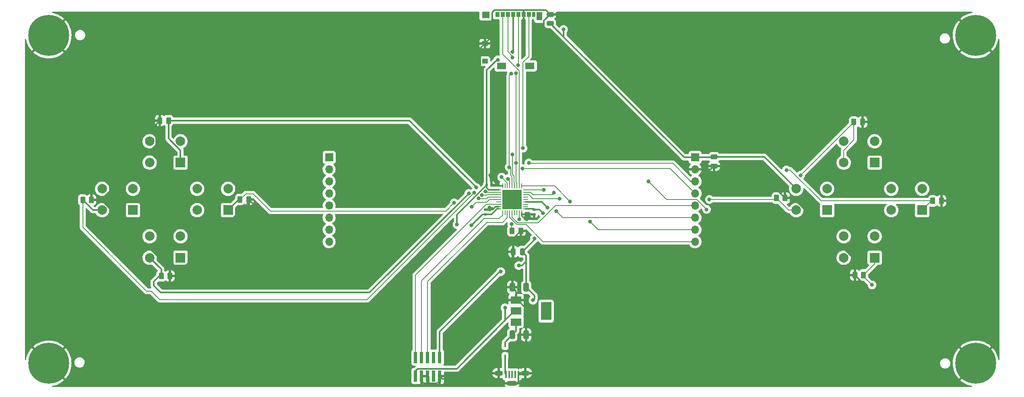
<source format=gbr>
%TF.GenerationSoftware,KiCad,Pcbnew,(6.0.10)*%
%TF.CreationDate,2023-04-18T09:59:35+03:00*%
%TF.ProjectId,Console,436f6e73-6f6c-4652-9e6b-696361645f70,rev?*%
%TF.SameCoordinates,Original*%
%TF.FileFunction,Copper,L1,Top*%
%TF.FilePolarity,Positive*%
%FSLAX46Y46*%
G04 Gerber Fmt 4.6, Leading zero omitted, Abs format (unit mm)*
G04 Created by KiCad (PCBNEW (6.0.10)) date 2023-04-18 09:59:35*
%MOMM*%
%LPD*%
G01*
G04 APERTURE LIST*
G04 Aperture macros list*
%AMRoundRect*
0 Rectangle with rounded corners*
0 $1 Rounding radius*
0 $2 $3 $4 $5 $6 $7 $8 $9 X,Y pos of 4 corners*
0 Add a 4 corners polygon primitive as box body*
4,1,4,$2,$3,$4,$5,$6,$7,$8,$9,$2,$3,0*
0 Add four circle primitives for the rounded corners*
1,1,$1+$1,$2,$3*
1,1,$1+$1,$4,$5*
1,1,$1+$1,$6,$7*
1,1,$1+$1,$8,$9*
0 Add four rect primitives between the rounded corners*
20,1,$1+$1,$2,$3,$4,$5,0*
20,1,$1+$1,$4,$5,$6,$7,0*
20,1,$1+$1,$6,$7,$8,$9,0*
20,1,$1+$1,$8,$9,$2,$3,0*%
G04 Aperture macros list end*
%TA.AperFunction,SMDPad,CuDef*%
%ADD10RoundRect,0.140000X0.170000X-0.140000X0.170000X0.140000X-0.170000X0.140000X-0.170000X-0.140000X0*%
%TD*%
%TA.AperFunction,SMDPad,CuDef*%
%ADD11RoundRect,0.250000X0.262500X0.450000X-0.262500X0.450000X-0.262500X-0.450000X0.262500X-0.450000X0*%
%TD*%
%TA.AperFunction,SMDPad,CuDef*%
%ADD12RoundRect,0.250000X0.475000X-0.250000X0.475000X0.250000X-0.475000X0.250000X-0.475000X-0.250000X0*%
%TD*%
%TA.AperFunction,ComponentPad*%
%ADD13R,2.000000X2.000000*%
%TD*%
%TA.AperFunction,ComponentPad*%
%ADD14C,2.000000*%
%TD*%
%TA.AperFunction,SMDPad,CuDef*%
%ADD15RoundRect,0.062500X0.475000X0.062500X-0.475000X0.062500X-0.475000X-0.062500X0.475000X-0.062500X0*%
%TD*%
%TA.AperFunction,SMDPad,CuDef*%
%ADD16RoundRect,0.062500X0.062500X0.475000X-0.062500X0.475000X-0.062500X-0.475000X0.062500X-0.475000X0*%
%TD*%
%TA.AperFunction,SMDPad,CuDef*%
%ADD17R,4.100000X4.100000*%
%TD*%
%TA.AperFunction,SMDPad,CuDef*%
%ADD18R,0.740000X2.400000*%
%TD*%
%TA.AperFunction,SMDPad,CuDef*%
%ADD19R,0.450000X0.600000*%
%TD*%
%TA.AperFunction,SMDPad,CuDef*%
%ADD20R,0.450000X1.500000*%
%TD*%
%TA.AperFunction,ComponentPad*%
%ADD21O,1.800000X1.100000*%
%TD*%
%TA.AperFunction,ComponentPad*%
%ADD22O,2.200000X1.100000*%
%TD*%
%TA.AperFunction,ComponentPad*%
%ADD23C,0.900000*%
%TD*%
%TA.AperFunction,ComponentPad*%
%ADD24C,8.600000*%
%TD*%
%TA.AperFunction,SMDPad,CuDef*%
%ADD25RoundRect,0.140000X-0.170000X0.140000X-0.170000X-0.140000X0.170000X-0.140000X0.170000X0.140000X0*%
%TD*%
%TA.AperFunction,ComponentPad*%
%ADD26R,1.700000X1.700000*%
%TD*%
%TA.AperFunction,ComponentPad*%
%ADD27O,1.700000X1.700000*%
%TD*%
%TA.AperFunction,SMDPad,CuDef*%
%ADD28RoundRect,0.250000X-0.262500X-0.450000X0.262500X-0.450000X0.262500X0.450000X-0.262500X0.450000X0*%
%TD*%
%TA.AperFunction,SMDPad,CuDef*%
%ADD29R,0.850000X1.100000*%
%TD*%
%TA.AperFunction,SMDPad,CuDef*%
%ADD30R,0.750000X1.100000*%
%TD*%
%TA.AperFunction,SMDPad,CuDef*%
%ADD31R,1.200000X1.000000*%
%TD*%
%TA.AperFunction,SMDPad,CuDef*%
%ADD32R,1.900000X1.350000*%
%TD*%
%TA.AperFunction,SMDPad,CuDef*%
%ADD33R,1.550000X1.350000*%
%TD*%
%TA.AperFunction,SMDPad,CuDef*%
%ADD34R,1.170000X1.800000*%
%TD*%
%TA.AperFunction,SMDPad,CuDef*%
%ADD35RoundRect,0.140000X-0.140000X-0.170000X0.140000X-0.170000X0.140000X0.170000X-0.140000X0.170000X0*%
%TD*%
%TA.AperFunction,SMDPad,CuDef*%
%ADD36RoundRect,0.250000X-0.325000X-0.650000X0.325000X-0.650000X0.325000X0.650000X-0.325000X0.650000X0*%
%TD*%
%TA.AperFunction,SMDPad,CuDef*%
%ADD37R,2.200000X1.500000*%
%TD*%
%TA.AperFunction,SMDPad,CuDef*%
%ADD38R,2.200000X3.800000*%
%TD*%
%TA.AperFunction,SMDPad,CuDef*%
%ADD39RoundRect,0.250000X0.250000X0.475000X-0.250000X0.475000X-0.250000X-0.475000X0.250000X-0.475000X0*%
%TD*%
%TA.AperFunction,SMDPad,CuDef*%
%ADD40RoundRect,0.250000X0.325000X0.650000X-0.325000X0.650000X-0.325000X-0.650000X0.325000X-0.650000X0*%
%TD*%
%TA.AperFunction,ViaPad*%
%ADD41C,0.800000*%
%TD*%
%TA.AperFunction,Conductor*%
%ADD42C,0.300000*%
%TD*%
%TA.AperFunction,Conductor*%
%ADD43C,0.200000*%
%TD*%
G04 APERTURE END LIST*
D10*
%TO.P,C7,1*%
%TO.N,+3.3V*%
X144370000Y-103110000D03*
%TO.P,C7,2*%
%TO.N,GND*%
X144370000Y-102150000D03*
%TD*%
D11*
%TO.P,R2,1*%
%TO.N,GND*%
X207412500Y-99700000D03*
%TO.P,R2,2*%
%TO.N,GPIO_A*%
X205587500Y-99700000D03*
%TD*%
%TO.P,R6,1*%
%TO.N,GND*%
X223712500Y-83700000D03*
%TO.P,R6,2*%
%TO.N,GPIO_B*%
X221887500Y-83700000D03*
%TD*%
D12*
%TO.P,C2,1*%
%TO.N,GND*%
X192500000Y-92950000D03*
%TO.P,C2,2*%
%TO.N,+3.3V*%
X192500000Y-91050000D03*
%TD*%
D13*
%TO.P,S8,1*%
%TO.N,GPIO_RIGHT*%
X90250000Y-102250000D03*
D14*
%TO.P,S8,2*%
X83750000Y-102250000D03*
%TO.P,S8,3*%
%TO.N,+3.3V*%
X90250000Y-97750000D03*
%TO.P,S8,4*%
X83750000Y-97750000D03*
%TD*%
D11*
%TO.P,R5,1*%
%TO.N,GND*%
X61512500Y-100100000D03*
%TO.P,R5,2*%
%TO.N,GPIO_LEFT*%
X59687500Y-100100000D03*
%TD*%
D15*
%TO.P,U2,1,VDD*%
%TO.N,+3.3V*%
X152837500Y-102000000D03*
%TO.P,U2,2,PD0*%
%TO.N,unconnected-(U2-Pad2)*%
X152837500Y-101500000D03*
%TO.P,U2,3,PD1*%
%TO.N,unconnected-(U2-Pad3)*%
X152837500Y-101000000D03*
%TO.P,U2,4,NRST*%
%TO.N,NRST*%
X152837500Y-100500000D03*
%TO.P,U2,5,VSSA*%
%TO.N,unconnected-(U2-Pad5)*%
X152837500Y-100000000D03*
%TO.P,U2,6,VDDA*%
%TO.N,unconnected-(U2-Pad6)*%
X152837500Y-99500000D03*
%TO.P,U2,7,PA0*%
%TO.N,GPIO_A*%
X152837500Y-99000000D03*
%TO.P,U2,8,PA1*%
%TO.N,GPIO_B*%
X152837500Y-98500000D03*
%TO.P,U2,9,PA2*%
%TO.N,SCR_DC*%
X152837500Y-98000000D03*
D16*
%TO.P,U2,10,PA3*%
%TO.N,GPIO_CS*%
X152000000Y-97162500D03*
%TO.P,U2,11,PA4*%
%TO.N,SPI_CS*%
X151500000Y-97162500D03*
%TO.P,U2,12,PA5*%
%TO.N,SPI_SCK*%
X151000000Y-97162500D03*
%TO.P,U2,13,PA6*%
%TO.N,SPI_MISO*%
X150500000Y-97162500D03*
%TO.P,U2,14,PA7*%
%TO.N,SPI_MOSI*%
X150000000Y-97162500D03*
%TO.P,U2,15,PB0*%
%TO.N,GPIO_X*%
X149500000Y-97162500D03*
%TO.P,U2,16,PB1*%
%TO.N,GPIO_Y*%
X149000000Y-97162500D03*
%TO.P,U2,17,PB2*%
%TO.N,unconnected-(U2-Pad17)*%
X148500000Y-97162500D03*
%TO.P,U2,18,VSS*%
%TO.N,GND*%
X148000000Y-97162500D03*
D15*
%TO.P,U2,19,VDD*%
%TO.N,+3.3V*%
X147162500Y-98000000D03*
%TO.P,U2,20,PA8*%
%TO.N,GPIO_UP*%
X147162500Y-98500000D03*
%TO.P,U2,21,PA9*%
%TO.N,GPIO_LEFT*%
X147162500Y-99000000D03*
%TO.P,U2,22,PA10*%
%TO.N,GPIO_DOWN*%
X147162500Y-99500000D03*
%TO.P,U2,23,PA11*%
%TO.N,GPIO_RIGHT*%
X147162500Y-100000000D03*
%TO.P,U2,24,PA12*%
%TO.N,unconnected-(U2-Pad24)*%
X147162500Y-100500000D03*
%TO.P,U2,25,PA13*%
%TO.N,SWDIO*%
X147162500Y-101000000D03*
%TO.P,U2,26,VSS*%
%TO.N,GND*%
X147162500Y-101500000D03*
%TO.P,U2,27,VDD*%
%TO.N,+3.3V*%
X147162500Y-102000000D03*
D16*
%TO.P,U2,28,PA14*%
%TO.N,SWCLK*%
X148000000Y-102837500D03*
%TO.P,U2,29,PA15*%
%TO.N,unconnected-(U2-Pad29)*%
X148500000Y-102837500D03*
%TO.P,U2,30,PB3*%
%TO.N,SWO*%
X149000000Y-102837500D03*
%TO.P,U2,31,PB4*%
%TO.N,SCR_BLK*%
X149500000Y-102837500D03*
%TO.P,U2,32,PB5*%
%TO.N,SCR_RST*%
X150000000Y-102837500D03*
%TO.P,U2,33,PB6*%
%TO.N,unconnected-(U2-Pad33)*%
X150500000Y-102837500D03*
%TO.P,U2,34,PB7*%
%TO.N,unconnected-(U2-Pad34)*%
X151000000Y-102837500D03*
%TO.P,U2,35,BOOT0*%
%TO.N,BOOT0*%
X151500000Y-102837500D03*
%TO.P,U2,36,VSS*%
%TO.N,GND*%
X152000000Y-102837500D03*
D17*
%TO.P,U2,37,VSS*%
%TO.N,unconnected-(U2-Pad37)*%
X150000000Y-100000000D03*
%TD*%
D18*
%TO.P,J1,1,Pin_1*%
%TO.N,+3.3V*%
X129690000Y-137170000D03*
%TO.P,J1,2,Pin_2*%
%TO.N,SWDIO*%
X129690000Y-133270000D03*
%TO.P,J1,3,Pin_3*%
%TO.N,GND*%
X130960000Y-137170000D03*
%TO.P,J1,4,Pin_4*%
%TO.N,SWCLK*%
X130960000Y-133270000D03*
%TO.P,J1,5,Pin_5*%
%TO.N,GND*%
X132230000Y-137170000D03*
%TO.P,J1,6,Pin_6*%
%TO.N,SWO*%
X132230000Y-133270000D03*
%TO.P,J1,7,Pin_7*%
%TO.N,unconnected-(J1-Pad7)*%
X133500000Y-137170000D03*
%TO.P,J1,8,Pin_8*%
%TO.N,unconnected-(J1-Pad8)*%
X133500000Y-133270000D03*
%TO.P,J1,9,Pin_9*%
%TO.N,GND*%
X134770000Y-137170000D03*
%TO.P,J1,10,Pin_10*%
%TO.N,NRST*%
X134770000Y-133270000D03*
%TD*%
D11*
%TO.P,R9,1*%
%TO.N,GND*%
X94600000Y-100000000D03*
%TO.P,R9,2*%
%TO.N,GPIO_RIGHT*%
X92775000Y-100000000D03*
%TD*%
D13*
%TO.P,S3,1*%
%TO.N,GPIO_UP*%
X80250000Y-92250000D03*
D14*
%TO.P,S3,2*%
X73750000Y-92250000D03*
%TO.P,S3,3*%
%TO.N,+3.3V*%
X80250000Y-87750000D03*
%TO.P,S3,4*%
X73750000Y-87750000D03*
%TD*%
D19*
%TO.P,D1,1,K*%
%TO.N,Net-(C3-Pad1)*%
X148500000Y-130850000D03*
%TO.P,D1,2,A*%
%TO.N,+5V*%
X148500000Y-132950000D03*
%TD*%
D11*
%TO.P,R8,1*%
%TO.N,GND*%
X78012500Y-116100000D03*
%TO.P,R8,2*%
%TO.N,GPIO_DOWN*%
X76187500Y-116100000D03*
%TD*%
D20*
%TO.P,J4,1,VBUS*%
%TO.N,+5V*%
X148700000Y-136800000D03*
%TO.P,J4,2,D-*%
%TO.N,unconnected-(J4-Pad2)*%
X149350000Y-136800000D03*
%TO.P,J4,3,D+*%
%TO.N,unconnected-(J4-Pad3)*%
X150000000Y-136800000D03*
%TO.P,J4,4,ID*%
%TO.N,unconnected-(J4-Pad4)*%
X150650000Y-136800000D03*
%TO.P,J4,5,GND*%
%TO.N,GND*%
X151300000Y-136800000D03*
D21*
%TO.P,J4,6,Shield*%
X147200000Y-136550000D03*
D22*
X150000000Y-138700000D03*
D21*
X152800000Y-136550000D03*
%TD*%
D23*
%TO.P,H4,1,1*%
%TO.N,GND*%
X54780419Y-136780419D03*
X52500000Y-131275000D03*
X49275000Y-134500000D03*
X54780419Y-132219581D03*
X52500000Y-137725000D03*
X50219581Y-136780419D03*
X50219581Y-132219581D03*
X55725000Y-134500000D03*
D24*
X52500000Y-134500000D03*
%TD*%
D25*
%TO.P,C6,1*%
%TO.N,+3.3V*%
X154620000Y-102150000D03*
%TO.P,C6,2*%
%TO.N,GND*%
X154620000Y-103110000D03*
%TD*%
D26*
%TO.P,J5,1,Pin_1*%
%TO.N,unconnected-(J5-Pad1)*%
X111500000Y-91125000D03*
D27*
%TO.P,J5,2,Pin_2*%
%TO.N,unconnected-(J5-Pad2)*%
X111500000Y-93665000D03*
%TO.P,J5,3,Pin_3*%
%TO.N,unconnected-(J5-Pad3)*%
X111500000Y-96205000D03*
%TO.P,J5,4,Pin_4*%
%TO.N,unconnected-(J5-Pad4)*%
X111500000Y-98745000D03*
%TO.P,J5,5,Pin_5*%
%TO.N,unconnected-(J5-Pad5)*%
X111500000Y-101285000D03*
%TO.P,J5,6,Pin_6*%
%TO.N,unconnected-(J5-Pad6)*%
X111500000Y-103825000D03*
%TO.P,J5,7,Pin_7*%
%TO.N,unconnected-(J5-Pad7)*%
X111500000Y-106365000D03*
%TO.P,J5,8,Pin_8*%
%TO.N,unconnected-(J5-Pad8)*%
X111500000Y-108905000D03*
%TD*%
D28*
%TO.P,R1,1*%
%TO.N,BOOT0*%
X149987500Y-106600000D03*
%TO.P,R1,2*%
%TO.N,GND*%
X151812500Y-106600000D03*
%TD*%
D13*
%TO.P,S2,1*%
%TO.N,GPIO_X*%
X226250000Y-112250000D03*
D14*
%TO.P,S2,2*%
X219750000Y-112250000D03*
%TO.P,S2,3*%
%TO.N,+3.3V*%
X226250000Y-107750000D03*
%TO.P,S2,4*%
X219750000Y-107750000D03*
%TD*%
D26*
%TO.P,J2,1,Pin_1*%
%TO.N,+3.3V*%
X188500000Y-91125000D03*
D27*
%TO.P,J2,2,Pin_2*%
%TO.N,GND*%
X188500000Y-93665000D03*
%TO.P,J2,3,Pin_3*%
%TO.N,SPI_SCK*%
X188500000Y-96205000D03*
%TO.P,J2,4,Pin_4*%
%TO.N,SPI_MOSI*%
X188500000Y-98745000D03*
%TO.P,J2,5,Pin_5*%
%TO.N,SCR_RST*%
X188500000Y-101285000D03*
%TO.P,J2,6,Pin_6*%
%TO.N,SCR_DC*%
X188500000Y-103825000D03*
%TO.P,J2,7,Pin_7*%
%TO.N,GPIO_CS*%
X188500000Y-106365000D03*
%TO.P,J2,8,Pin_8*%
%TO.N,SCR_BLK*%
X188500000Y-108905000D03*
%TD*%
D13*
%TO.P,S7,1*%
%TO.N,GPIO_DOWN*%
X80250000Y-112250000D03*
D14*
%TO.P,S7,2*%
X73750000Y-112250000D03*
%TO.P,S7,3*%
%TO.N,+3.3V*%
X80250000Y-107750000D03*
%TO.P,S7,4*%
X73750000Y-107750000D03*
%TD*%
D13*
%TO.P,S1,1*%
%TO.N,GPIO_A*%
X216250000Y-102250000D03*
D14*
%TO.P,S1,2*%
X209750000Y-102250000D03*
%TO.P,S1,3*%
%TO.N,+3.3V*%
X216250000Y-97750000D03*
%TO.P,S1,4*%
X209750000Y-97750000D03*
%TD*%
D29*
%TO.P,J3,1,DAT2*%
%TO.N,unconnected-(J3-Pad1)*%
X146895000Y-61050000D03*
%TO.P,J3,2,DAT3/CD*%
%TO.N,SPI_CS*%
X147995000Y-61050000D03*
%TO.P,J3,3,CMD*%
%TO.N,SPI_MOSI*%
X149095000Y-61050000D03*
%TO.P,J3,4,VDD*%
%TO.N,+3.3V*%
X150195000Y-61050000D03*
%TO.P,J3,5,CLK*%
%TO.N,SPI_SCK*%
X151295000Y-61050000D03*
%TO.P,J3,6,VSS*%
%TO.N,GND*%
X152395000Y-61050000D03*
%TO.P,J3,7,DAT0*%
%TO.N,SPI_MISO*%
X153495000Y-61050000D03*
D30*
%TO.P,J3,8,DAT1*%
%TO.N,unconnected-(J3-Pad8)*%
X154545000Y-61050000D03*
D31*
%TO.P,J3,9,SHIELD*%
%TO.N,GND*%
X144260000Y-67200000D03*
%TO.P,J3,10*%
%TO.N,N/C*%
X144260000Y-70900000D03*
D32*
%TO.P,J3,11*%
X147760000Y-71875000D03*
X153730000Y-71875000D03*
D33*
X144435000Y-61175000D03*
D34*
X155755000Y-61400000D03*
%TD*%
D13*
%TO.P,S4,1*%
%TO.N,GPIO_LEFT*%
X70250000Y-102250000D03*
D14*
%TO.P,S4,2*%
X63750000Y-102250000D03*
%TO.P,S4,3*%
%TO.N,+3.3V*%
X70250000Y-97750000D03*
%TO.P,S4,4*%
X63750000Y-97750000D03*
%TD*%
D28*
%TO.P,R3,1*%
%TO.N,GND*%
X222087500Y-115900000D03*
%TO.P,R3,2*%
%TO.N,GPIO_X*%
X223912500Y-115900000D03*
%TD*%
D13*
%TO.P,S6,1*%
%TO.N,GPIO_Y*%
X236250000Y-102250000D03*
D14*
%TO.P,S6,2*%
X229750000Y-102250000D03*
%TO.P,S6,3*%
%TO.N,+3.3V*%
X236250000Y-97750000D03*
%TO.P,S6,4*%
X229750000Y-97750000D03*
%TD*%
D28*
%TO.P,R4,1*%
%TO.N,GND*%
X75887500Y-83400000D03*
%TO.P,R4,2*%
%TO.N,GPIO_UP*%
X77712500Y-83400000D03*
%TD*%
D35*
%TO.P,C8,1*%
%TO.N,+3.3V*%
X144670000Y-97000000D03*
%TO.P,C8,2*%
%TO.N,GND*%
X145630000Y-97000000D03*
%TD*%
D36*
%TO.P,C3,1*%
%TO.N,Net-(C3-Pad1)*%
X150025000Y-128500000D03*
%TO.P,C3,2*%
%TO.N,GND*%
X152975000Y-128500000D03*
%TD*%
D23*
%TO.P,H1,1,1*%
%TO.N,GND*%
X55725000Y-65500000D03*
X50219581Y-67780419D03*
X54780419Y-67780419D03*
X52500000Y-68725000D03*
X50219581Y-63219581D03*
X49275000Y-65500000D03*
X52500000Y-62275000D03*
X54780419Y-63219581D03*
D24*
X52500000Y-65500000D03*
%TD*%
D37*
%TO.P,U1,1,ADJ/GND*%
%TO.N,GND*%
X150850000Y-121200000D03*
%TO.P,U1,2,VOUT*%
%TO.N,+3.3V*%
X150850000Y-123500000D03*
%TO.P,U1,3,VIN*%
%TO.N,Net-(C3-Pad1)*%
X150850000Y-125800000D03*
D38*
%TO.P,U1,4,VOUT*%
%TO.N,unconnected-(U1-Pad4)*%
X157150000Y-123500000D03*
%TD*%
D23*
%TO.P,H3,1,1*%
%TO.N,GND*%
X247500000Y-137725000D03*
X245219581Y-136780419D03*
X245219581Y-132219581D03*
X249780419Y-132219581D03*
X250725000Y-134500000D03*
X249780419Y-136780419D03*
X244275000Y-134500000D03*
X247500000Y-131275000D03*
D24*
X247500000Y-134500000D03*
%TD*%
D39*
%TO.P,C4,1*%
%TO.N,+3.3V*%
X152150000Y-111000000D03*
%TO.P,C4,2*%
%TO.N,GND*%
X150250000Y-111000000D03*
%TD*%
D12*
%TO.P,C1,1*%
%TO.N,+3.3V*%
X158000000Y-62950000D03*
%TO.P,C1,2*%
%TO.N,GND*%
X158000000Y-61050000D03*
%TD*%
D11*
%TO.P,R7,1*%
%TO.N,GND*%
X240312500Y-100300000D03*
%TO.P,R7,2*%
%TO.N,GPIO_Y*%
X238487500Y-100300000D03*
%TD*%
D13*
%TO.P,S5,1*%
%TO.N,GPIO_B*%
X226250000Y-92250000D03*
D14*
%TO.P,S5,2*%
X219750000Y-92250000D03*
%TO.P,S5,3*%
%TO.N,+3.3V*%
X226250000Y-87750000D03*
%TO.P,S5,4*%
X219750000Y-87750000D03*
%TD*%
D23*
%TO.P,H2,1,1*%
%TO.N,GND*%
X249780419Y-67780419D03*
X247500000Y-62275000D03*
X245219581Y-63219581D03*
X244275000Y-65500000D03*
X247500000Y-68725000D03*
X250725000Y-65500000D03*
X245219581Y-67780419D03*
D24*
X247500000Y-65500000D03*
D23*
X249780419Y-63219581D03*
%TD*%
D40*
%TO.P,C5,1*%
%TO.N,+3.3V*%
X152975000Y-118500000D03*
%TO.P,C5,2*%
%TO.N,GND*%
X150025000Y-118500000D03*
%TD*%
D41*
%TO.N,+3.3V*%
X141400000Y-105400000D03*
X150094622Y-68905378D03*
X138400000Y-105300000D03*
X160800000Y-64200000D03*
X156505378Y-102905378D03*
X148500000Y-122800000D03*
X151400000Y-113900000D03*
X154400000Y-121200000D03*
X154700000Y-108200000D03*
X147000000Y-70600498D03*
%TO.N,GND*%
X152900000Y-107800000D03*
X100700000Y-103900000D03*
X143300000Y-94300000D03*
X145900000Y-105800000D03*
X153000000Y-104200500D03*
X145200000Y-101699500D03*
X145419500Y-94900000D03*
%TO.N,NRST*%
X147600000Y-115200000D03*
X157400000Y-101700000D03*
%TO.N,SPI_SCK*%
X150800500Y-73400000D03*
X151284622Y-71715378D03*
X150800500Y-92300000D03*
X153500000Y-92300000D03*
%TO.N,SPI_MOSI*%
X149400500Y-93199000D03*
X150100000Y-70100000D03*
X152200000Y-93500000D03*
X149807104Y-73510316D03*
%TO.N,SCR_DC*%
X159300000Y-102500000D03*
X156700000Y-98000000D03*
%TO.N,GPIO_CS*%
X166400000Y-104700000D03*
X162200000Y-100400000D03*
%TO.N,BOOT0*%
X151500000Y-104200500D03*
X149916470Y-105183530D03*
%TO.N,GPIO_A*%
X191500000Y-100000000D03*
X160000000Y-99800000D03*
%TO.N,GPIO_X*%
X178700000Y-96200000D03*
X225700000Y-118000000D03*
X190900000Y-102100000D03*
X149144622Y-95655378D03*
%TO.N,GPIO_UP*%
X142450500Y-97500000D03*
X144385000Y-98344954D03*
%TO.N,GPIO_LEFT*%
X142005023Y-98605023D03*
X143664977Y-99064977D03*
%TO.N,GPIO_B*%
X210700000Y-94900000D03*
X158800000Y-98600000D03*
%TO.N,GPIO_Y*%
X207700000Y-93800000D03*
X147800000Y-95300000D03*
%TO.N,GPIO_DOWN*%
X142958222Y-99771732D03*
X140890378Y-98730424D03*
%TO.N,GPIO_RIGHT*%
X141500000Y-101500000D03*
X137800000Y-100700000D03*
%TO.N,SPI_MISO*%
X152300000Y-89200000D03*
X150101000Y-90500000D03*
%TD*%
D42*
%TO.N,+3.3V*%
X138380000Y-135620000D02*
X130180000Y-135620000D01*
X143790000Y-103110000D02*
X142300000Y-104600000D01*
X192425000Y-91125000D02*
X188500000Y-91125000D01*
X152975000Y-111825000D02*
X152150000Y-111000000D01*
X152975000Y-118500000D02*
X152975000Y-113025000D01*
X142300000Y-104600000D02*
X141500000Y-105400000D01*
X145100000Y-98000000D02*
X144670000Y-97570000D01*
X138400000Y-103270000D02*
X144670000Y-97000000D01*
X203050000Y-91050000D02*
X209750000Y-97750000D01*
X144670000Y-72740000D02*
X144670000Y-97000000D01*
X152200000Y-111000000D02*
X154700000Y-108500000D01*
X152975000Y-118500000D02*
X154700000Y-120225000D01*
X154700000Y-120225000D02*
X154700000Y-120800000D01*
X146800000Y-102000000D02*
X145690000Y-103110000D01*
X150195000Y-68495000D02*
X150200000Y-68500000D01*
X150200000Y-68500000D02*
X150200000Y-68800000D01*
X152975000Y-113025000D02*
X152975000Y-111825000D01*
X141500000Y-105400000D02*
X141400000Y-105400000D01*
X150500000Y-123500000D02*
X148400000Y-125600000D01*
X154700000Y-108500000D02*
X154700000Y-108200000D01*
D43*
X150200000Y-68800000D02*
X150094622Y-68905378D01*
D42*
X152100000Y-113900000D02*
X152975000Y-113025000D01*
X160825000Y-65775000D02*
X186175000Y-91125000D01*
X150850000Y-123500000D02*
X150500000Y-123500000D01*
X129690000Y-136110000D02*
X130180000Y-135620000D01*
X160800000Y-64200000D02*
X160800000Y-65750000D01*
X158000000Y-62950000D02*
X160825000Y-65775000D01*
X144370000Y-103110000D02*
X143790000Y-103110000D01*
X192500000Y-91050000D02*
X192425000Y-91125000D01*
X145690000Y-103110000D02*
X144370000Y-103110000D01*
X154470000Y-102000000D02*
X154620000Y-102150000D01*
D43*
X147000000Y-70600498D02*
X146809502Y-70600498D01*
D42*
X147162500Y-102000000D02*
X146800000Y-102000000D01*
X154700000Y-120900000D02*
X154400000Y-121200000D01*
X148400000Y-125600000D02*
X138380000Y-135620000D01*
X148500000Y-125500000D02*
X148400000Y-125600000D01*
X129690000Y-137170000D02*
X129690000Y-136110000D01*
X150195000Y-61050000D02*
X150195000Y-68495000D01*
X155750000Y-102150000D02*
X154620000Y-102150000D01*
X192500000Y-91050000D02*
X203050000Y-91050000D01*
D43*
X160800000Y-65750000D02*
X160825000Y-65775000D01*
D42*
X152837500Y-102000000D02*
X154470000Y-102000000D01*
X156505378Y-102905378D02*
X155750000Y-102150000D01*
X146809502Y-70600498D02*
X144670000Y-72740000D01*
X148500000Y-122800000D02*
X148500000Y-125500000D01*
X151400000Y-113900000D02*
X152100000Y-113900000D01*
X147162500Y-98000000D02*
X145100000Y-98000000D01*
X186175000Y-91125000D02*
X188500000Y-91125000D01*
X144670000Y-97570000D02*
X144670000Y-97000000D01*
X138400000Y-105300000D02*
X138400000Y-103270000D01*
X154700000Y-120800000D02*
X154700000Y-120900000D01*
X152150000Y-111000000D02*
X152200000Y-111000000D01*
%TO.N,GND*%
X152295000Y-60200000D02*
X152245000Y-60150000D01*
X153000000Y-128525000D02*
X152975000Y-128500000D01*
X152000000Y-103400000D02*
X152700000Y-104100000D01*
X75100000Y-84187500D02*
X75887500Y-83400000D01*
X186665000Y-93665000D02*
X188500000Y-93665000D01*
X145800000Y-60600000D02*
X145800000Y-65660000D01*
X75100000Y-88509189D02*
X75100000Y-84187500D01*
X145630000Y-95630000D02*
X145400000Y-95400000D01*
X152000000Y-102837500D02*
X152000000Y-103000000D01*
X98500000Y-103900000D02*
X100700000Y-103900000D01*
X134220000Y-138720000D02*
X132420000Y-138720000D01*
X150850000Y-119325000D02*
X150025000Y-118500000D01*
X151000000Y-138700000D02*
X150000000Y-138700000D01*
X223712500Y-83700000D02*
X229300000Y-83700000D01*
X145630000Y-97000000D02*
X145630000Y-95630000D01*
X146250000Y-60150000D02*
X145800000Y-60600000D01*
X134770000Y-137170000D02*
X134770000Y-138170000D01*
X151200000Y-121200000D02*
X150850000Y-121200000D01*
X145419500Y-95380500D02*
X145419500Y-94900000D01*
X151300000Y-136800000D02*
X151300000Y-138400000D01*
X132420000Y-137360000D02*
X132230000Y-137170000D01*
X132420000Y-138720000D02*
X132420000Y-137360000D01*
X222087500Y-112678311D02*
X209109189Y-99700000D01*
X191785000Y-93665000D02*
X188500000Y-93665000D01*
X222087500Y-115900000D02*
X227893750Y-121706250D01*
X200662500Y-92950000D02*
X192500000Y-92950000D01*
X146534314Y-101500000D02*
X147162500Y-101500000D01*
X150250000Y-108162500D02*
X148262500Y-108162500D01*
X78012500Y-116100000D02*
X78012500Y-114603311D01*
X135337500Y-137737500D02*
X146937500Y-137737500D01*
D43*
X152395000Y-60300000D02*
X152295000Y-60200000D01*
D42*
X132420000Y-138720000D02*
X131420000Y-138720000D01*
X152550000Y-136800000D02*
X152800000Y-136550000D01*
X152495000Y-60200000D02*
X152545000Y-60150000D01*
X145800000Y-65660000D02*
X144260000Y-67200000D01*
X150250000Y-108162500D02*
X150456250Y-107956250D01*
X145200000Y-101699500D02*
X145200000Y-101800000D01*
X145550000Y-102150000D02*
X145884314Y-102150000D01*
X150612500Y-107800000D02*
X150456250Y-107956250D01*
X152975000Y-128500000D02*
X152975000Y-122975000D01*
X145884314Y-102150000D02*
X146534314Y-101500000D01*
X63509189Y-100100000D02*
X75100000Y-88509189D01*
X131420000Y-138720000D02*
X130960000Y-138260000D01*
X240312500Y-94712500D02*
X229300000Y-83700000D01*
X150025000Y-118500000D02*
X150025000Y-111225000D01*
X94600000Y-100000000D02*
X94600000Y-100600000D01*
X152395000Y-61050000D02*
X152395000Y-60300000D01*
X94600000Y-100000000D02*
X98500000Y-103900000D01*
X230993750Y-121706250D02*
X227893750Y-121706250D01*
X156700000Y-63700000D02*
X186665000Y-93665000D01*
X222087500Y-115900000D02*
X222087500Y-112678311D01*
X146937500Y-137737500D02*
X147200000Y-138000000D01*
X78012500Y-114603311D02*
X63509189Y-100100000D01*
X144260000Y-67200000D02*
X143300000Y-68160000D01*
X148000000Y-97162500D02*
X145792500Y-97162500D01*
X150025000Y-111225000D02*
X150250000Y-111000000D01*
X145400000Y-95400000D02*
X145419500Y-95380500D01*
X94600000Y-100600000D02*
X79100000Y-116100000D01*
X134770000Y-138170000D02*
X134220000Y-138720000D01*
X150850000Y-121200000D02*
X150850000Y-119325000D01*
X145200000Y-101800000D02*
X145550000Y-102150000D01*
X156700000Y-62350000D02*
X156700000Y-63700000D01*
X151300000Y-138400000D02*
X151000000Y-138700000D01*
X152000000Y-102837500D02*
X152000000Y-103400000D01*
X148262500Y-108162500D02*
X145900000Y-105800000D01*
X147200000Y-136550000D02*
X147200000Y-138000000D01*
X207412500Y-99700000D02*
X200662500Y-92950000D01*
X152000000Y-103000000D02*
X152110000Y-103110000D01*
X79100000Y-116100000D02*
X78012500Y-116100000D01*
X150250000Y-111000000D02*
X150250000Y-108162500D01*
X240312500Y-100300000D02*
X240312500Y-94712500D01*
X147900000Y-138700000D02*
X150000000Y-138700000D01*
X144370000Y-102150000D02*
X145550000Y-102150000D01*
X152545000Y-60150000D02*
X157100000Y-60150000D01*
X152975000Y-122975000D02*
X151200000Y-121200000D01*
X63509189Y-100100000D02*
X61512500Y-100100000D01*
X152700000Y-104100000D02*
X152800500Y-104200500D01*
X240312500Y-100300000D02*
X240312500Y-112387500D01*
X158000000Y-61050000D02*
X156700000Y-62350000D01*
D43*
X152395000Y-60300000D02*
X152495000Y-60200000D01*
D42*
X130960000Y-138260000D02*
X130960000Y-137170000D01*
X157100000Y-60150000D02*
X158000000Y-61050000D01*
X240312500Y-112387500D02*
X230993750Y-121706250D01*
X152900000Y-107800000D02*
X150612500Y-107800000D01*
X151300000Y-136800000D02*
X152550000Y-136800000D01*
X135337500Y-137737500D02*
X134770000Y-137170000D01*
X147200000Y-138000000D02*
X147900000Y-138700000D01*
X152800500Y-104200500D02*
X153000000Y-104200500D01*
X143300000Y-68160000D02*
X143300000Y-94300000D01*
X152110000Y-103110000D02*
X154620000Y-103110000D01*
X145792500Y-97162500D02*
X145630000Y-97000000D01*
X209109189Y-99700000D02*
X207412500Y-99700000D01*
X192500000Y-92950000D02*
X191785000Y-93665000D01*
X152245000Y-60150000D02*
X146250000Y-60150000D01*
X150456250Y-107956250D02*
X151812500Y-106600000D01*
%TO.N,Net-(C3-Pad1)*%
X148500000Y-130025000D02*
X150025000Y-128500000D01*
X150025000Y-128500000D02*
X150850000Y-127675000D01*
X148500000Y-130850000D02*
X148500000Y-130025000D01*
X150850000Y-127675000D02*
X150850000Y-125800000D01*
%TO.N,+5V*%
X148500000Y-136600000D02*
X148700000Y-136800000D01*
X148500000Y-132950000D02*
X148500000Y-136600000D01*
D43*
%TO.N,SWDIO*%
X147162500Y-101000000D02*
X144587746Y-101000000D01*
X129690000Y-115897746D02*
X129690000Y-133270000D01*
X144587746Y-101000000D02*
X129690000Y-115897746D01*
%TO.N,SWCLK*%
X147300000Y-104000000D02*
X148000000Y-103300000D01*
X144100000Y-104000000D02*
X147300000Y-104000000D01*
X130960000Y-133270000D02*
X130960000Y-117140000D01*
X148000000Y-103300000D02*
X148000000Y-102837500D01*
X130960000Y-117140000D02*
X144100000Y-104000000D01*
%TO.N,SWO*%
X149000000Y-103800000D02*
X149000000Y-102837500D01*
X132230000Y-133270000D02*
X132230000Y-117270000D01*
X132230000Y-117270000D02*
X144700000Y-104800000D01*
X148000000Y-104800000D02*
X149000000Y-103800000D01*
X144700000Y-104800000D02*
X148000000Y-104800000D01*
D42*
%TO.N,NRST*%
X156200000Y-100500000D02*
X152837500Y-100500000D01*
X134770000Y-127830000D02*
X147400000Y-115200000D01*
X157400000Y-101700000D02*
X156200000Y-100500000D01*
X134770000Y-133270000D02*
X134770000Y-127830000D01*
X147400000Y-115200000D02*
X147600000Y-115200000D01*
D43*
%TO.N,SPI_SCK*%
X151295000Y-71595000D02*
X151300000Y-71600000D01*
X151000000Y-97162500D02*
X151000000Y-96587000D01*
D42*
X188500000Y-96205000D02*
X187605000Y-96205000D01*
D43*
X183800000Y-92400000D02*
X182600000Y-92400000D01*
D42*
X153600000Y-92400000D02*
X153500000Y-92300000D01*
D43*
X186800000Y-95400000D02*
X183800000Y-92400000D01*
X182600000Y-92400000D02*
X153600000Y-92400000D01*
X151000000Y-96587000D02*
X150800500Y-96387500D01*
X151295000Y-61050000D02*
X151295000Y-71595000D01*
X151300000Y-71600000D02*
X151300000Y-71700000D01*
X187605000Y-96205000D02*
X186800000Y-95400000D01*
X150800500Y-73400000D02*
X150800500Y-96387500D01*
X151300000Y-71700000D02*
X151284622Y-71715378D01*
%TO.N,SPI_MOSI*%
X152200000Y-93500000D02*
X183255000Y-93500000D01*
X149700000Y-94965686D02*
X149700000Y-93300000D01*
X149095000Y-68895000D02*
X150000000Y-69800000D01*
X150100000Y-69900000D02*
X150100000Y-70100000D01*
X149401000Y-73916420D02*
X149807104Y-73510316D01*
X149095000Y-61050000D02*
X149095000Y-68895000D01*
X149401000Y-93001000D02*
X149401000Y-73916420D01*
X150000000Y-95265686D02*
X149700000Y-94965686D01*
X149700000Y-93300000D02*
X149401000Y-93001000D01*
X183255000Y-93500000D02*
X188500000Y-98745000D01*
X150000000Y-97162500D02*
X150000000Y-95265686D01*
X149401000Y-93001000D02*
X149401000Y-93198500D01*
X149401000Y-93198500D02*
X149400500Y-93199000D01*
X150000000Y-69800000D02*
X150100000Y-69900000D01*
%TO.N,SCR_RST*%
X159115000Y-101285000D02*
X188500000Y-101285000D01*
X155500000Y-104900000D02*
X159115000Y-101285000D01*
X150000000Y-102837500D02*
X150000000Y-103712131D01*
X151187869Y-104900000D02*
X155500000Y-104900000D01*
X150000000Y-103712131D02*
X151187869Y-104900000D01*
%TO.N,SCR_DC*%
X160625000Y-103825000D02*
X159300000Y-102500000D01*
X156700000Y-98000000D02*
X152837500Y-98000000D01*
X188500000Y-103825000D02*
X160625000Y-103825000D01*
%TO.N,GPIO_CS*%
X158962500Y-97162500D02*
X152000000Y-97162500D01*
X188500000Y-106365000D02*
X168065000Y-106365000D01*
X162200000Y-100400000D02*
X158962500Y-97162500D01*
X168065000Y-106365000D02*
X166400000Y-104700000D01*
%TO.N,SCR_BLK*%
X149500000Y-102837500D02*
X149500000Y-103777817D01*
X152900000Y-105300000D02*
X156505000Y-108905000D01*
X151022183Y-105300000D02*
X152900000Y-105300000D01*
X149500000Y-103777817D02*
X151022183Y-105300000D01*
X156505000Y-108905000D02*
X188500000Y-108905000D01*
%TO.N,SPI_CS*%
X147995000Y-61050000D02*
X147995000Y-69415000D01*
X151500000Y-72920000D02*
X151500000Y-97162500D01*
X147995000Y-69415000D02*
X151500000Y-72920000D01*
%TO.N,BOOT0*%
X149916470Y-105183530D02*
X149916470Y-106528970D01*
X151500000Y-102837500D02*
X151500000Y-104000000D01*
X151500000Y-104000000D02*
X151500000Y-104200500D01*
X149916470Y-106528970D02*
X149987500Y-106600000D01*
%TO.N,GPIO_A*%
X154100000Y-99600000D02*
X154300000Y-99800000D01*
X208137500Y-102250000D02*
X209750000Y-102250000D01*
X152837500Y-99000000D02*
X153500000Y-99000000D01*
X191500000Y-100000000D02*
X205287500Y-100000000D01*
X154300000Y-99800000D02*
X160000000Y-99800000D01*
X205287500Y-100000000D02*
X205587500Y-99700000D01*
X153500000Y-99000000D02*
X154100000Y-99600000D01*
X205587500Y-99700000D02*
X208137500Y-102250000D01*
%TO.N,GPIO_X*%
X226250000Y-113562500D02*
X226250000Y-112250000D01*
X149144622Y-95744622D02*
X149144622Y-95655378D01*
X149400000Y-96000000D02*
X149144622Y-95744622D01*
X223912500Y-116212500D02*
X225700000Y-118000000D01*
X223912500Y-115900000D02*
X226250000Y-113562500D01*
X178700000Y-96200000D02*
X182500000Y-100000000D01*
X188841346Y-100000000D02*
X190900000Y-102058654D01*
X182500000Y-100000000D02*
X188841346Y-100000000D01*
X149500000Y-96100000D02*
X149400000Y-96000000D01*
X190900000Y-102058654D02*
X190900000Y-102100000D01*
X149500000Y-97162500D02*
X149500000Y-96100000D01*
X223912500Y-115900000D02*
X223912500Y-116212500D01*
D42*
%TO.N,GPIO_UP*%
X77712500Y-83400000D02*
X128400000Y-83400000D01*
X142500000Y-97500000D02*
X142450500Y-97500000D01*
X128400000Y-83400000D02*
X142500000Y-97500000D01*
X80250000Y-89659189D02*
X80250000Y-92250000D01*
D43*
X144540046Y-98500000D02*
X144385000Y-98344954D01*
X147162500Y-98500000D02*
X144540046Y-98500000D01*
D42*
X77712500Y-83400000D02*
X77712500Y-87121689D01*
X77712500Y-87121689D02*
X80250000Y-89659189D01*
D43*
%TO.N,GPIO_LEFT*%
X147162500Y-99000000D02*
X144700000Y-99000000D01*
X59687500Y-100100000D02*
X59687500Y-105887500D01*
X119510046Y-121100000D02*
X142005023Y-98605023D01*
X74100000Y-119300000D02*
X75900000Y-121100000D01*
X143700000Y-99100000D02*
X143664977Y-99064977D01*
X75900000Y-121100000D02*
X119510046Y-121100000D01*
D42*
X61837500Y-102250000D02*
X63750000Y-102250000D01*
D43*
X144700000Y-99000000D02*
X144600000Y-99100000D01*
D42*
X59687500Y-100100000D02*
X61837500Y-102250000D01*
D43*
X59687500Y-105887500D02*
X73100000Y-119300000D01*
X144600000Y-99100000D02*
X143700000Y-99100000D01*
X73100000Y-119300000D02*
X74100000Y-119300000D01*
%TO.N,GPIO_B*%
X221887500Y-83700000D02*
X221887500Y-83712500D01*
X219750000Y-89659189D02*
X219750000Y-92250000D01*
X221887500Y-83700000D02*
X221887500Y-87521689D01*
X221887500Y-83712500D02*
X210700000Y-94900000D01*
X154400000Y-99000000D02*
X153900000Y-98500000D01*
X153900000Y-98500000D02*
X152837500Y-98500000D01*
X221887500Y-87521689D02*
X219750000Y-89659189D01*
X158800000Y-98600000D02*
X158400000Y-99000000D01*
X158400000Y-99000000D02*
X154400000Y-99000000D01*
%TO.N,GPIO_Y*%
X215000000Y-100300000D02*
X208600000Y-93900000D01*
X238487500Y-100300000D02*
X215000000Y-100300000D01*
X208500000Y-93800000D02*
X207700000Y-93800000D01*
X208600000Y-93900000D02*
X208500000Y-93800000D01*
D42*
X238487500Y-100300000D02*
X238200000Y-100300000D01*
D43*
X238200000Y-100300000D02*
X236250000Y-102250000D01*
X149000000Y-96500000D02*
X149000000Y-97162500D01*
X147800000Y-95300000D02*
X149000000Y-96500000D01*
%TO.N,GPIO_DOWN*%
X147162500Y-99500000D02*
X144950000Y-99500000D01*
D42*
X76187500Y-116100000D02*
X75800000Y-116100000D01*
X74600000Y-117300000D02*
X74650000Y-117250000D01*
X76187500Y-116100000D02*
X76187500Y-114687500D01*
X120020802Y-119600000D02*
X76100000Y-119600000D01*
D43*
X144635023Y-99814977D02*
X143001467Y-99814977D01*
X143001467Y-99814977D02*
X142958222Y-99771732D01*
D42*
X74600000Y-118100000D02*
X74600000Y-117300000D01*
X76187500Y-114687500D02*
X73750000Y-112250000D01*
X140890378Y-98730424D02*
X120020802Y-119600000D01*
D43*
X144950000Y-99500000D02*
X144635023Y-99814977D01*
D42*
X76100000Y-119600000D02*
X74600000Y-118100000D01*
X75800000Y-116100000D02*
X74650000Y-117250000D01*
D43*
%TO.N,GPIO_RIGHT*%
X137800000Y-100700000D02*
X136065000Y-102435000D01*
X142400000Y-100600000D02*
X141500000Y-101500000D01*
X143600000Y-100600000D02*
X142400000Y-100600000D01*
X136065000Y-102435000D02*
X99135000Y-102435000D01*
X145200000Y-100000000D02*
X144800000Y-100400000D01*
X99135000Y-102435000D02*
X95500000Y-98800000D01*
D42*
X92500000Y-100000000D02*
X90250000Y-102250000D01*
D43*
X144600000Y-100600000D02*
X143600000Y-100600000D01*
X93975000Y-98800000D02*
X92775000Y-100000000D01*
X147162500Y-100000000D02*
X145200000Y-100000000D01*
X95500000Y-98800000D02*
X93975000Y-98800000D01*
X144800000Y-100400000D02*
X144600000Y-100600000D01*
D42*
X92775000Y-100000000D02*
X92500000Y-100000000D01*
D43*
%TO.N,SPI_MISO*%
X150500000Y-96652685D02*
X150500000Y-97162500D01*
X150101000Y-90500000D02*
X150100000Y-90501000D01*
X150400000Y-96552685D02*
X150500000Y-96652685D01*
X152300000Y-71110050D02*
X152300000Y-88900000D01*
X153495000Y-69915050D02*
X152300000Y-71110050D01*
X152300000Y-88900000D02*
X152300000Y-89200000D01*
X150400000Y-95100000D02*
X150400000Y-96552685D01*
X150100000Y-90501000D02*
X150100000Y-94800000D01*
X153495000Y-61050000D02*
X153495000Y-69915050D01*
X150100000Y-94800000D02*
X150400000Y-95100000D01*
%TD*%
%TA.AperFunction,Conductor*%
%TO.N,GND*%
G36*
X143093621Y-60528502D02*
G01*
X143140114Y-60582158D01*
X143151500Y-60634500D01*
X143151500Y-61898134D01*
X143158255Y-61960316D01*
X143209385Y-62096705D01*
X143296739Y-62213261D01*
X143413295Y-62300615D01*
X143549684Y-62351745D01*
X143611866Y-62358500D01*
X145258134Y-62358500D01*
X145320316Y-62351745D01*
X145456705Y-62300615D01*
X145573261Y-62213261D01*
X145660615Y-62096705D01*
X145711745Y-61960316D01*
X145718500Y-61898134D01*
X145718500Y-61730266D01*
X145738502Y-61662145D01*
X145792158Y-61615652D01*
X145862432Y-61605548D01*
X145927012Y-61635042D01*
X145967083Y-61701120D01*
X145967402Y-61702460D01*
X145968255Y-61710316D01*
X146019385Y-61846705D01*
X146106739Y-61963261D01*
X146223295Y-62050615D01*
X146359684Y-62101745D01*
X146421866Y-62108500D01*
X147260500Y-62108500D01*
X147328621Y-62128502D01*
X147375114Y-62182158D01*
X147386500Y-62234500D01*
X147386500Y-69366864D01*
X147385422Y-69383307D01*
X147381250Y-69415000D01*
X147386500Y-69454880D01*
X147386500Y-69454885D01*
X147392167Y-69497928D01*
X147402131Y-69573613D01*
X147402162Y-69573851D01*
X147402125Y-69573856D01*
X147400531Y-69640874D01*
X147360738Y-69699670D01*
X147295474Y-69727620D01*
X147254316Y-69725758D01*
X147101944Y-69693370D01*
X147101939Y-69693370D01*
X147095487Y-69691998D01*
X146904513Y-69691998D01*
X146898061Y-69693370D01*
X146898056Y-69693370D01*
X146811113Y-69711851D01*
X146717712Y-69731704D01*
X146711682Y-69734389D01*
X146711681Y-69734389D01*
X146549278Y-69806695D01*
X146549276Y-69806696D01*
X146543248Y-69809380D01*
X146537907Y-69813260D01*
X146537906Y-69813261D01*
X146488734Y-69848987D01*
X146388747Y-69921632D01*
X146384326Y-69926542D01*
X146384325Y-69926543D01*
X146301403Y-70018638D01*
X146260960Y-70063554D01*
X146165473Y-70228942D01*
X146163433Y-70235222D01*
X146163432Y-70235223D01*
X146134233Y-70325087D01*
X146103495Y-70375245D01*
X145583595Y-70895145D01*
X145521283Y-70929171D01*
X145450468Y-70924106D01*
X145393632Y-70881559D01*
X145368821Y-70815039D01*
X145368500Y-70806050D01*
X145368500Y-70351866D01*
X145361745Y-70289684D01*
X145310615Y-70153295D01*
X145223261Y-70036739D01*
X145106705Y-69949385D01*
X144970316Y-69898255D01*
X144908134Y-69891500D01*
X143611866Y-69891500D01*
X143549684Y-69898255D01*
X143413295Y-69949385D01*
X143296739Y-70036739D01*
X143209385Y-70153295D01*
X143158255Y-70289684D01*
X143151500Y-70351866D01*
X143151500Y-71448134D01*
X143158255Y-71510316D01*
X143209385Y-71646705D01*
X143296739Y-71763261D01*
X143413295Y-71850615D01*
X143549684Y-71901745D01*
X143611866Y-71908500D01*
X144266050Y-71908500D01*
X144334171Y-71928502D01*
X144380664Y-71982158D01*
X144390768Y-72052432D01*
X144361274Y-72117012D01*
X144355145Y-72123595D01*
X144262395Y-72216345D01*
X144253615Y-72224335D01*
X144253613Y-72224337D01*
X144246920Y-72228584D01*
X144241494Y-72234362D01*
X144241493Y-72234363D01*
X144198396Y-72280257D01*
X144195641Y-72283099D01*
X144175073Y-72303667D01*
X144172356Y-72307170D01*
X144164648Y-72316195D01*
X144133028Y-72349867D01*
X144129207Y-72356818D01*
X144129206Y-72356819D01*
X144122697Y-72368658D01*
X144111843Y-72385182D01*
X144104018Y-72395271D01*
X144098696Y-72402132D01*
X144095549Y-72409404D01*
X144095548Y-72409406D01*
X144080346Y-72444535D01*
X144075124Y-72455195D01*
X144063488Y-72476361D01*
X144052876Y-72495663D01*
X144047541Y-72516441D01*
X144041142Y-72535131D01*
X144032620Y-72554824D01*
X144031380Y-72562655D01*
X144025394Y-72600448D01*
X144022987Y-72612071D01*
X144018686Y-72628823D01*
X144011500Y-72656812D01*
X144011500Y-72678259D01*
X144009949Y-72697969D01*
X144006594Y-72719152D01*
X144007340Y-72727043D01*
X144010941Y-72765138D01*
X144011500Y-72776996D01*
X144011500Y-96398303D01*
X143993953Y-96462442D01*
X143934144Y-96563574D01*
X143934142Y-96563578D01*
X143930106Y-96570403D01*
X143927895Y-96578014D01*
X143927894Y-96578016D01*
X143917835Y-96612639D01*
X143884394Y-96727746D01*
X143883890Y-96734151D01*
X143883889Y-96734156D01*
X143881822Y-96760425D01*
X143881500Y-96764516D01*
X143881500Y-96805050D01*
X143861498Y-96873171D01*
X143844595Y-96894145D01*
X143510185Y-97228555D01*
X143447873Y-97262581D01*
X143377058Y-97257516D01*
X143320222Y-97214969D01*
X143301257Y-97178395D01*
X143287070Y-97134731D01*
X143287069Y-97134729D01*
X143285027Y-97128444D01*
X143189540Y-96963056D01*
X143134960Y-96902438D01*
X143066175Y-96826045D01*
X143066174Y-96826044D01*
X143061753Y-96821134D01*
X142938006Y-96731226D01*
X142912594Y-96712763D01*
X142912593Y-96712762D01*
X142907252Y-96708882D01*
X142901224Y-96706198D01*
X142901222Y-96706197D01*
X142738819Y-96633891D01*
X142738818Y-96633891D01*
X142732788Y-96631206D01*
X142726327Y-96629833D01*
X142726322Y-96629831D01*
X142552995Y-96592988D01*
X142490097Y-96558837D01*
X128923655Y-82992395D01*
X128915665Y-82983615D01*
X128915663Y-82983613D01*
X128911416Y-82976920D01*
X128859742Y-82928395D01*
X128856901Y-82925641D01*
X128836333Y-82905073D01*
X128832826Y-82902353D01*
X128823804Y-82894647D01*
X128795913Y-82868456D01*
X128790133Y-82863028D01*
X128783181Y-82859206D01*
X128771342Y-82852697D01*
X128754818Y-82841843D01*
X128744132Y-82833555D01*
X128737868Y-82828696D01*
X128730596Y-82825549D01*
X128730594Y-82825548D01*
X128695465Y-82810346D01*
X128684805Y-82805124D01*
X128651284Y-82786695D01*
X128651282Y-82786694D01*
X128644337Y-82782876D01*
X128623559Y-82777541D01*
X128604869Y-82771142D01*
X128585176Y-82762620D01*
X128539552Y-82755394D01*
X128527929Y-82752987D01*
X128499928Y-82745798D01*
X128483188Y-82741500D01*
X128461741Y-82741500D01*
X128442031Y-82739949D01*
X128428677Y-82737834D01*
X128420848Y-82736594D01*
X128374859Y-82740941D01*
X128363004Y-82741500D01*
X78795857Y-82741500D01*
X78727736Y-82721498D01*
X78681243Y-82667842D01*
X78676334Y-82655378D01*
X78668870Y-82633005D01*
X78668867Y-82632998D01*
X78666550Y-82626054D01*
X78573478Y-82475652D01*
X78448303Y-82350695D01*
X78442072Y-82346854D01*
X78303968Y-82261725D01*
X78303966Y-82261724D01*
X78297738Y-82257885D01*
X78217995Y-82231436D01*
X78136389Y-82204368D01*
X78136387Y-82204368D01*
X78129861Y-82202203D01*
X78123025Y-82201503D01*
X78123022Y-82201502D01*
X78079969Y-82197091D01*
X78025400Y-82191500D01*
X77399600Y-82191500D01*
X77396354Y-82191837D01*
X77396350Y-82191837D01*
X77300692Y-82201762D01*
X77300688Y-82201763D01*
X77293834Y-82202474D01*
X77287298Y-82204655D01*
X77287296Y-82204655D01*
X77270928Y-82210116D01*
X77126054Y-82258450D01*
X76975652Y-82351522D01*
X76970479Y-82356704D01*
X76888862Y-82438463D01*
X76826579Y-82472542D01*
X76755759Y-82467539D01*
X76710671Y-82438618D01*
X76628171Y-82356261D01*
X76616760Y-82347249D01*
X76478757Y-82262184D01*
X76465576Y-82256037D01*
X76311290Y-82204862D01*
X76297914Y-82201995D01*
X76203562Y-82192328D01*
X76197145Y-82192000D01*
X76159615Y-82192000D01*
X76144376Y-82196475D01*
X76143171Y-82197865D01*
X76141500Y-82205548D01*
X76141500Y-84589884D01*
X76145975Y-84605123D01*
X76147365Y-84606328D01*
X76155048Y-84607999D01*
X76197095Y-84607999D01*
X76203614Y-84607662D01*
X76299206Y-84597743D01*
X76312600Y-84594851D01*
X76466784Y-84543412D01*
X76479962Y-84537239D01*
X76617807Y-84451937D01*
X76629208Y-84442901D01*
X76710430Y-84361538D01*
X76772713Y-84327459D01*
X76843533Y-84332462D01*
X76888620Y-84361383D01*
X76971512Y-84444130D01*
X76971517Y-84444134D01*
X76976697Y-84449305D01*
X76994116Y-84460042D01*
X77041609Y-84512813D01*
X77054000Y-84567302D01*
X77054000Y-87039633D01*
X77053441Y-87051489D01*
X77051712Y-87059226D01*
X77051961Y-87067148D01*
X77053938Y-87130058D01*
X77054000Y-87134016D01*
X77054000Y-87163121D01*
X77054556Y-87167521D01*
X77055488Y-87179353D01*
X77056938Y-87225520D01*
X77059150Y-87233133D01*
X77059150Y-87233134D01*
X77062919Y-87246105D01*
X77066930Y-87265471D01*
X77069618Y-87286753D01*
X77072534Y-87294118D01*
X77072535Y-87294122D01*
X77086626Y-87329710D01*
X77090465Y-87340920D01*
X77103355Y-87385289D01*
X77114275Y-87403754D01*
X77122966Y-87421494D01*
X77130865Y-87441445D01*
X77154193Y-87473553D01*
X77158016Y-87478815D01*
X77164533Y-87488737D01*
X77184007Y-87521666D01*
X77184010Y-87521670D01*
X77188047Y-87528496D01*
X77203211Y-87543660D01*
X77216051Y-87558693D01*
X77228659Y-87576046D01*
X77264252Y-87605491D01*
X77273032Y-87613481D01*
X79554595Y-89895044D01*
X79588621Y-89957356D01*
X79591500Y-89984139D01*
X79591500Y-90615500D01*
X79571498Y-90683621D01*
X79517842Y-90730114D01*
X79465500Y-90741500D01*
X79201866Y-90741500D01*
X79139684Y-90748255D01*
X79003295Y-90799385D01*
X78886739Y-90886739D01*
X78799385Y-91003295D01*
X78748255Y-91139684D01*
X78741500Y-91201866D01*
X78741500Y-93298134D01*
X78748255Y-93360316D01*
X78799385Y-93496705D01*
X78886739Y-93613261D01*
X79003295Y-93700615D01*
X79139684Y-93751745D01*
X79201866Y-93758500D01*
X81298134Y-93758500D01*
X81360316Y-93751745D01*
X81496705Y-93700615D01*
X81613261Y-93613261D01*
X81700615Y-93496705D01*
X81751745Y-93360316D01*
X81758500Y-93298134D01*
X81758500Y-91201866D01*
X81751745Y-91139684D01*
X81700615Y-91003295D01*
X81613261Y-90886739D01*
X81496705Y-90799385D01*
X81360316Y-90748255D01*
X81298134Y-90741500D01*
X81034500Y-90741500D01*
X80966379Y-90721498D01*
X80919886Y-90667842D01*
X80908500Y-90615500D01*
X80908500Y-89741248D01*
X80909059Y-89729392D01*
X80910789Y-89721652D01*
X80908562Y-89650800D01*
X80908500Y-89646842D01*
X80908500Y-89617757D01*
X80907946Y-89613368D01*
X80907013Y-89601526D01*
X80905874Y-89565271D01*
X80905562Y-89555358D01*
X80899580Y-89534768D01*
X80895570Y-89515405D01*
X80893875Y-89501985D01*
X80893875Y-89501984D01*
X80892882Y-89494125D01*
X80889966Y-89486760D01*
X80889965Y-89486756D01*
X80875874Y-89451168D01*
X80872035Y-89439958D01*
X80859145Y-89395589D01*
X80848225Y-89377124D01*
X80839534Y-89359384D01*
X80831635Y-89339433D01*
X80815247Y-89316877D01*
X80791388Y-89250010D01*
X80807467Y-89180858D01*
X80858381Y-89131377D01*
X80868964Y-89126406D01*
X80932389Y-89100135D01*
X80932393Y-89100133D01*
X80936963Y-89098240D01*
X81070130Y-89016635D01*
X81135202Y-88976759D01*
X81135208Y-88976755D01*
X81139416Y-88974176D01*
X81319969Y-88819969D01*
X81474176Y-88639416D01*
X81476755Y-88635208D01*
X81476759Y-88635202D01*
X81595654Y-88441183D01*
X81598240Y-88436963D01*
X81648146Y-88316480D01*
X81687211Y-88222167D01*
X81687212Y-88222165D01*
X81689105Y-88217594D01*
X81744535Y-87986711D01*
X81763165Y-87750000D01*
X81744535Y-87513289D01*
X81736978Y-87481809D01*
X81690260Y-87287218D01*
X81689105Y-87282406D01*
X81639696Y-87163121D01*
X81600135Y-87067611D01*
X81600133Y-87067607D01*
X81598240Y-87063037D01*
X81545567Y-86977083D01*
X81476759Y-86864798D01*
X81476755Y-86864792D01*
X81474176Y-86860584D01*
X81319969Y-86680031D01*
X81139416Y-86525824D01*
X81135208Y-86523245D01*
X81135202Y-86523241D01*
X80941183Y-86404346D01*
X80936963Y-86401760D01*
X80932393Y-86399867D01*
X80932389Y-86399865D01*
X80722167Y-86312789D01*
X80722165Y-86312788D01*
X80717594Y-86310895D01*
X80637391Y-86291640D01*
X80491524Y-86256620D01*
X80491518Y-86256619D01*
X80486711Y-86255465D01*
X80250000Y-86236835D01*
X80013289Y-86255465D01*
X80008482Y-86256619D01*
X80008476Y-86256620D01*
X79862609Y-86291640D01*
X79782406Y-86310895D01*
X79777835Y-86312788D01*
X79777833Y-86312789D01*
X79567611Y-86399865D01*
X79567607Y-86399867D01*
X79563037Y-86401760D01*
X79558817Y-86404346D01*
X79364798Y-86523241D01*
X79364792Y-86523245D01*
X79360584Y-86525824D01*
X79180031Y-86680031D01*
X79025824Y-86860584D01*
X79023245Y-86864792D01*
X79023241Y-86864798D01*
X78954433Y-86977083D01*
X78901760Y-87063037D01*
X78899867Y-87067607D01*
X78899865Y-87067611D01*
X78881178Y-87112726D01*
X78836629Y-87168007D01*
X78769266Y-87190428D01*
X78700475Y-87172870D01*
X78675674Y-87153603D01*
X78407905Y-86885834D01*
X78373879Y-86823522D01*
X78371000Y-86796739D01*
X78371000Y-84567165D01*
X78391002Y-84499044D01*
X78430695Y-84460022D01*
X78443123Y-84452331D01*
X78443128Y-84452327D01*
X78449348Y-84448478D01*
X78574305Y-84323303D01*
X78667115Y-84172738D01*
X78676372Y-84144830D01*
X78716803Y-84086472D01*
X78782367Y-84059236D01*
X78795964Y-84058500D01*
X128075050Y-84058500D01*
X128143171Y-84078502D01*
X128164145Y-84095405D01*
X141501717Y-97432977D01*
X141535743Y-97495289D01*
X141537931Y-97508895D01*
X141556958Y-97689928D01*
X141558997Y-97696203D01*
X141559598Y-97698052D01*
X141559630Y-97699182D01*
X141560371Y-97702666D01*
X141559734Y-97702801D01*
X141561629Y-97769020D01*
X141524969Y-97829820D01*
X141513835Y-97838925D01*
X141447475Y-97887138D01*
X141423680Y-97904426D01*
X141356812Y-97928285D01*
X141298371Y-97917597D01*
X141172666Y-97861630D01*
X141079266Y-97841777D01*
X140992322Y-97823296D01*
X140992317Y-97823296D01*
X140985865Y-97821924D01*
X140794891Y-97821924D01*
X140788439Y-97823296D01*
X140788434Y-97823296D01*
X140701490Y-97841777D01*
X140608090Y-97861630D01*
X140602060Y-97864315D01*
X140602059Y-97864315D01*
X140439656Y-97936621D01*
X140439654Y-97936622D01*
X140433626Y-97939306D01*
X140279125Y-98051558D01*
X140274704Y-98056468D01*
X140274703Y-98056469D01*
X140160446Y-98183365D01*
X140151338Y-98193480D01*
X140127525Y-98234725D01*
X140065857Y-98341538D01*
X140055851Y-98358868D01*
X140045248Y-98391500D01*
X140001052Y-98527522D01*
X139996836Y-98540496D01*
X139994557Y-98562184D01*
X139983623Y-98666210D01*
X139956610Y-98731867D01*
X139947408Y-98742135D01*
X138626980Y-100062563D01*
X138564668Y-100096589D01*
X138493853Y-100091524D01*
X138444250Y-100057779D01*
X138415679Y-100026048D01*
X138415671Y-100026041D01*
X138411253Y-100021134D01*
X138401674Y-100014174D01*
X138262094Y-99912763D01*
X138262093Y-99912762D01*
X138256752Y-99908882D01*
X138250724Y-99906198D01*
X138250722Y-99906197D01*
X138088319Y-99833891D01*
X138088318Y-99833891D01*
X138082288Y-99831206D01*
X137982861Y-99810072D01*
X137901944Y-99792872D01*
X137901939Y-99792872D01*
X137895487Y-99791500D01*
X137704513Y-99791500D01*
X137698061Y-99792872D01*
X137698056Y-99792872D01*
X137617139Y-99810072D01*
X137517712Y-99831206D01*
X137511682Y-99833891D01*
X137511681Y-99833891D01*
X137349278Y-99906197D01*
X137349276Y-99906198D01*
X137343248Y-99908882D01*
X137188747Y-100021134D01*
X137184326Y-100026044D01*
X137184325Y-100026045D01*
X137070195Y-100152800D01*
X137060960Y-100163056D01*
X137008453Y-100254000D01*
X136983100Y-100297914D01*
X136965473Y-100328444D01*
X136906458Y-100510072D01*
X136905768Y-100516633D01*
X136905768Y-100516635D01*
X136896632Y-100603562D01*
X136886496Y-100700000D01*
X136886684Y-100701786D01*
X136867184Y-100768196D01*
X136850281Y-100789170D01*
X135849856Y-101789595D01*
X135787544Y-101823621D01*
X135760761Y-101826500D01*
X112925340Y-101826500D01*
X112857219Y-101806498D01*
X112810726Y-101752842D01*
X112800622Y-101682568D01*
X112804782Y-101663871D01*
X112807455Y-101655073D01*
X112832370Y-101573069D01*
X112861529Y-101351590D01*
X112861889Y-101336859D01*
X112863074Y-101288365D01*
X112863074Y-101288361D01*
X112863156Y-101285000D01*
X112844852Y-101062361D01*
X112790431Y-100845702D01*
X112701354Y-100640840D01*
X112630634Y-100531524D01*
X112582822Y-100457617D01*
X112582820Y-100457614D01*
X112580014Y-100453277D01*
X112429670Y-100288051D01*
X112425619Y-100284852D01*
X112425615Y-100284848D01*
X112258414Y-100152800D01*
X112258410Y-100152798D01*
X112254359Y-100149598D01*
X112213053Y-100126796D01*
X112163084Y-100076364D01*
X112148312Y-100006921D01*
X112173428Y-99940516D01*
X112200780Y-99913909D01*
X112264057Y-99868774D01*
X112379860Y-99786173D01*
X112440199Y-99726045D01*
X112502935Y-99663527D01*
X112538096Y-99628489D01*
X112554855Y-99605167D01*
X112665435Y-99451277D01*
X112668453Y-99447077D01*
X112700521Y-99382193D01*
X112765136Y-99251453D01*
X112765137Y-99251451D01*
X112767430Y-99246811D01*
X112811994Y-99100135D01*
X112830865Y-99038023D01*
X112830865Y-99038021D01*
X112832370Y-99033069D01*
X112861529Y-98811590D01*
X112861611Y-98808240D01*
X112863074Y-98748365D01*
X112863074Y-98748361D01*
X112863156Y-98745000D01*
X112844852Y-98522361D01*
X112790431Y-98305702D01*
X112701354Y-98100840D01*
X112589723Y-97928285D01*
X112582822Y-97917617D01*
X112582820Y-97917614D01*
X112580014Y-97913277D01*
X112429670Y-97748051D01*
X112425619Y-97744852D01*
X112425615Y-97744848D01*
X112258414Y-97612800D01*
X112258410Y-97612798D01*
X112254359Y-97609598D01*
X112213053Y-97586796D01*
X112163084Y-97536364D01*
X112148312Y-97466921D01*
X112173428Y-97400516D01*
X112200780Y-97373909D01*
X112262178Y-97330114D01*
X112379860Y-97246173D01*
X112390587Y-97235484D01*
X112534435Y-97092137D01*
X112538096Y-97088489D01*
X112559418Y-97058817D01*
X112665435Y-96911277D01*
X112668453Y-96907077D01*
X112674845Y-96894145D01*
X112765136Y-96711453D01*
X112765137Y-96711451D01*
X112767430Y-96706811D01*
X112817273Y-96542760D01*
X112830865Y-96498023D01*
X112830865Y-96498021D01*
X112832370Y-96493069D01*
X112861529Y-96271590D01*
X112861923Y-96255465D01*
X112863074Y-96208365D01*
X112863074Y-96208361D01*
X112863156Y-96205000D01*
X112844852Y-95982361D01*
X112790431Y-95765702D01*
X112701354Y-95560840D01*
X112580014Y-95373277D01*
X112429670Y-95208051D01*
X112425619Y-95204852D01*
X112425615Y-95204848D01*
X112258414Y-95072800D01*
X112258410Y-95072798D01*
X112254359Y-95069598D01*
X112213053Y-95046796D01*
X112163084Y-94996364D01*
X112148312Y-94926921D01*
X112173428Y-94860516D01*
X112200780Y-94833909D01*
X112269051Y-94785212D01*
X112379860Y-94706173D01*
X112538096Y-94548489D01*
X112561953Y-94515289D01*
X112665435Y-94371277D01*
X112668453Y-94367077D01*
X112691755Y-94319930D01*
X112765136Y-94171453D01*
X112765137Y-94171451D01*
X112767430Y-94166811D01*
X112821114Y-93990118D01*
X112830865Y-93958023D01*
X112830865Y-93958021D01*
X112832370Y-93953069D01*
X112861529Y-93731590D01*
X112862323Y-93699110D01*
X112863074Y-93668365D01*
X112863074Y-93668361D01*
X112863156Y-93665000D01*
X112844852Y-93442361D01*
X112790431Y-93225702D01*
X112701354Y-93020840D01*
X112645104Y-92933891D01*
X112582822Y-92837617D01*
X112582820Y-92837614D01*
X112580014Y-92833277D01*
X112576532Y-92829450D01*
X112432798Y-92671488D01*
X112401746Y-92607642D01*
X112410141Y-92537143D01*
X112455317Y-92482375D01*
X112481761Y-92468706D01*
X112588297Y-92428767D01*
X112596705Y-92425615D01*
X112713261Y-92338261D01*
X112800615Y-92221705D01*
X112851745Y-92085316D01*
X112858500Y-92023134D01*
X112858500Y-90226866D01*
X112851745Y-90164684D01*
X112800615Y-90028295D01*
X112713261Y-89911739D01*
X112596705Y-89824385D01*
X112460316Y-89773255D01*
X112398134Y-89766500D01*
X110601866Y-89766500D01*
X110539684Y-89773255D01*
X110403295Y-89824385D01*
X110286739Y-89911739D01*
X110199385Y-90028295D01*
X110148255Y-90164684D01*
X110141500Y-90226866D01*
X110141500Y-92023134D01*
X110148255Y-92085316D01*
X110199385Y-92221705D01*
X110286739Y-92338261D01*
X110403295Y-92425615D01*
X110411704Y-92428767D01*
X110411705Y-92428768D01*
X110520451Y-92469535D01*
X110577216Y-92512176D01*
X110601916Y-92578738D01*
X110586709Y-92648087D01*
X110567316Y-92674568D01*
X110440629Y-92807138D01*
X110437715Y-92811410D01*
X110437714Y-92811411D01*
X110430681Y-92821721D01*
X110314743Y-92991680D01*
X110299003Y-93025590D01*
X110223927Y-93187328D01*
X110220688Y-93194305D01*
X110160989Y-93409570D01*
X110137251Y-93631695D01*
X110137548Y-93636848D01*
X110137548Y-93636851D01*
X110144013Y-93748971D01*
X110150110Y-93854715D01*
X110151247Y-93859761D01*
X110151248Y-93859767D01*
X110158831Y-93893412D01*
X110199222Y-94072639D01*
X110283266Y-94279616D01*
X110291960Y-94293803D01*
X110377806Y-94433891D01*
X110399987Y-94470088D01*
X110546250Y-94638938D01*
X110718126Y-94781632D01*
X110746185Y-94798028D01*
X110791445Y-94824476D01*
X110840169Y-94876114D01*
X110853240Y-94945897D01*
X110826509Y-95011669D01*
X110786055Y-95045027D01*
X110773607Y-95051507D01*
X110769474Y-95054610D01*
X110769471Y-95054612D01*
X110599100Y-95182530D01*
X110594965Y-95185635D01*
X110440629Y-95347138D01*
X110437715Y-95351410D01*
X110437714Y-95351411D01*
X110376019Y-95441852D01*
X110314743Y-95531680D01*
X110299003Y-95565590D01*
X110240619Y-95691368D01*
X110220688Y-95734305D01*
X110160989Y-95949570D01*
X110137251Y-96171695D01*
X110137548Y-96176848D01*
X110137548Y-96176851D01*
X110147117Y-96342810D01*
X110150110Y-96394715D01*
X110151247Y-96399761D01*
X110151248Y-96399767D01*
X110159527Y-96436501D01*
X110199222Y-96612639D01*
X110283266Y-96819616D01*
X110316565Y-96873955D01*
X110390008Y-96993803D01*
X110399987Y-97010088D01*
X110546250Y-97178938D01*
X110718126Y-97321632D01*
X110752126Y-97341500D01*
X110791445Y-97364476D01*
X110840169Y-97416114D01*
X110853240Y-97485897D01*
X110826509Y-97551669D01*
X110786055Y-97585027D01*
X110773607Y-97591507D01*
X110769474Y-97594610D01*
X110769471Y-97594612D01*
X110625377Y-97702801D01*
X110594965Y-97725635D01*
X110440629Y-97887138D01*
X110437715Y-97891410D01*
X110437714Y-97891411D01*
X110414012Y-97926157D01*
X110314743Y-98071680D01*
X110299003Y-98105590D01*
X110223394Y-98268476D01*
X110220688Y-98274305D01*
X110160989Y-98489570D01*
X110137251Y-98711695D01*
X110137548Y-98716848D01*
X110137548Y-98716851D01*
X110148251Y-98902474D01*
X110150110Y-98934715D01*
X110151247Y-98939761D01*
X110151248Y-98939767D01*
X110158279Y-98970965D01*
X110199222Y-99152639D01*
X110243944Y-99262777D01*
X110279285Y-99349811D01*
X110283266Y-99359616D01*
X110313222Y-99408500D01*
X110382182Y-99521032D01*
X110399987Y-99550088D01*
X110546250Y-99718938D01*
X110718126Y-99861632D01*
X110788595Y-99902811D01*
X110791445Y-99904476D01*
X110840169Y-99956114D01*
X110853240Y-100025897D01*
X110826509Y-100091669D01*
X110786055Y-100125027D01*
X110773607Y-100131507D01*
X110769474Y-100134610D01*
X110769471Y-100134612D01*
X110599100Y-100262530D01*
X110594965Y-100265635D01*
X110551776Y-100310830D01*
X110470162Y-100396234D01*
X110440629Y-100427138D01*
X110437715Y-100431410D01*
X110437714Y-100431411D01*
X110397428Y-100490468D01*
X110314743Y-100611680D01*
X110270884Y-100706166D01*
X110225114Y-100804771D01*
X110220688Y-100814305D01*
X110160989Y-101029570D01*
X110137251Y-101251695D01*
X110137548Y-101256848D01*
X110137548Y-101256851D01*
X110146783Y-101417012D01*
X110150110Y-101474715D01*
X110151247Y-101479761D01*
X110151248Y-101479767D01*
X110173543Y-101578696D01*
X110189509Y-101649537D01*
X110194751Y-101672799D01*
X110190215Y-101743650D01*
X110148093Y-101800802D01*
X110081760Y-101826108D01*
X110071834Y-101826500D01*
X99439239Y-101826500D01*
X99371118Y-101806498D01*
X99350144Y-101789595D01*
X95964315Y-98403766D01*
X95953448Y-98391375D01*
X95939013Y-98372563D01*
X95933987Y-98366013D01*
X95902075Y-98341526D01*
X95902072Y-98341523D01*
X95902064Y-98341517D01*
X95813429Y-98273504D01*
X95813427Y-98273503D01*
X95806876Y-98268476D01*
X95658851Y-98207162D01*
X95650664Y-98206084D01*
X95650663Y-98206084D01*
X95639458Y-98204609D01*
X95608262Y-98200502D01*
X95539885Y-98191500D01*
X95539882Y-98191500D01*
X95539874Y-98191499D01*
X95508189Y-98187328D01*
X95500000Y-98186250D01*
X95468307Y-98190422D01*
X95451864Y-98191500D01*
X94023136Y-98191500D01*
X94006690Y-98190422D01*
X93983188Y-98187328D01*
X93975000Y-98186250D01*
X93966812Y-98187328D01*
X93935129Y-98191499D01*
X93935120Y-98191500D01*
X93935115Y-98191500D01*
X93816150Y-98207162D01*
X93668125Y-98268476D01*
X93668123Y-98268477D01*
X93668124Y-98268477D01*
X93572928Y-98341523D01*
X93572925Y-98341526D01*
X93541013Y-98366013D01*
X93535983Y-98372568D01*
X93521548Y-98391379D01*
X93510681Y-98403770D01*
X93159856Y-98754595D01*
X93097544Y-98788621D01*
X93070761Y-98791500D01*
X92462100Y-98791500D01*
X92458854Y-98791837D01*
X92458850Y-98791837D01*
X92363192Y-98801762D01*
X92363188Y-98801763D01*
X92356334Y-98802474D01*
X92349798Y-98804655D01*
X92349796Y-98804655D01*
X92217694Y-98848728D01*
X92188554Y-98858450D01*
X92038152Y-98951522D01*
X91913195Y-99076697D01*
X91909355Y-99082927D01*
X91909354Y-99082928D01*
X91831715Y-99208882D01*
X91820385Y-99227262D01*
X91810896Y-99255870D01*
X91769687Y-99380114D01*
X91764703Y-99395139D01*
X91754000Y-99499600D01*
X91754000Y-99762550D01*
X91733998Y-99830671D01*
X91717095Y-99851645D01*
X90864145Y-100704595D01*
X90801833Y-100738621D01*
X90775050Y-100741500D01*
X89201866Y-100741500D01*
X89139684Y-100748255D01*
X89003295Y-100799385D01*
X88886739Y-100886739D01*
X88799385Y-101003295D01*
X88748255Y-101139684D01*
X88741500Y-101201866D01*
X88741500Y-103298134D01*
X88748255Y-103360316D01*
X88799385Y-103496705D01*
X88886739Y-103613261D01*
X89003295Y-103700615D01*
X89139684Y-103751745D01*
X89201866Y-103758500D01*
X91298134Y-103758500D01*
X91360316Y-103751745D01*
X91496705Y-103700615D01*
X91613261Y-103613261D01*
X91700615Y-103496705D01*
X91751745Y-103360316D01*
X91758500Y-103298134D01*
X91758500Y-101724950D01*
X91778502Y-101656829D01*
X91795405Y-101635855D01*
X92209419Y-101221841D01*
X92271731Y-101187815D01*
X92338183Y-101191344D01*
X92351110Y-101195632D01*
X92351115Y-101195633D01*
X92357639Y-101197797D01*
X92364472Y-101198497D01*
X92364476Y-101198498D01*
X92413544Y-101203525D01*
X92462100Y-101208500D01*
X93087900Y-101208500D01*
X93091146Y-101208163D01*
X93091150Y-101208163D01*
X93186808Y-101198238D01*
X93186812Y-101198237D01*
X93193666Y-101197526D01*
X93200202Y-101195345D01*
X93200204Y-101195345D01*
X93332306Y-101151272D01*
X93361446Y-101141550D01*
X93511848Y-101048478D01*
X93534923Y-101025363D01*
X93598638Y-100961537D01*
X93660921Y-100927458D01*
X93731741Y-100932461D01*
X93776829Y-100961382D01*
X93859329Y-101043739D01*
X93870740Y-101052751D01*
X94008743Y-101137816D01*
X94021924Y-101143963D01*
X94176210Y-101195138D01*
X94189586Y-101198005D01*
X94283938Y-101207672D01*
X94290354Y-101208000D01*
X94327885Y-101208000D01*
X94343124Y-101203525D01*
X94344329Y-101202135D01*
X94346000Y-101194452D01*
X94346000Y-101189884D01*
X94854000Y-101189884D01*
X94858475Y-101205123D01*
X94859865Y-101206328D01*
X94867548Y-101207999D01*
X94909595Y-101207999D01*
X94916114Y-101207662D01*
X95011706Y-101197743D01*
X95025100Y-101194851D01*
X95179284Y-101143412D01*
X95192462Y-101137239D01*
X95330307Y-101051937D01*
X95341708Y-101042901D01*
X95456239Y-100928171D01*
X95465251Y-100916760D01*
X95550316Y-100778757D01*
X95556463Y-100765576D01*
X95607638Y-100611290D01*
X95610505Y-100597914D01*
X95620172Y-100503562D01*
X95620500Y-100497146D01*
X95620500Y-100272115D01*
X95616025Y-100256876D01*
X95614635Y-100255671D01*
X95606952Y-100254000D01*
X94872115Y-100254000D01*
X94856876Y-100258475D01*
X94855671Y-100259865D01*
X94854000Y-100267548D01*
X94854000Y-101189884D01*
X94346000Y-101189884D01*
X94346000Y-99872000D01*
X94366002Y-99803879D01*
X94419658Y-99757386D01*
X94472000Y-99746000D01*
X95533261Y-99746000D01*
X95601382Y-99766002D01*
X95622356Y-99782905D01*
X98670685Y-102831234D01*
X98681552Y-102843625D01*
X98701013Y-102868987D01*
X98707563Y-102874013D01*
X98732925Y-102893474D01*
X98732928Y-102893477D01*
X98802318Y-102946722D01*
X98821570Y-102961495D01*
X98821574Y-102961497D01*
X98828125Y-102966524D01*
X98976150Y-103027838D01*
X99095115Y-103043500D01*
X99095120Y-103043500D01*
X99095129Y-103043501D01*
X99126812Y-103047672D01*
X99135000Y-103048750D01*
X99166693Y-103044578D01*
X99183136Y-103043500D01*
X110167558Y-103043500D01*
X110235679Y-103063502D01*
X110282172Y-103117158D01*
X110292276Y-103187432D01*
X110281846Y-103222550D01*
X110224660Y-103345747D01*
X110220688Y-103354305D01*
X110160989Y-103569570D01*
X110137251Y-103791695D01*
X110137548Y-103796848D01*
X110137548Y-103796851D01*
X110143011Y-103891590D01*
X110150110Y-104014715D01*
X110151247Y-104019761D01*
X110151248Y-104019767D01*
X110152269Y-104024296D01*
X110199222Y-104232639D01*
X110249526Y-104356524D01*
X110280783Y-104433500D01*
X110283266Y-104439616D01*
X110307377Y-104478961D01*
X110397291Y-104625688D01*
X110399987Y-104630088D01*
X110546250Y-104798938D01*
X110718126Y-104941632D01*
X110758850Y-104965429D01*
X110791445Y-104984476D01*
X110840169Y-105036114D01*
X110853240Y-105105897D01*
X110826509Y-105171669D01*
X110786055Y-105205027D01*
X110773607Y-105211507D01*
X110769474Y-105214610D01*
X110769471Y-105214612D01*
X110609550Y-105334684D01*
X110594965Y-105345635D01*
X110440629Y-105507138D01*
X110437715Y-105511410D01*
X110437714Y-105511411D01*
X110425404Y-105529457D01*
X110314743Y-105691680D01*
X110284655Y-105756500D01*
X110223847Y-105887500D01*
X110220688Y-105894305D01*
X110160989Y-106109570D01*
X110137251Y-106331695D01*
X110137548Y-106336848D01*
X110137548Y-106336851D01*
X110143011Y-106431590D01*
X110150110Y-106554715D01*
X110151247Y-106559761D01*
X110151248Y-106559767D01*
X110171119Y-106647939D01*
X110199222Y-106772639D01*
X110236644Y-106864798D01*
X110280783Y-106973500D01*
X110283266Y-106979616D01*
X110316387Y-107033665D01*
X110397291Y-107165688D01*
X110399987Y-107170088D01*
X110546250Y-107338938D01*
X110718126Y-107481632D01*
X110764064Y-107508476D01*
X110791445Y-107524476D01*
X110840169Y-107576114D01*
X110853240Y-107645897D01*
X110826509Y-107711669D01*
X110786055Y-107745027D01*
X110773607Y-107751507D01*
X110769474Y-107754610D01*
X110769471Y-107754612D01*
X110599100Y-107882530D01*
X110594965Y-107885635D01*
X110591393Y-107889373D01*
X110482050Y-108003794D01*
X110440629Y-108047138D01*
X110314743Y-108231680D01*
X110220688Y-108434305D01*
X110160989Y-108649570D01*
X110137251Y-108871695D01*
X110137548Y-108876848D01*
X110137548Y-108876851D01*
X110144326Y-108994407D01*
X110150110Y-109094715D01*
X110151247Y-109099761D01*
X110151248Y-109099767D01*
X110151331Y-109100135D01*
X110199222Y-109312639D01*
X110237461Y-109406811D01*
X110280783Y-109513500D01*
X110283266Y-109519616D01*
X110316387Y-109573665D01*
X110397291Y-109705688D01*
X110399987Y-109710088D01*
X110546250Y-109878938D01*
X110718126Y-110021632D01*
X110911000Y-110134338D01*
X111119692Y-110214030D01*
X111124760Y-110215061D01*
X111124763Y-110215062D01*
X111232017Y-110236883D01*
X111338597Y-110258567D01*
X111343772Y-110258757D01*
X111343774Y-110258757D01*
X111556673Y-110266564D01*
X111556677Y-110266564D01*
X111561837Y-110266753D01*
X111566957Y-110266097D01*
X111566959Y-110266097D01*
X111778288Y-110239025D01*
X111778289Y-110239025D01*
X111783416Y-110238368D01*
X111788366Y-110236883D01*
X111992429Y-110175661D01*
X111992434Y-110175659D01*
X111997384Y-110174174D01*
X112197994Y-110075896D01*
X112379860Y-109946173D01*
X112538096Y-109788489D01*
X112553295Y-109767338D01*
X112665435Y-109611277D01*
X112668453Y-109607077D01*
X112712640Y-109517672D01*
X112765136Y-109411453D01*
X112765137Y-109411451D01*
X112767430Y-109406811D01*
X112811191Y-109262777D01*
X112830865Y-109198023D01*
X112830865Y-109198021D01*
X112832370Y-109193069D01*
X112861529Y-108971590D01*
X112863156Y-108905000D01*
X112844852Y-108682361D01*
X112790431Y-108465702D01*
X112701354Y-108260840D01*
X112580014Y-108073277D01*
X112429670Y-107908051D01*
X112425619Y-107904852D01*
X112425615Y-107904848D01*
X112258414Y-107772800D01*
X112258410Y-107772798D01*
X112254359Y-107769598D01*
X112213053Y-107746796D01*
X112163084Y-107696364D01*
X112148312Y-107626921D01*
X112173428Y-107560516D01*
X112200780Y-107533909D01*
X112244603Y-107502650D01*
X112379860Y-107406173D01*
X112538096Y-107248489D01*
X112597594Y-107165689D01*
X112665435Y-107071277D01*
X112668453Y-107067077D01*
X112672536Y-107058817D01*
X112765136Y-106871453D01*
X112765137Y-106871451D01*
X112767430Y-106866811D01*
X112832370Y-106653069D01*
X112861529Y-106431590D01*
X112863156Y-106365000D01*
X112844852Y-106142361D01*
X112790431Y-105925702D01*
X112701354Y-105720840D01*
X112628678Y-105608500D01*
X112582822Y-105537617D01*
X112582820Y-105537614D01*
X112580014Y-105533277D01*
X112429670Y-105368051D01*
X112425619Y-105364852D01*
X112425615Y-105364848D01*
X112258414Y-105232800D01*
X112258410Y-105232798D01*
X112254359Y-105229598D01*
X112213053Y-105206796D01*
X112163084Y-105156364D01*
X112148312Y-105086921D01*
X112173428Y-105020516D01*
X112200780Y-104993909D01*
X112244603Y-104962650D01*
X112379860Y-104866173D01*
X112538096Y-104708489D01*
X112597594Y-104625689D01*
X112665435Y-104531277D01*
X112668453Y-104527077D01*
X112676858Y-104510072D01*
X112765136Y-104331453D01*
X112765137Y-104331451D01*
X112767430Y-104326811D01*
X112832370Y-104113069D01*
X112861529Y-103891590D01*
X112863156Y-103825000D01*
X112844852Y-103602361D01*
X112790431Y-103385702D01*
X112718269Y-103219741D01*
X112709449Y-103149296D01*
X112740116Y-103085264D01*
X112800532Y-103047976D01*
X112833819Y-103043500D01*
X135341853Y-103043500D01*
X135409974Y-103063502D01*
X135456467Y-103117158D01*
X135466571Y-103187432D01*
X135437077Y-103252012D01*
X135430948Y-103258595D01*
X127575396Y-111114146D01*
X119784947Y-118904595D01*
X119722635Y-118938621D01*
X119695852Y-118941500D01*
X76424949Y-118941500D01*
X76356828Y-118921498D01*
X76335854Y-118904595D01*
X75295405Y-117864145D01*
X75261379Y-117801833D01*
X75258500Y-117775050D01*
X75258500Y-117624950D01*
X75278502Y-117556829D01*
X75295405Y-117535855D01*
X75537439Y-117293821D01*
X75599751Y-117259795D01*
X75666201Y-117263323D01*
X75763611Y-117295632D01*
X75763613Y-117295632D01*
X75770139Y-117297797D01*
X75776975Y-117298497D01*
X75776978Y-117298498D01*
X75820031Y-117302909D01*
X75874600Y-117308500D01*
X76500400Y-117308500D01*
X76503646Y-117308163D01*
X76503650Y-117308163D01*
X76599308Y-117298238D01*
X76599312Y-117298237D01*
X76606166Y-117297526D01*
X76612702Y-117295345D01*
X76612704Y-117295345D01*
X76746535Y-117250695D01*
X76773946Y-117241550D01*
X76924348Y-117148478D01*
X76950126Y-117122655D01*
X77011138Y-117061537D01*
X77073421Y-117027458D01*
X77144241Y-117032461D01*
X77189329Y-117061382D01*
X77271829Y-117143739D01*
X77283240Y-117152751D01*
X77421243Y-117237816D01*
X77434424Y-117243963D01*
X77588710Y-117295138D01*
X77602086Y-117298005D01*
X77696438Y-117307672D01*
X77702854Y-117308000D01*
X77740385Y-117308000D01*
X77755624Y-117303525D01*
X77756829Y-117302135D01*
X77758500Y-117294452D01*
X77758500Y-117289884D01*
X78266500Y-117289884D01*
X78270975Y-117305123D01*
X78272365Y-117306328D01*
X78280048Y-117307999D01*
X78322095Y-117307999D01*
X78328614Y-117307662D01*
X78424206Y-117297743D01*
X78437600Y-117294851D01*
X78591784Y-117243412D01*
X78604962Y-117237239D01*
X78742807Y-117151937D01*
X78754208Y-117142901D01*
X78868739Y-117028171D01*
X78877751Y-117016760D01*
X78962816Y-116878757D01*
X78968963Y-116865576D01*
X79020138Y-116711290D01*
X79023005Y-116697914D01*
X79032672Y-116603562D01*
X79033000Y-116597146D01*
X79033000Y-116372115D01*
X79028525Y-116356876D01*
X79027135Y-116355671D01*
X79019452Y-116354000D01*
X78284615Y-116354000D01*
X78269376Y-116358475D01*
X78268171Y-116359865D01*
X78266500Y-116367548D01*
X78266500Y-117289884D01*
X77758500Y-117289884D01*
X77758500Y-115827885D01*
X78266500Y-115827885D01*
X78270975Y-115843124D01*
X78272365Y-115844329D01*
X78280048Y-115846000D01*
X79014884Y-115846000D01*
X79030123Y-115841525D01*
X79031328Y-115840135D01*
X79032999Y-115832452D01*
X79032999Y-115602905D01*
X79032662Y-115596386D01*
X79022743Y-115500794D01*
X79019851Y-115487400D01*
X78968412Y-115333216D01*
X78962239Y-115320038D01*
X78876937Y-115182193D01*
X78867901Y-115170792D01*
X78753171Y-115056261D01*
X78741760Y-115047249D01*
X78603757Y-114962184D01*
X78590576Y-114956037D01*
X78436290Y-114904862D01*
X78422914Y-114901995D01*
X78328562Y-114892328D01*
X78322145Y-114892000D01*
X78284615Y-114892000D01*
X78269376Y-114896475D01*
X78268171Y-114897865D01*
X78266500Y-114905548D01*
X78266500Y-115827885D01*
X77758500Y-115827885D01*
X77758500Y-114910116D01*
X77754025Y-114894877D01*
X77752635Y-114893672D01*
X77744952Y-114892001D01*
X77702905Y-114892001D01*
X77696386Y-114892338D01*
X77600794Y-114902257D01*
X77587400Y-114905149D01*
X77433216Y-114956588D01*
X77420038Y-114962761D01*
X77282193Y-115048063D01*
X77270792Y-115057099D01*
X77189570Y-115138462D01*
X77127287Y-115172541D01*
X77056467Y-115167538D01*
X77011380Y-115138617D01*
X76928488Y-115055870D01*
X76928483Y-115055866D01*
X76923303Y-115050695D01*
X76905884Y-115039958D01*
X76858391Y-114987187D01*
X76846000Y-114932698D01*
X76846000Y-114769560D01*
X76846559Y-114757703D01*
X76848289Y-114749963D01*
X76846062Y-114679099D01*
X76846000Y-114675141D01*
X76846000Y-114646068D01*
X76845447Y-114641689D01*
X76844514Y-114629846D01*
X76844398Y-114626128D01*
X76843063Y-114583669D01*
X76837079Y-114563071D01*
X76833071Y-114543718D01*
X76832632Y-114540243D01*
X76830382Y-114522436D01*
X76813375Y-114479482D01*
X76809529Y-114468247D01*
X76798858Y-114431516D01*
X76798857Y-114431513D01*
X76796645Y-114423900D01*
X76785725Y-114405435D01*
X76777034Y-114387695D01*
X76769135Y-114367744D01*
X76741982Y-114330371D01*
X76735467Y-114320452D01*
X76715993Y-114287523D01*
X76715990Y-114287519D01*
X76711953Y-114280693D01*
X76696789Y-114265529D01*
X76683948Y-114250495D01*
X76676001Y-114239557D01*
X76671341Y-114233143D01*
X76635747Y-114203697D01*
X76626968Y-114195708D01*
X75729394Y-113298134D01*
X78741500Y-113298134D01*
X78748255Y-113360316D01*
X78799385Y-113496705D01*
X78886739Y-113613261D01*
X79003295Y-113700615D01*
X79139684Y-113751745D01*
X79201866Y-113758500D01*
X81298134Y-113758500D01*
X81360316Y-113751745D01*
X81496705Y-113700615D01*
X81613261Y-113613261D01*
X81700615Y-113496705D01*
X81751745Y-113360316D01*
X81758500Y-113298134D01*
X81758500Y-111201866D01*
X81751745Y-111139684D01*
X81700615Y-111003295D01*
X81613261Y-110886739D01*
X81496705Y-110799385D01*
X81360316Y-110748255D01*
X81298134Y-110741500D01*
X79201866Y-110741500D01*
X79139684Y-110748255D01*
X79003295Y-110799385D01*
X78886739Y-110886739D01*
X78799385Y-111003295D01*
X78748255Y-111139684D01*
X78741500Y-111201866D01*
X78741500Y-113298134D01*
X75729394Y-113298134D01*
X75231209Y-112799949D01*
X75197183Y-112737637D01*
X75197785Y-112681440D01*
X75243380Y-112491524D01*
X75243381Y-112491518D01*
X75244535Y-112486711D01*
X75263165Y-112250000D01*
X75244535Y-112013289D01*
X75230103Y-111953172D01*
X75191356Y-111791784D01*
X75189105Y-111782406D01*
X75185322Y-111773273D01*
X75100135Y-111567611D01*
X75100133Y-111567607D01*
X75098240Y-111563037D01*
X75080696Y-111534408D01*
X74976759Y-111364798D01*
X74976755Y-111364792D01*
X74974176Y-111360584D01*
X74819969Y-111180031D01*
X74639416Y-111025824D01*
X74635208Y-111023245D01*
X74635202Y-111023241D01*
X74441183Y-110904346D01*
X74436963Y-110901760D01*
X74432393Y-110899867D01*
X74432389Y-110899865D01*
X74222167Y-110812789D01*
X74222165Y-110812788D01*
X74217594Y-110810895D01*
X74137391Y-110791640D01*
X73991524Y-110756620D01*
X73991518Y-110756619D01*
X73986711Y-110755465D01*
X73750000Y-110736835D01*
X73513289Y-110755465D01*
X73508482Y-110756619D01*
X73508476Y-110756620D01*
X73362609Y-110791640D01*
X73282406Y-110810895D01*
X73277835Y-110812788D01*
X73277833Y-110812789D01*
X73067611Y-110899865D01*
X73067607Y-110899867D01*
X73063037Y-110901760D01*
X73058817Y-110904346D01*
X72864798Y-111023241D01*
X72864792Y-111023245D01*
X72860584Y-111025824D01*
X72680031Y-111180031D01*
X72525824Y-111360584D01*
X72523245Y-111364792D01*
X72523241Y-111364798D01*
X72419304Y-111534408D01*
X72401760Y-111563037D01*
X72399867Y-111567607D01*
X72399865Y-111567611D01*
X72314678Y-111773273D01*
X72310895Y-111782406D01*
X72308644Y-111791784D01*
X72269898Y-111953172D01*
X72255465Y-112013289D01*
X72236835Y-112250000D01*
X72255465Y-112486711D01*
X72310895Y-112717594D01*
X72312788Y-112722165D01*
X72312789Y-112722167D01*
X72331845Y-112768171D01*
X72401760Y-112936963D01*
X72404346Y-112941183D01*
X72523241Y-113135202D01*
X72523245Y-113135208D01*
X72525824Y-113139416D01*
X72680031Y-113319969D01*
X72860584Y-113474176D01*
X72864792Y-113476755D01*
X72864798Y-113476759D01*
X73058817Y-113595654D01*
X73063037Y-113598240D01*
X73067607Y-113600133D01*
X73067611Y-113600135D01*
X73277833Y-113687211D01*
X73282406Y-113689105D01*
X73343478Y-113703767D01*
X73508476Y-113743380D01*
X73508482Y-113743381D01*
X73513289Y-113744535D01*
X73750000Y-113763165D01*
X73986711Y-113744535D01*
X73991518Y-113743381D01*
X73991524Y-113743380D01*
X74181440Y-113697785D01*
X74252348Y-113701332D01*
X74299949Y-113731209D01*
X75446365Y-114877625D01*
X75480391Y-114939937D01*
X75475326Y-115010752D01*
X75446443Y-115055738D01*
X75381052Y-115121243D01*
X75325695Y-115176697D01*
X75321855Y-115182927D01*
X75321854Y-115182928D01*
X75315378Y-115193435D01*
X75232885Y-115327262D01*
X75208892Y-115399600D01*
X75197671Y-115433431D01*
X75177203Y-115495139D01*
X75166500Y-115599600D01*
X75166500Y-115750050D01*
X75146498Y-115818171D01*
X75129595Y-115839145D01*
X74192395Y-116776345D01*
X74183615Y-116784335D01*
X74183613Y-116784337D01*
X74176920Y-116788584D01*
X74171494Y-116794362D01*
X74171493Y-116794363D01*
X74128396Y-116840257D01*
X74125641Y-116843099D01*
X74105073Y-116863667D01*
X74102356Y-116867170D01*
X74094648Y-116876195D01*
X74063028Y-116909867D01*
X74059207Y-116916818D01*
X74059206Y-116916819D01*
X74052697Y-116928658D01*
X74041843Y-116945182D01*
X74036604Y-116951937D01*
X74028696Y-116962132D01*
X74025549Y-116969404D01*
X74025548Y-116969406D01*
X74010346Y-117004535D01*
X74005124Y-117015195D01*
X73989058Y-117044419D01*
X73982876Y-117055663D01*
X73977541Y-117076441D01*
X73971142Y-117095131D01*
X73962620Y-117114824D01*
X73957777Y-117145405D01*
X73955394Y-117160448D01*
X73952987Y-117172071D01*
X73941500Y-117216812D01*
X73941500Y-117238259D01*
X73939949Y-117257969D01*
X73936594Y-117279152D01*
X73940563Y-117321134D01*
X73940941Y-117325138D01*
X73941500Y-117336996D01*
X73941500Y-118017944D01*
X73940941Y-118029800D01*
X73939212Y-118037537D01*
X73939461Y-118045459D01*
X73941438Y-118108369D01*
X73941500Y-118112327D01*
X73941500Y-118141432D01*
X73942056Y-118145832D01*
X73942988Y-118157664D01*
X73944438Y-118203831D01*
X73946650Y-118211444D01*
X73946650Y-118211445D01*
X73950419Y-118224416D01*
X73954430Y-118243782D01*
X73957118Y-118265064D01*
X73960034Y-118272429D01*
X73960035Y-118272433D01*
X73974126Y-118308021D01*
X73977965Y-118319231D01*
X73990855Y-118363600D01*
X74001775Y-118382065D01*
X74010466Y-118399805D01*
X74018365Y-118419756D01*
X74045516Y-118457126D01*
X74052033Y-118467047D01*
X74072326Y-118501360D01*
X74089786Y-118570176D01*
X74067270Y-118637508D01*
X74011926Y-118681977D01*
X73963873Y-118691500D01*
X73404239Y-118691500D01*
X73336118Y-118671498D01*
X73315144Y-118654595D01*
X62410549Y-107750000D01*
X72236835Y-107750000D01*
X72255465Y-107986711D01*
X72256619Y-107991518D01*
X72256620Y-107991524D01*
X72291640Y-108137391D01*
X72310895Y-108217594D01*
X72312788Y-108222165D01*
X72312789Y-108222167D01*
X72382278Y-108389928D01*
X72401760Y-108436963D01*
X72404346Y-108441183D01*
X72523241Y-108635202D01*
X72523245Y-108635208D01*
X72525824Y-108639416D01*
X72680031Y-108819969D01*
X72860584Y-108974176D01*
X72864792Y-108976755D01*
X72864798Y-108976759D01*
X72941324Y-109023654D01*
X73063037Y-109098240D01*
X73067607Y-109100133D01*
X73067611Y-109100135D01*
X73277833Y-109187211D01*
X73282406Y-109189105D01*
X73362609Y-109208360D01*
X73508476Y-109243380D01*
X73508482Y-109243381D01*
X73513289Y-109244535D01*
X73750000Y-109263165D01*
X73986711Y-109244535D01*
X73991518Y-109243381D01*
X73991524Y-109243380D01*
X74137391Y-109208360D01*
X74217594Y-109189105D01*
X74222167Y-109187211D01*
X74432389Y-109100135D01*
X74432393Y-109100133D01*
X74436963Y-109098240D01*
X74558676Y-109023654D01*
X74635202Y-108976759D01*
X74635208Y-108976755D01*
X74639416Y-108974176D01*
X74819969Y-108819969D01*
X74974176Y-108639416D01*
X74976755Y-108635208D01*
X74976759Y-108635202D01*
X75095654Y-108441183D01*
X75098240Y-108436963D01*
X75117723Y-108389928D01*
X75187211Y-108222167D01*
X75187212Y-108222165D01*
X75189105Y-108217594D01*
X75208360Y-108137391D01*
X75243380Y-107991524D01*
X75243381Y-107991518D01*
X75244535Y-107986711D01*
X75263165Y-107750000D01*
X78736835Y-107750000D01*
X78755465Y-107986711D01*
X78756619Y-107991518D01*
X78756620Y-107991524D01*
X78791640Y-108137391D01*
X78810895Y-108217594D01*
X78812788Y-108222165D01*
X78812789Y-108222167D01*
X78882278Y-108389928D01*
X78901760Y-108436963D01*
X78904346Y-108441183D01*
X79023241Y-108635202D01*
X79023245Y-108635208D01*
X79025824Y-108639416D01*
X79180031Y-108819969D01*
X79360584Y-108974176D01*
X79364792Y-108976755D01*
X79364798Y-108976759D01*
X79441324Y-109023654D01*
X79563037Y-109098240D01*
X79567607Y-109100133D01*
X79567611Y-109100135D01*
X79777833Y-109187211D01*
X79782406Y-109189105D01*
X79862609Y-109208360D01*
X80008476Y-109243380D01*
X80008482Y-109243381D01*
X80013289Y-109244535D01*
X80250000Y-109263165D01*
X80486711Y-109244535D01*
X80491518Y-109243381D01*
X80491524Y-109243380D01*
X80637391Y-109208360D01*
X80717594Y-109189105D01*
X80722167Y-109187211D01*
X80932389Y-109100135D01*
X80932393Y-109100133D01*
X80936963Y-109098240D01*
X81058676Y-109023654D01*
X81135202Y-108976759D01*
X81135208Y-108976755D01*
X81139416Y-108974176D01*
X81319969Y-108819969D01*
X81474176Y-108639416D01*
X81476755Y-108635208D01*
X81476759Y-108635202D01*
X81595654Y-108441183D01*
X81598240Y-108436963D01*
X81617723Y-108389928D01*
X81687211Y-108222167D01*
X81687212Y-108222165D01*
X81689105Y-108217594D01*
X81708360Y-108137391D01*
X81743380Y-107991524D01*
X81743381Y-107991518D01*
X81744535Y-107986711D01*
X81763165Y-107750000D01*
X81744535Y-107513289D01*
X81737562Y-107484242D01*
X81690260Y-107287218D01*
X81689105Y-107282406D01*
X81640759Y-107165688D01*
X81600135Y-107067611D01*
X81600133Y-107067607D01*
X81598240Y-107063037D01*
X81549818Y-106984020D01*
X81476759Y-106864798D01*
X81476755Y-106864792D01*
X81474176Y-106860584D01*
X81319969Y-106680031D01*
X81139416Y-106525824D01*
X81135208Y-106523245D01*
X81135202Y-106523241D01*
X80941183Y-106404346D01*
X80936963Y-106401760D01*
X80932393Y-106399867D01*
X80932389Y-106399865D01*
X80722167Y-106312789D01*
X80722165Y-106312788D01*
X80717594Y-106310895D01*
X80628765Y-106289569D01*
X80491524Y-106256620D01*
X80491518Y-106256619D01*
X80486711Y-106255465D01*
X80250000Y-106236835D01*
X80013289Y-106255465D01*
X80008482Y-106256619D01*
X80008476Y-106256620D01*
X79871235Y-106289569D01*
X79782406Y-106310895D01*
X79777835Y-106312788D01*
X79777833Y-106312789D01*
X79567611Y-106399865D01*
X79567607Y-106399867D01*
X79563037Y-106401760D01*
X79558817Y-106404346D01*
X79364798Y-106523241D01*
X79364792Y-106523245D01*
X79360584Y-106525824D01*
X79180031Y-106680031D01*
X79025824Y-106860584D01*
X79023245Y-106864792D01*
X79023241Y-106864798D01*
X78950182Y-106984020D01*
X78901760Y-107063037D01*
X78899867Y-107067607D01*
X78899865Y-107067611D01*
X78859241Y-107165688D01*
X78810895Y-107282406D01*
X78809740Y-107287218D01*
X78762439Y-107484242D01*
X78755465Y-107513289D01*
X78736835Y-107750000D01*
X75263165Y-107750000D01*
X75244535Y-107513289D01*
X75237562Y-107484242D01*
X75190260Y-107287218D01*
X75189105Y-107282406D01*
X75140759Y-107165688D01*
X75100135Y-107067611D01*
X75100133Y-107067607D01*
X75098240Y-107063037D01*
X75049818Y-106984020D01*
X74976759Y-106864798D01*
X74976755Y-106864792D01*
X74974176Y-106860584D01*
X74819969Y-106680031D01*
X74639416Y-106525824D01*
X74635208Y-106523245D01*
X74635202Y-106523241D01*
X74441183Y-106404346D01*
X74436963Y-106401760D01*
X74432393Y-106399867D01*
X74432389Y-106399865D01*
X74222167Y-106312789D01*
X74222165Y-106312788D01*
X74217594Y-106310895D01*
X74128765Y-106289569D01*
X73991524Y-106256620D01*
X73991518Y-106256619D01*
X73986711Y-106255465D01*
X73750000Y-106236835D01*
X73513289Y-106255465D01*
X73508482Y-106256619D01*
X73508476Y-106256620D01*
X73371235Y-106289569D01*
X73282406Y-106310895D01*
X73277835Y-106312788D01*
X73277833Y-106312789D01*
X73067611Y-106399865D01*
X73067607Y-106399867D01*
X73063037Y-106401760D01*
X73058817Y-106404346D01*
X72864798Y-106523241D01*
X72864792Y-106523245D01*
X72860584Y-106525824D01*
X72680031Y-106680031D01*
X72525824Y-106860584D01*
X72523245Y-106864792D01*
X72523241Y-106864798D01*
X72450182Y-106984020D01*
X72401760Y-107063037D01*
X72399867Y-107067607D01*
X72399865Y-107067611D01*
X72359241Y-107165688D01*
X72310895Y-107282406D01*
X72309740Y-107287218D01*
X72262439Y-107484242D01*
X72255465Y-107513289D01*
X72236835Y-107750000D01*
X62410549Y-107750000D01*
X60332905Y-105672356D01*
X60298879Y-105610044D01*
X60296000Y-105583261D01*
X60296000Y-101943950D01*
X60316002Y-101875829D01*
X60369658Y-101829336D01*
X60439932Y-101819232D01*
X60504512Y-101848726D01*
X60511095Y-101854855D01*
X61313845Y-102657605D01*
X61321835Y-102666385D01*
X61326084Y-102673080D01*
X61331862Y-102678506D01*
X61331863Y-102678507D01*
X61377757Y-102721604D01*
X61380599Y-102724359D01*
X61401167Y-102744927D01*
X61404670Y-102747644D01*
X61413695Y-102755352D01*
X61447367Y-102786972D01*
X61454318Y-102790793D01*
X61454319Y-102790794D01*
X61466158Y-102797303D01*
X61482682Y-102808157D01*
X61489999Y-102813832D01*
X61499632Y-102821304D01*
X61522579Y-102831234D01*
X61542036Y-102839654D01*
X61552681Y-102844869D01*
X61593163Y-102867124D01*
X61600837Y-102869094D01*
X61600844Y-102869097D01*
X61613926Y-102872455D01*
X61632634Y-102878860D01*
X61652323Y-102887380D01*
X61660149Y-102888619D01*
X61660151Y-102888620D01*
X61684659Y-102892501D01*
X61697959Y-102894608D01*
X61709570Y-102897012D01*
X61740607Y-102904981D01*
X61746635Y-102906529D01*
X61746636Y-102906529D01*
X61754312Y-102908500D01*
X61775758Y-102908500D01*
X61795468Y-102910051D01*
X61808822Y-102912166D01*
X61808823Y-102912166D01*
X61816652Y-102913406D01*
X61862641Y-102909059D01*
X61874496Y-102908500D01*
X62313754Y-102908500D01*
X62381875Y-102928502D01*
X62421186Y-102968665D01*
X62523235Y-103135193D01*
X62523242Y-103135202D01*
X62525824Y-103139416D01*
X62680031Y-103319969D01*
X62860584Y-103474176D01*
X62864792Y-103476755D01*
X62864798Y-103476759D01*
X62972502Y-103542760D01*
X63063037Y-103598240D01*
X63067607Y-103600133D01*
X63067611Y-103600135D01*
X63277833Y-103687211D01*
X63282406Y-103689105D01*
X63343478Y-103703767D01*
X63508476Y-103743380D01*
X63508482Y-103743381D01*
X63513289Y-103744535D01*
X63750000Y-103763165D01*
X63986711Y-103744535D01*
X63991518Y-103743381D01*
X63991524Y-103743380D01*
X64156522Y-103703767D01*
X64217594Y-103689105D01*
X64222167Y-103687211D01*
X64432389Y-103600135D01*
X64432393Y-103600133D01*
X64436963Y-103598240D01*
X64527498Y-103542760D01*
X64635202Y-103476759D01*
X64635208Y-103476755D01*
X64639416Y-103474176D01*
X64819969Y-103319969D01*
X64838618Y-103298134D01*
X68741500Y-103298134D01*
X68748255Y-103360316D01*
X68799385Y-103496705D01*
X68886739Y-103613261D01*
X69003295Y-103700615D01*
X69139684Y-103751745D01*
X69201866Y-103758500D01*
X71298134Y-103758500D01*
X71360316Y-103751745D01*
X71496705Y-103700615D01*
X71613261Y-103613261D01*
X71700615Y-103496705D01*
X71751745Y-103360316D01*
X71758500Y-103298134D01*
X71758500Y-102250000D01*
X82236835Y-102250000D01*
X82255465Y-102486711D01*
X82256619Y-102491518D01*
X82256620Y-102491524D01*
X82271654Y-102554144D01*
X82310895Y-102717594D01*
X82312788Y-102722165D01*
X82312789Y-102722167D01*
X82398496Y-102929082D01*
X82401760Y-102936963D01*
X82404346Y-102941183D01*
X82523241Y-103135202D01*
X82523245Y-103135208D01*
X82525824Y-103139416D01*
X82680031Y-103319969D01*
X82860584Y-103474176D01*
X82864792Y-103476755D01*
X82864798Y-103476759D01*
X82972502Y-103542760D01*
X83063037Y-103598240D01*
X83067607Y-103600133D01*
X83067611Y-103600135D01*
X83277833Y-103687211D01*
X83282406Y-103689105D01*
X83343478Y-103703767D01*
X83508476Y-103743380D01*
X83508482Y-103743381D01*
X83513289Y-103744535D01*
X83750000Y-103763165D01*
X83986711Y-103744535D01*
X83991518Y-103743381D01*
X83991524Y-103743380D01*
X84156522Y-103703767D01*
X84217594Y-103689105D01*
X84222167Y-103687211D01*
X84432389Y-103600135D01*
X84432393Y-103600133D01*
X84436963Y-103598240D01*
X84527498Y-103542760D01*
X84635202Y-103476759D01*
X84635208Y-103476755D01*
X84639416Y-103474176D01*
X84819969Y-103319969D01*
X84974176Y-103139416D01*
X84976755Y-103135208D01*
X84976759Y-103135202D01*
X85095654Y-102941183D01*
X85098240Y-102936963D01*
X85101505Y-102929082D01*
X85187211Y-102722167D01*
X85187212Y-102722165D01*
X85189105Y-102717594D01*
X85228346Y-102554144D01*
X85243380Y-102491524D01*
X85243381Y-102491518D01*
X85244535Y-102486711D01*
X85263165Y-102250000D01*
X85244535Y-102013289D01*
X85240844Y-101997911D01*
X85199000Y-101823621D01*
X85189105Y-101782406D01*
X85176859Y-101752842D01*
X85100135Y-101567611D01*
X85100133Y-101567607D01*
X85098240Y-101563037D01*
X85078813Y-101531335D01*
X84976759Y-101364798D01*
X84976755Y-101364792D01*
X84974176Y-101360584D01*
X84835143Y-101197797D01*
X84823177Y-101183787D01*
X84819969Y-101180031D01*
X84639416Y-101025824D01*
X84635208Y-101023245D01*
X84635202Y-101023241D01*
X84441183Y-100904346D01*
X84436963Y-100901760D01*
X84432393Y-100899867D01*
X84432389Y-100899865D01*
X84222167Y-100812789D01*
X84222165Y-100812788D01*
X84217594Y-100810895D01*
X84119051Y-100787237D01*
X83991524Y-100756620D01*
X83991518Y-100756619D01*
X83986711Y-100755465D01*
X83750000Y-100736835D01*
X83513289Y-100755465D01*
X83508482Y-100756619D01*
X83508476Y-100756620D01*
X83380949Y-100787237D01*
X83282406Y-100810895D01*
X83277835Y-100812788D01*
X83277833Y-100812789D01*
X83067611Y-100899865D01*
X83067607Y-100899867D01*
X83063037Y-100901760D01*
X83058817Y-100904346D01*
X82864798Y-101023241D01*
X82864792Y-101023245D01*
X82860584Y-101025824D01*
X82680031Y-101180031D01*
X82676823Y-101183787D01*
X82664857Y-101197797D01*
X82525824Y-101360584D01*
X82523245Y-101364792D01*
X82523241Y-101364798D01*
X82421187Y-101531335D01*
X82401760Y-101563037D01*
X82399867Y-101567607D01*
X82399865Y-101567611D01*
X82323141Y-101752842D01*
X82310895Y-101782406D01*
X82301000Y-101823621D01*
X82259157Y-101997911D01*
X82255465Y-102013289D01*
X82236835Y-102250000D01*
X71758500Y-102250000D01*
X71758500Y-101201866D01*
X71751745Y-101139684D01*
X71700615Y-101003295D01*
X71613261Y-100886739D01*
X71496705Y-100799385D01*
X71360316Y-100748255D01*
X71298134Y-100741500D01*
X69201866Y-100741500D01*
X69139684Y-100748255D01*
X69003295Y-100799385D01*
X68886739Y-100886739D01*
X68799385Y-101003295D01*
X68748255Y-101139684D01*
X68741500Y-101201866D01*
X68741500Y-103298134D01*
X64838618Y-103298134D01*
X64974176Y-103139416D01*
X64976755Y-103135208D01*
X64976759Y-103135202D01*
X65095654Y-102941183D01*
X65098240Y-102936963D01*
X65101505Y-102929082D01*
X65187211Y-102722167D01*
X65187212Y-102722165D01*
X65189105Y-102717594D01*
X65228346Y-102554144D01*
X65243380Y-102491524D01*
X65243381Y-102491518D01*
X65244535Y-102486711D01*
X65263165Y-102250000D01*
X65244535Y-102013289D01*
X65240844Y-101997911D01*
X65199000Y-101823621D01*
X65189105Y-101782406D01*
X65176859Y-101752842D01*
X65100135Y-101567611D01*
X65100133Y-101567607D01*
X65098240Y-101563037D01*
X65078813Y-101531335D01*
X64976759Y-101364798D01*
X64976755Y-101364792D01*
X64974176Y-101360584D01*
X64835143Y-101197797D01*
X64823177Y-101183787D01*
X64819969Y-101180031D01*
X64639416Y-101025824D01*
X64635208Y-101023245D01*
X64635202Y-101023241D01*
X64441183Y-100904346D01*
X64436963Y-100901760D01*
X64432393Y-100899867D01*
X64432389Y-100899865D01*
X64222167Y-100812789D01*
X64222165Y-100812788D01*
X64217594Y-100810895D01*
X64119051Y-100787237D01*
X63991524Y-100756620D01*
X63991518Y-100756619D01*
X63986711Y-100755465D01*
X63750000Y-100736835D01*
X63513289Y-100755465D01*
X63508482Y-100756619D01*
X63508476Y-100756620D01*
X63380949Y-100787237D01*
X63282406Y-100810895D01*
X63277835Y-100812788D01*
X63277833Y-100812789D01*
X63067611Y-100899865D01*
X63067607Y-100899867D01*
X63063037Y-100901760D01*
X63058817Y-100904346D01*
X62864798Y-101023241D01*
X62864792Y-101023245D01*
X62860584Y-101025824D01*
X62680031Y-101180031D01*
X62676823Y-101183787D01*
X62664857Y-101197797D01*
X62525824Y-101360584D01*
X62523242Y-101364797D01*
X62523235Y-101364807D01*
X62421186Y-101531335D01*
X62368539Y-101578966D01*
X62313754Y-101591500D01*
X62162450Y-101591500D01*
X62094329Y-101571498D01*
X62073355Y-101554595D01*
X61988746Y-101469986D01*
X61954720Y-101407674D01*
X61959785Y-101336859D01*
X62002332Y-101280023D01*
X62037966Y-101261367D01*
X62091782Y-101243413D01*
X62104962Y-101237239D01*
X62242807Y-101151937D01*
X62254208Y-101142901D01*
X62368739Y-101028171D01*
X62377751Y-101016760D01*
X62462816Y-100878757D01*
X62468963Y-100865576D01*
X62520138Y-100711290D01*
X62523005Y-100697914D01*
X62532672Y-100603562D01*
X62533000Y-100597146D01*
X62533000Y-100372115D01*
X62528525Y-100356876D01*
X62527135Y-100355671D01*
X62519452Y-100354000D01*
X61384500Y-100354000D01*
X61316379Y-100333998D01*
X61269886Y-100280342D01*
X61258500Y-100228000D01*
X61258500Y-99827885D01*
X61766500Y-99827885D01*
X61770975Y-99843124D01*
X61772365Y-99844329D01*
X61780048Y-99846000D01*
X62514884Y-99846000D01*
X62530123Y-99841525D01*
X62531328Y-99840135D01*
X62532999Y-99832452D01*
X62532999Y-99602905D01*
X62532662Y-99596386D01*
X62522743Y-99500794D01*
X62519851Y-99487400D01*
X62468412Y-99333216D01*
X62462239Y-99320038D01*
X62376937Y-99182193D01*
X62367901Y-99170792D01*
X62253171Y-99056261D01*
X62241760Y-99047249D01*
X62103757Y-98962184D01*
X62090576Y-98956037D01*
X61936290Y-98904862D01*
X61922914Y-98901995D01*
X61828562Y-98892328D01*
X61822145Y-98892000D01*
X61784615Y-98892000D01*
X61769376Y-98896475D01*
X61768171Y-98897865D01*
X61766500Y-98905548D01*
X61766500Y-99827885D01*
X61258500Y-99827885D01*
X61258500Y-98910116D01*
X61254025Y-98894877D01*
X61252635Y-98893672D01*
X61244952Y-98892001D01*
X61202905Y-98892001D01*
X61196386Y-98892338D01*
X61100794Y-98902257D01*
X61087400Y-98905149D01*
X60933216Y-98956588D01*
X60920038Y-98962761D01*
X60782193Y-99048063D01*
X60770792Y-99057099D01*
X60689570Y-99138462D01*
X60627287Y-99172541D01*
X60556467Y-99167538D01*
X60511380Y-99138617D01*
X60428488Y-99055870D01*
X60428483Y-99055866D01*
X60423303Y-99050695D01*
X60417072Y-99046854D01*
X60278968Y-98961725D01*
X60278966Y-98961724D01*
X60272738Y-98957885D01*
X60158632Y-98920038D01*
X60111389Y-98904368D01*
X60111387Y-98904368D01*
X60104861Y-98902203D01*
X60098025Y-98901503D01*
X60098022Y-98901502D01*
X60054969Y-98897091D01*
X60000400Y-98891500D01*
X59374600Y-98891500D01*
X59371354Y-98891837D01*
X59371350Y-98891837D01*
X59275692Y-98901762D01*
X59275688Y-98901763D01*
X59268834Y-98902474D01*
X59262298Y-98904655D01*
X59262296Y-98904655D01*
X59133371Y-98947668D01*
X59101054Y-98958450D01*
X58950652Y-99051522D01*
X58945479Y-99056704D01*
X58907111Y-99095139D01*
X58825695Y-99176697D01*
X58821855Y-99182927D01*
X58821854Y-99182928D01*
X58779615Y-99251453D01*
X58732885Y-99327262D01*
X58722154Y-99359616D01*
X58693502Y-99446000D01*
X58677203Y-99495139D01*
X58666500Y-99599600D01*
X58666500Y-100600400D01*
X58666837Y-100603646D01*
X58666837Y-100603650D01*
X58676618Y-100697914D01*
X58677474Y-100706166D01*
X58679655Y-100712702D01*
X58679655Y-100712704D01*
X58705166Y-100789170D01*
X58733450Y-100873946D01*
X58826522Y-101024348D01*
X58951697Y-101149305D01*
X58957927Y-101153145D01*
X58957928Y-101153146D01*
X59019116Y-101190863D01*
X59066610Y-101243636D01*
X59079000Y-101298123D01*
X59079000Y-105839364D01*
X59077922Y-105855807D01*
X59073750Y-105887500D01*
X59079000Y-105927380D01*
X59079000Y-105927385D01*
X59087920Y-105995139D01*
X59094662Y-106046351D01*
X59155976Y-106194376D01*
X59161003Y-106200927D01*
X59161004Y-106200929D01*
X59229020Y-106289569D01*
X59229026Y-106289575D01*
X59253513Y-106321487D01*
X59260068Y-106326517D01*
X59278879Y-106340952D01*
X59291270Y-106351819D01*
X72635685Y-119696234D01*
X72646552Y-119708625D01*
X72666013Y-119733987D01*
X72697925Y-119758474D01*
X72697928Y-119758477D01*
X72758695Y-119805105D01*
X72793125Y-119831524D01*
X72941150Y-119892838D01*
X73060115Y-119908500D01*
X73060120Y-119908500D01*
X73060129Y-119908501D01*
X73091812Y-119912672D01*
X73100000Y-119913750D01*
X73131693Y-119909578D01*
X73148136Y-119908500D01*
X73795761Y-119908500D01*
X73863882Y-119928502D01*
X73884856Y-119945405D01*
X75435685Y-121496234D01*
X75446552Y-121508625D01*
X75466013Y-121533987D01*
X75472563Y-121539013D01*
X75497925Y-121558474D01*
X75497928Y-121558477D01*
X75567318Y-121611722D01*
X75586570Y-121626495D01*
X75586572Y-121626496D01*
X75593125Y-121631524D01*
X75741150Y-121692838D01*
X75860115Y-121708500D01*
X75860120Y-121708500D01*
X75860129Y-121708501D01*
X75891812Y-121712672D01*
X75900000Y-121713750D01*
X75931693Y-121709578D01*
X75948136Y-121708500D01*
X119461910Y-121708500D01*
X119478353Y-121709578D01*
X119510046Y-121713750D01*
X119518235Y-121712672D01*
X119549920Y-121708501D01*
X119549930Y-121708500D01*
X119549931Y-121708500D01*
X119549947Y-121708498D01*
X119649503Y-121695391D01*
X119660710Y-121693916D01*
X119660712Y-121693915D01*
X119668897Y-121692838D01*
X119816922Y-121631524D01*
X119842729Y-121611722D01*
X119912118Y-121558477D01*
X119912121Y-121558474D01*
X119937480Y-121539015D01*
X119944033Y-121533987D01*
X119949063Y-121527432D01*
X119963498Y-121508621D01*
X119974365Y-121496230D01*
X137526405Y-103944190D01*
X137588717Y-103910164D01*
X137659532Y-103915229D01*
X137716368Y-103957776D01*
X137741179Y-104024296D01*
X137741500Y-104033285D01*
X137741500Y-104625241D01*
X137721498Y-104693362D01*
X137709136Y-104709551D01*
X137660960Y-104763056D01*
X137565473Y-104928444D01*
X137506458Y-105110072D01*
X137505768Y-105116633D01*
X137505768Y-105116635D01*
X137490860Y-105258477D01*
X137486496Y-105300000D01*
X137487186Y-105306565D01*
X137500320Y-105431524D01*
X137506458Y-105489928D01*
X137565473Y-105671556D01*
X137568776Y-105677278D01*
X137568777Y-105677279D01*
X137577702Y-105692738D01*
X137660960Y-105836944D01*
X137665378Y-105841851D01*
X137665379Y-105841852D01*
X137740878Y-105925702D01*
X137788747Y-105978866D01*
X137802160Y-105988611D01*
X137926385Y-106078866D01*
X137943248Y-106091118D01*
X137949276Y-106093802D01*
X137949278Y-106093803D01*
X138047069Y-106137342D01*
X138117712Y-106168794D01*
X138254160Y-106197797D01*
X138316633Y-106231526D01*
X138350955Y-106293675D01*
X138346227Y-106364514D01*
X138317058Y-106410139D01*
X129293766Y-115433431D01*
X129281375Y-115444298D01*
X129256013Y-115463759D01*
X129231526Y-115495671D01*
X129231523Y-115495674D01*
X129158476Y-115590870D01*
X129097959Y-115736972D01*
X129097162Y-115738896D01*
X129081500Y-115857861D01*
X129081500Y-115857866D01*
X129076250Y-115897746D01*
X129077328Y-115905934D01*
X129080422Y-115929436D01*
X129081500Y-115945882D01*
X129081500Y-131550209D01*
X129061498Y-131618330D01*
X129031066Y-131651034D01*
X128956739Y-131706739D01*
X128869385Y-131823295D01*
X128818255Y-131959684D01*
X128811500Y-132021866D01*
X128811500Y-134518134D01*
X128818255Y-134580316D01*
X128869385Y-134716705D01*
X128956739Y-134833261D01*
X129073295Y-134920615D01*
X129209684Y-134971745D01*
X129271866Y-134978500D01*
X129586050Y-134978500D01*
X129654171Y-134998502D01*
X129700664Y-135052158D01*
X129710768Y-135122432D01*
X129681274Y-135187012D01*
X129675145Y-135193595D01*
X129444145Y-135424595D01*
X129381833Y-135458621D01*
X129355050Y-135461500D01*
X129271866Y-135461500D01*
X129209684Y-135468255D01*
X129073295Y-135519385D01*
X128956739Y-135606739D01*
X128869385Y-135723295D01*
X128818255Y-135859684D01*
X128811500Y-135921866D01*
X128811500Y-138418134D01*
X128818255Y-138480316D01*
X128869385Y-138616705D01*
X128956739Y-138733261D01*
X129073295Y-138820615D01*
X129209684Y-138871745D01*
X129271866Y-138878500D01*
X130108134Y-138878500D01*
X130170316Y-138871745D01*
X130177712Y-138868973D01*
X130177718Y-138868971D01*
X130281483Y-138830071D01*
X130352290Y-138824888D01*
X130369941Y-138830071D01*
X130472391Y-138868478D01*
X130487649Y-138872105D01*
X130538514Y-138877631D01*
X130545328Y-138878000D01*
X130687885Y-138878000D01*
X130703124Y-138873525D01*
X130704329Y-138872135D01*
X130706000Y-138864452D01*
X130706000Y-138859884D01*
X131214000Y-138859884D01*
X131218475Y-138875123D01*
X131219865Y-138876328D01*
X131227548Y-138877999D01*
X131374669Y-138877999D01*
X131381490Y-138877629D01*
X131432352Y-138872105D01*
X131447606Y-138868478D01*
X131550771Y-138829804D01*
X131621578Y-138824621D01*
X131639229Y-138829804D01*
X131742391Y-138868478D01*
X131757649Y-138872105D01*
X131808514Y-138877631D01*
X131815328Y-138878000D01*
X131957885Y-138878000D01*
X131973124Y-138873525D01*
X131974329Y-138872135D01*
X131976000Y-138864452D01*
X131976000Y-137442115D01*
X131971525Y-137426876D01*
X131970135Y-137425671D01*
X131962452Y-137424000D01*
X131232115Y-137424000D01*
X131216876Y-137428475D01*
X131215671Y-137429865D01*
X131214000Y-137437548D01*
X131214000Y-138859884D01*
X130706000Y-138859884D01*
X130706000Y-137042000D01*
X130726002Y-136973879D01*
X130779658Y-136927386D01*
X130832000Y-136916000D01*
X132358000Y-136916000D01*
X132426121Y-136936002D01*
X132472614Y-136989658D01*
X132484000Y-137042000D01*
X132484000Y-138859884D01*
X132488475Y-138875123D01*
X132489865Y-138876328D01*
X132497548Y-138877999D01*
X132644669Y-138877999D01*
X132651490Y-138877629D01*
X132702352Y-138872105D01*
X132717607Y-138868478D01*
X132820059Y-138830071D01*
X132890866Y-138824888D01*
X132908517Y-138830071D01*
X133012282Y-138868971D01*
X133012288Y-138868973D01*
X133019684Y-138871745D01*
X133081866Y-138878500D01*
X133918134Y-138878500D01*
X133980316Y-138871745D01*
X133987712Y-138868973D01*
X133987718Y-138868971D01*
X134091483Y-138830071D01*
X134162290Y-138824888D01*
X134179941Y-138830071D01*
X134282391Y-138868478D01*
X134297649Y-138872105D01*
X134348514Y-138877631D01*
X134355328Y-138878000D01*
X134497885Y-138878000D01*
X134513124Y-138873525D01*
X134514329Y-138872135D01*
X134516000Y-138864452D01*
X134516000Y-138859884D01*
X135024000Y-138859884D01*
X135028475Y-138875123D01*
X135029865Y-138876328D01*
X135037548Y-138877999D01*
X135184669Y-138877999D01*
X135191490Y-138877629D01*
X135242352Y-138872105D01*
X135257604Y-138868479D01*
X135378054Y-138823324D01*
X135393649Y-138814786D01*
X135495724Y-138738285D01*
X135508285Y-138725724D01*
X135584786Y-138623649D01*
X135593324Y-138608054D01*
X135638478Y-138487606D01*
X135642105Y-138472351D01*
X135647631Y-138421486D01*
X135648000Y-138414672D01*
X135648000Y-137442115D01*
X135643525Y-137426876D01*
X135642135Y-137425671D01*
X135634452Y-137424000D01*
X135042115Y-137424000D01*
X135026876Y-137428475D01*
X135025671Y-137429865D01*
X135024000Y-137437548D01*
X135024000Y-138859884D01*
X134516000Y-138859884D01*
X134516000Y-137042000D01*
X134536002Y-136973879D01*
X134589658Y-136927386D01*
X134642000Y-136916000D01*
X135629884Y-136916000D01*
X135645123Y-136911525D01*
X135646328Y-136910135D01*
X135647999Y-136902452D01*
X135647999Y-136815768D01*
X145825302Y-136815768D01*
X145862554Y-136942342D01*
X145867147Y-136953710D01*
X145957566Y-137126666D01*
X145964282Y-137136928D01*
X146086568Y-137289020D01*
X146095152Y-137297786D01*
X146244656Y-137423236D01*
X146254767Y-137430160D01*
X146425798Y-137524184D01*
X146437062Y-137529012D01*
X146623095Y-137588025D01*
X146635084Y-137590573D01*
X146786947Y-137607607D01*
X146793971Y-137608000D01*
X146927885Y-137608000D01*
X146943124Y-137603525D01*
X146944329Y-137602135D01*
X146946000Y-137594452D01*
X146946000Y-137589885D01*
X147454000Y-137589885D01*
X147458475Y-137605124D01*
X147459865Y-137606329D01*
X147467548Y-137608000D01*
X147599124Y-137608000D01*
X147605272Y-137607699D01*
X147750361Y-137593473D01*
X147762396Y-137591090D01*
X147816663Y-137574706D01*
X147887658Y-137574165D01*
X147947674Y-137612093D01*
X147972731Y-137660513D01*
X147973255Y-137660316D01*
X147976027Y-137667709D01*
X147976027Y-137667711D01*
X147992012Y-137710351D01*
X148024385Y-137796705D01*
X148111739Y-137913261D01*
X148228295Y-138000615D01*
X148364684Y-138051745D01*
X148372536Y-138052598D01*
X148372540Y-138052599D01*
X148398366Y-138055404D01*
X148463929Y-138082646D01*
X148504355Y-138141009D01*
X148506811Y-138211963D01*
X148495595Y-138240595D01*
X148472879Y-138282607D01*
X148468129Y-138293907D01*
X148426405Y-138428693D01*
X148426199Y-138442795D01*
X148432955Y-138446000D01*
X151560047Y-138446000D01*
X151573578Y-138442027D01*
X151574698Y-138434232D01*
X151537446Y-138307658D01*
X151532853Y-138296289D01*
X151502710Y-138238631D01*
X151488876Y-138168995D01*
X151514886Y-138102935D01*
X151572482Y-138061423D01*
X151600765Y-138054993D01*
X151627353Y-138052105D01*
X151642604Y-138048479D01*
X151763054Y-138003324D01*
X151778649Y-137994786D01*
X151880724Y-137918285D01*
X151893285Y-137905724D01*
X151969786Y-137803649D01*
X151978324Y-137788054D01*
X152023479Y-137667603D01*
X152023694Y-137666700D01*
X152024054Y-137666069D01*
X152026252Y-137660207D01*
X152027200Y-137660562D01*
X152058910Y-137605053D01*
X152121865Y-137572232D01*
X152184377Y-137575742D01*
X152223099Y-137588026D01*
X152235084Y-137590573D01*
X152386947Y-137607607D01*
X152393971Y-137608000D01*
X152527885Y-137608000D01*
X152543124Y-137603525D01*
X152544329Y-137602135D01*
X152546000Y-137594452D01*
X152546000Y-137589885D01*
X153054000Y-137589885D01*
X153058475Y-137605124D01*
X153059865Y-137606329D01*
X153067548Y-137608000D01*
X153199124Y-137608000D01*
X153205272Y-137607699D01*
X153350361Y-137593473D01*
X153362396Y-137591090D01*
X153549223Y-137534683D01*
X153560565Y-137530008D01*
X153732879Y-137438388D01*
X153743095Y-137431601D01*
X153894335Y-137308253D01*
X153903039Y-137299609D01*
X154027438Y-137149237D01*
X154034297Y-137139069D01*
X154127121Y-136967393D01*
X154131871Y-136956093D01*
X154173595Y-136821307D01*
X154173801Y-136807205D01*
X154167045Y-136804000D01*
X153072115Y-136804000D01*
X153056876Y-136808475D01*
X153055671Y-136809865D01*
X153054000Y-136817548D01*
X153054000Y-137589885D01*
X152546000Y-137589885D01*
X152546000Y-136822115D01*
X152541525Y-136806876D01*
X152540135Y-136805671D01*
X152532452Y-136804000D01*
X152091115Y-136804000D01*
X152075876Y-136808475D01*
X152074671Y-136809865D01*
X152073000Y-136817548D01*
X152073000Y-136899000D01*
X152052998Y-136967121D01*
X151999342Y-137013614D01*
X151947000Y-137025000D01*
X151509500Y-137025000D01*
X151441379Y-137004998D01*
X151394886Y-136951342D01*
X151383500Y-136899000D01*
X151383500Y-136418628D01*
X151403502Y-136350507D01*
X151457158Y-136304014D01*
X151527432Y-136293910D01*
X151536285Y-136295508D01*
X151538547Y-136296000D01*
X152527885Y-136296000D01*
X152543124Y-136291525D01*
X152544329Y-136290135D01*
X152546000Y-136282452D01*
X152546000Y-136277885D01*
X153054000Y-136277885D01*
X153058475Y-136293124D01*
X153059865Y-136294329D01*
X153067548Y-136296000D01*
X154160047Y-136296000D01*
X154173578Y-136292027D01*
X154174698Y-136284232D01*
X154137446Y-136157658D01*
X154132853Y-136146290D01*
X154042434Y-135973334D01*
X154035718Y-135963072D01*
X153913432Y-135810980D01*
X153904848Y-135802214D01*
X153755344Y-135676764D01*
X153745233Y-135669840D01*
X153574202Y-135575816D01*
X153562938Y-135570988D01*
X153376905Y-135511975D01*
X153364916Y-135509427D01*
X153213053Y-135492393D01*
X153206029Y-135492000D01*
X153072115Y-135492000D01*
X153056876Y-135496475D01*
X153055671Y-135497865D01*
X153054000Y-135505548D01*
X153054000Y-136277885D01*
X152546000Y-136277885D01*
X152546000Y-135510115D01*
X152541525Y-135494876D01*
X152540135Y-135493671D01*
X152532452Y-135492000D01*
X152400876Y-135492000D01*
X152394728Y-135492301D01*
X152249639Y-135506527D01*
X152237604Y-135508910D01*
X152050777Y-135565317D01*
X152039443Y-135569988D01*
X151930058Y-135628149D01*
X151860521Y-135642468D01*
X151795341Y-135617724D01*
X151778648Y-135605214D01*
X151763054Y-135596676D01*
X151642606Y-135551522D01*
X151627351Y-135547895D01*
X151576486Y-135542369D01*
X151569672Y-135542000D01*
X151543115Y-135542000D01*
X151527876Y-135546475D01*
X151526671Y-135547865D01*
X151525000Y-135555548D01*
X151525000Y-135691116D01*
X151504998Y-135759237D01*
X151451342Y-135805730D01*
X151381068Y-135815834D01*
X151316488Y-135786340D01*
X151298174Y-135766681D01*
X151271960Y-135731703D01*
X151238261Y-135686739D01*
X151121705Y-135599385D01*
X151121921Y-135599096D01*
X151075861Y-135552935D01*
X151073647Y-135547582D01*
X151069135Y-135543672D01*
X151061452Y-135542001D01*
X151030330Y-135542001D01*
X151023512Y-135542370D01*
X150990933Y-135545909D01*
X150963720Y-135545909D01*
X150923134Y-135541500D01*
X150376866Y-135541500D01*
X150373471Y-135541869D01*
X150373467Y-135541869D01*
X150347469Y-135544693D01*
X150338606Y-135545656D01*
X150311394Y-135545656D01*
X150302531Y-135544693D01*
X150276533Y-135541869D01*
X150276529Y-135541869D01*
X150273134Y-135541500D01*
X149726866Y-135541500D01*
X149723471Y-135541869D01*
X149723467Y-135541869D01*
X149697469Y-135544693D01*
X149688606Y-135545656D01*
X149661394Y-135545656D01*
X149652531Y-135544693D01*
X149626533Y-135541869D01*
X149626529Y-135541869D01*
X149623134Y-135541500D01*
X149284500Y-135541500D01*
X149216379Y-135521498D01*
X149169886Y-135467842D01*
X149158500Y-135415500D01*
X149158500Y-134471489D01*
X240011227Y-134471489D01*
X240013096Y-134500000D01*
X240024263Y-134670380D01*
X240025684Y-134675976D01*
X240025685Y-134675981D01*
X240067171Y-134839328D01*
X240073326Y-134863564D01*
X240075743Y-134868807D01*
X240112265Y-134948029D01*
X240156772Y-135044573D01*
X240160105Y-135049289D01*
X240266909Y-135200413D01*
X240271807Y-135207344D01*
X240275949Y-135211379D01*
X240322945Y-135257160D01*
X240414578Y-135346425D01*
X240580304Y-135457160D01*
X240585607Y-135459438D01*
X240585610Y-135459440D01*
X240725137Y-135519385D01*
X240763435Y-135535839D01*
X240816715Y-135547895D01*
X240952201Y-135578553D01*
X240952207Y-135578554D01*
X240957838Y-135579828D01*
X240963609Y-135580055D01*
X240963611Y-135580055D01*
X241024556Y-135582449D01*
X241157001Y-135587653D01*
X241256959Y-135573160D01*
X241348535Y-135559883D01*
X241348540Y-135559882D01*
X241354256Y-135559053D01*
X241359728Y-135557195D01*
X241359730Y-135557195D01*
X241537532Y-135496839D01*
X241537534Y-135496838D01*
X241542996Y-135494984D01*
X241716899Y-135397594D01*
X241870143Y-135270143D01*
X241997594Y-135116899D01*
X242094984Y-134942996D01*
X242101231Y-134924595D01*
X242157195Y-134759730D01*
X242157195Y-134759728D01*
X242159053Y-134754256D01*
X242159882Y-134748540D01*
X242159883Y-134748535D01*
X242183200Y-134587715D01*
X242187653Y-134557001D01*
X242189146Y-134500000D01*
X242177828Y-134376825D01*
X242688855Y-134376825D01*
X242696600Y-134799410D01*
X242696950Y-134804976D01*
X242742231Y-135225208D01*
X242743078Y-135230746D01*
X242825535Y-135645286D01*
X242826864Y-135650698D01*
X242945852Y-136056289D01*
X242947658Y-136061564D01*
X243102219Y-136454948D01*
X243104501Y-136460072D01*
X243293416Y-136838150D01*
X243296140Y-136843043D01*
X243517917Y-137202833D01*
X243521068Y-137207469D01*
X243773955Y-137546127D01*
X243777488Y-137550444D01*
X243913222Y-137701988D01*
X243926717Y-137710351D01*
X243936128Y-137704662D01*
X244334283Y-137306507D01*
X245219581Y-136421210D01*
X245289999Y-136350792D01*
X245745668Y-135895122D01*
X247127978Y-134512812D01*
X247135592Y-134498868D01*
X247135461Y-134497035D01*
X247131210Y-134490420D01*
X245745669Y-133104879D01*
X244860372Y-132219581D01*
X244334284Y-131693494D01*
X243935561Y-131294771D01*
X243922253Y-131287504D01*
X243912214Y-131294626D01*
X243668223Y-131587994D01*
X243664828Y-131592467D01*
X243424528Y-131940152D01*
X243421549Y-131944902D01*
X243213106Y-132312575D01*
X243210562Y-132317568D01*
X243035629Y-132702312D01*
X243033538Y-132707511D01*
X242893498Y-133106290D01*
X242891877Y-133111659D01*
X242787840Y-133521303D01*
X242786706Y-133526776D01*
X242719496Y-133944054D01*
X242718851Y-133949632D01*
X242689002Y-134371204D01*
X242688855Y-134376825D01*
X242177828Y-134376825D01*
X242170908Y-134301519D01*
X242160822Y-134265754D01*
X242118373Y-134115244D01*
X242118372Y-134115242D01*
X242116805Y-134109685D01*
X242103746Y-134083202D01*
X242031205Y-133936104D01*
X242028650Y-133930923D01*
X241909393Y-133771219D01*
X241763030Y-133635922D01*
X241758147Y-133632841D01*
X241758143Y-133632838D01*
X241599346Y-133532645D01*
X241599341Y-133532643D01*
X241594462Y-133529564D01*
X241409334Y-133455705D01*
X241213847Y-133416820D01*
X241208072Y-133416744D01*
X241208068Y-133416744D01*
X241108588Y-133415442D01*
X241014547Y-133414211D01*
X241008850Y-133415190D01*
X241008849Y-133415190D01*
X240823805Y-133446987D01*
X240818108Y-133447966D01*
X240631111Y-133516953D01*
X240459816Y-133618862D01*
X240309961Y-133750281D01*
X240186565Y-133906809D01*
X240183876Y-133911920D01*
X240183874Y-133911923D01*
X240133401Y-134007857D01*
X240093760Y-134083202D01*
X240061334Y-134187631D01*
X240047402Y-134232500D01*
X240034654Y-134273554D01*
X240011227Y-134471489D01*
X149158500Y-134471489D01*
X149158500Y-133557550D01*
X149173264Y-133499842D01*
X149175615Y-133496705D01*
X149226745Y-133360316D01*
X149233500Y-133298134D01*
X149233500Y-132601866D01*
X149226745Y-132539684D01*
X149175615Y-132403295D01*
X149088261Y-132286739D01*
X148971705Y-132199385D01*
X148835316Y-132148255D01*
X148773134Y-132141500D01*
X148226866Y-132141500D01*
X148164684Y-132148255D01*
X148028295Y-132199385D01*
X147911739Y-132286739D01*
X147824385Y-132403295D01*
X147773255Y-132539684D01*
X147766500Y-132601866D01*
X147766500Y-133298134D01*
X147773255Y-133360316D01*
X147824385Y-133496705D01*
X147826736Y-133499842D01*
X147841500Y-133557550D01*
X147841500Y-135377093D01*
X147821498Y-135445214D01*
X147767842Y-135491707D01*
X147701456Y-135502308D01*
X147613055Y-135492393D01*
X147606029Y-135492000D01*
X147472115Y-135492000D01*
X147456876Y-135496475D01*
X147455671Y-135497865D01*
X147454000Y-135505548D01*
X147454000Y-137589885D01*
X146946000Y-137589885D01*
X146946000Y-136822115D01*
X146941525Y-136806876D01*
X146940135Y-136805671D01*
X146932452Y-136804000D01*
X145839953Y-136804000D01*
X145826422Y-136807973D01*
X145825302Y-136815768D01*
X135647999Y-136815768D01*
X135647999Y-136404500D01*
X135668001Y-136336379D01*
X135718300Y-136292795D01*
X145826199Y-136292795D01*
X145832955Y-136296000D01*
X146927885Y-136296000D01*
X146943124Y-136291525D01*
X146944329Y-136290135D01*
X146946000Y-136282452D01*
X146946000Y-135510115D01*
X146941525Y-135494876D01*
X146940135Y-135493671D01*
X146932452Y-135492000D01*
X146800876Y-135492000D01*
X146794728Y-135492301D01*
X146649639Y-135506527D01*
X146637604Y-135508910D01*
X146450777Y-135565317D01*
X146439435Y-135569992D01*
X146267121Y-135661612D01*
X146256905Y-135668399D01*
X146105665Y-135791747D01*
X146096961Y-135800391D01*
X145972562Y-135950763D01*
X145965703Y-135960931D01*
X145872879Y-136132607D01*
X145868129Y-136143907D01*
X145826405Y-136278693D01*
X145826199Y-136292795D01*
X135718300Y-136292795D01*
X135721657Y-136289886D01*
X135773999Y-136278500D01*
X138297944Y-136278500D01*
X138309800Y-136279059D01*
X138309803Y-136279059D01*
X138317537Y-136280788D01*
X138388369Y-136278562D01*
X138392327Y-136278500D01*
X138421432Y-136278500D01*
X138425832Y-136277944D01*
X138437664Y-136277012D01*
X138483831Y-136275562D01*
X138504421Y-136269580D01*
X138523782Y-136265570D01*
X138530770Y-136264688D01*
X138537204Y-136263875D01*
X138537205Y-136263875D01*
X138545064Y-136262882D01*
X138552429Y-136259966D01*
X138552433Y-136259965D01*
X138588021Y-136245874D01*
X138599231Y-136242035D01*
X138643600Y-136229145D01*
X138662065Y-136218225D01*
X138679805Y-136209534D01*
X138699756Y-136201635D01*
X138737129Y-136174482D01*
X138747048Y-136167967D01*
X138779977Y-136148493D01*
X138779981Y-136148490D01*
X138786807Y-136144453D01*
X138801971Y-136129289D01*
X138817005Y-136116448D01*
X138827943Y-136108501D01*
X138834357Y-136103841D01*
X138863803Y-136068247D01*
X138871792Y-136059468D01*
X148894927Y-126036333D01*
X148894933Y-126036328D01*
X148907612Y-126023649D01*
X148916389Y-126015661D01*
X148923080Y-126011416D01*
X148939482Y-125993950D01*
X148971590Y-125959757D01*
X148974346Y-125956914D01*
X149026405Y-125904855D01*
X149088717Y-125870829D01*
X149159532Y-125875894D01*
X149216368Y-125918441D01*
X149241179Y-125984961D01*
X149241500Y-125993950D01*
X149241500Y-126598134D01*
X149248255Y-126660316D01*
X149299385Y-126796705D01*
X149386739Y-126913261D01*
X149417375Y-126936222D01*
X149459890Y-126993079D01*
X149464916Y-127063898D01*
X149430857Y-127126191D01*
X149389134Y-127151969D01*
X149389630Y-127153027D01*
X149383004Y-127156131D01*
X149376054Y-127158450D01*
X149225652Y-127251522D01*
X149220479Y-127256704D01*
X149170924Y-127306345D01*
X149100695Y-127376697D01*
X149096855Y-127382927D01*
X149096854Y-127382928D01*
X149029540Y-127492132D01*
X149007885Y-127527262D01*
X149005473Y-127534535D01*
X148969183Y-127643947D01*
X148952203Y-127695139D01*
X148951503Y-127701975D01*
X148951502Y-127701978D01*
X148947091Y-127745031D01*
X148941500Y-127799600D01*
X148941500Y-128600050D01*
X148921498Y-128668171D01*
X148904595Y-128689145D01*
X148092395Y-129501345D01*
X148083615Y-129509335D01*
X148083613Y-129509337D01*
X148076920Y-129513584D01*
X148071494Y-129519362D01*
X148071493Y-129519363D01*
X148028396Y-129565257D01*
X148025641Y-129568099D01*
X148005073Y-129588667D01*
X148002356Y-129592170D01*
X147994648Y-129601195D01*
X147963028Y-129634867D01*
X147959207Y-129641818D01*
X147959206Y-129641819D01*
X147952697Y-129653658D01*
X147941843Y-129670182D01*
X147934018Y-129680271D01*
X147928696Y-129687132D01*
X147925549Y-129694404D01*
X147925548Y-129694406D01*
X147910346Y-129729535D01*
X147905124Y-129740195D01*
X147898452Y-129752332D01*
X147882876Y-129780663D01*
X147877541Y-129801441D01*
X147871142Y-129820131D01*
X147862620Y-129839824D01*
X147861380Y-129847655D01*
X147855394Y-129885448D01*
X147852987Y-129897071D01*
X147850137Y-129908172D01*
X147841500Y-129941812D01*
X147841500Y-129963259D01*
X147839949Y-129982969D01*
X147836594Y-130004152D01*
X147837340Y-130012043D01*
X147840941Y-130050138D01*
X147841500Y-130061996D01*
X147841500Y-130242450D01*
X147826736Y-130300158D01*
X147824385Y-130303295D01*
X147773255Y-130439684D01*
X147766500Y-130501866D01*
X147766500Y-131198134D01*
X147773255Y-131260316D01*
X147824385Y-131396705D01*
X147911739Y-131513261D01*
X148028295Y-131600615D01*
X148164684Y-131651745D01*
X148226866Y-131658500D01*
X148773134Y-131658500D01*
X148835316Y-131651745D01*
X148971705Y-131600615D01*
X149088261Y-131513261D01*
X149175615Y-131396705D01*
X149226745Y-131260316D01*
X149233500Y-131198134D01*
X149233500Y-130924456D01*
X244288031Y-130924456D01*
X244294139Y-130934929D01*
X244693493Y-131334283D01*
X245182504Y-131823295D01*
X245219580Y-131860371D01*
X246104878Y-132745668D01*
X247487188Y-134127978D01*
X247501132Y-134135592D01*
X247502965Y-134135461D01*
X247509580Y-134131210D01*
X248895121Y-132745669D01*
X249780419Y-131860372D01*
X249817495Y-131823296D01*
X250306506Y-131334284D01*
X250702754Y-130938036D01*
X250710316Y-130924187D01*
X250703987Y-130914962D01*
X250530928Y-130761582D01*
X250526561Y-130758046D01*
X250186600Y-130506948D01*
X250181947Y-130503821D01*
X249820995Y-130283926D01*
X249816094Y-130281232D01*
X249437027Y-130094297D01*
X249431904Y-130092048D01*
X249037707Y-129939545D01*
X249032417Y-129937765D01*
X248626218Y-129820904D01*
X248620794Y-129819602D01*
X248205822Y-129739316D01*
X248200293Y-129738500D01*
X247779828Y-129695420D01*
X247774247Y-129695098D01*
X247351635Y-129689566D01*
X247346024Y-129689742D01*
X246924593Y-129721800D01*
X246919036Y-129722472D01*
X246502128Y-129791864D01*
X246496631Y-129793032D01*
X246087547Y-129899209D01*
X246082181Y-129900861D01*
X245684153Y-130042983D01*
X245678965Y-130045100D01*
X245295133Y-130222050D01*
X245290164Y-130224614D01*
X244923581Y-130434984D01*
X244918848Y-130437987D01*
X244572420Y-130680109D01*
X244567979Y-130683517D01*
X244296476Y-130911739D01*
X244288031Y-130924456D01*
X149233500Y-130924456D01*
X149233500Y-130501866D01*
X149226745Y-130439684D01*
X149223973Y-130432288D01*
X149223971Y-130432282D01*
X149197916Y-130362781D01*
X149192733Y-130291974D01*
X149226803Y-130229457D01*
X149514871Y-129941389D01*
X149577183Y-129907363D01*
X149616808Y-129905140D01*
X149649600Y-129908500D01*
X150400400Y-129908500D01*
X150403646Y-129908163D01*
X150403650Y-129908163D01*
X150499308Y-129898238D01*
X150499312Y-129898237D01*
X150506166Y-129897526D01*
X150512702Y-129895345D01*
X150512704Y-129895345D01*
X150666998Y-129843868D01*
X150673946Y-129841550D01*
X150824348Y-129748478D01*
X150837821Y-129734982D01*
X150944134Y-129628483D01*
X150949305Y-129623303D01*
X150968496Y-129592170D01*
X151038275Y-129478968D01*
X151038276Y-129478966D01*
X151042115Y-129472738D01*
X151097797Y-129304861D01*
X151108500Y-129200400D01*
X151108500Y-129197095D01*
X151892001Y-129197095D01*
X151892338Y-129203614D01*
X151902257Y-129299206D01*
X151905149Y-129312600D01*
X151956588Y-129466784D01*
X151962761Y-129479962D01*
X152048063Y-129617807D01*
X152057099Y-129629208D01*
X152171829Y-129743739D01*
X152183240Y-129752751D01*
X152321243Y-129837816D01*
X152334424Y-129843963D01*
X152488710Y-129895138D01*
X152502086Y-129898005D01*
X152596438Y-129907672D01*
X152602854Y-129908000D01*
X152702885Y-129908000D01*
X152718124Y-129903525D01*
X152719329Y-129902135D01*
X152721000Y-129894452D01*
X152721000Y-129889884D01*
X153229000Y-129889884D01*
X153233475Y-129905123D01*
X153234865Y-129906328D01*
X153242548Y-129907999D01*
X153347095Y-129907999D01*
X153353614Y-129907662D01*
X153449206Y-129897743D01*
X153462600Y-129894851D01*
X153616784Y-129843412D01*
X153629962Y-129837239D01*
X153767807Y-129751937D01*
X153779208Y-129742901D01*
X153893739Y-129628171D01*
X153902751Y-129616760D01*
X153987816Y-129478757D01*
X153993963Y-129465576D01*
X154045138Y-129311290D01*
X154048005Y-129297914D01*
X154057672Y-129203562D01*
X154058000Y-129197146D01*
X154058000Y-128772115D01*
X154053525Y-128756876D01*
X154052135Y-128755671D01*
X154044452Y-128754000D01*
X153247115Y-128754000D01*
X153231876Y-128758475D01*
X153230671Y-128759865D01*
X153229000Y-128767548D01*
X153229000Y-129889884D01*
X152721000Y-129889884D01*
X152721000Y-128772115D01*
X152716525Y-128756876D01*
X152715135Y-128755671D01*
X152707452Y-128754000D01*
X151910116Y-128754000D01*
X151894877Y-128758475D01*
X151893672Y-128759865D01*
X151892001Y-128767548D01*
X151892001Y-129197095D01*
X151108500Y-129197095D01*
X151108500Y-128399950D01*
X151128502Y-128331829D01*
X151145405Y-128310855D01*
X151257605Y-128198655D01*
X151266385Y-128190665D01*
X151266387Y-128190663D01*
X151273080Y-128186416D01*
X151302629Y-128154950D01*
X151321604Y-128134743D01*
X151324359Y-128131901D01*
X151344927Y-128111333D01*
X151347647Y-128107826D01*
X151355353Y-128098804D01*
X151381544Y-128070913D01*
X151386972Y-128065133D01*
X151390794Y-128058181D01*
X151397303Y-128046342D01*
X151408157Y-128029818D01*
X151416443Y-128019135D01*
X151416444Y-128019134D01*
X151421304Y-128012868D01*
X151439654Y-127970464D01*
X151444869Y-127959819D01*
X151467124Y-127919337D01*
X151469094Y-127911663D01*
X151469097Y-127911656D01*
X151472455Y-127898574D01*
X151478861Y-127879862D01*
X151484233Y-127867448D01*
X151487380Y-127860177D01*
X151494608Y-127814541D01*
X151497012Y-127802930D01*
X151508500Y-127758188D01*
X151508500Y-127736742D01*
X151510051Y-127717032D01*
X151512166Y-127703678D01*
X151512166Y-127703677D01*
X151513406Y-127695848D01*
X151509059Y-127649859D01*
X151508500Y-127638004D01*
X151508500Y-127184500D01*
X151528502Y-127116379D01*
X151582158Y-127069886D01*
X151634500Y-127058500D01*
X151998134Y-127058500D01*
X152058953Y-127051893D01*
X152128834Y-127064421D01*
X152180850Y-127112742D01*
X152198485Y-127181513D01*
X152176139Y-127248902D01*
X152161733Y-127266174D01*
X152056261Y-127371829D01*
X152047249Y-127383240D01*
X151962184Y-127521243D01*
X151956037Y-127534424D01*
X151904862Y-127688710D01*
X151901995Y-127702086D01*
X151892328Y-127796438D01*
X151892000Y-127802855D01*
X151892000Y-128227885D01*
X151896475Y-128243124D01*
X151897865Y-128244329D01*
X151905548Y-128246000D01*
X152702885Y-128246000D01*
X152718124Y-128241525D01*
X152719329Y-128240135D01*
X152721000Y-128232452D01*
X152721000Y-128227885D01*
X153229000Y-128227885D01*
X153233475Y-128243124D01*
X153234865Y-128244329D01*
X153242548Y-128246000D01*
X154039884Y-128246000D01*
X154055123Y-128241525D01*
X154056328Y-128240135D01*
X154057999Y-128232452D01*
X154057999Y-127802905D01*
X154057662Y-127796386D01*
X154047743Y-127700794D01*
X154044851Y-127687400D01*
X153993412Y-127533216D01*
X153987239Y-127520038D01*
X153901937Y-127382193D01*
X153892901Y-127370792D01*
X153778171Y-127256261D01*
X153766760Y-127247249D01*
X153628757Y-127162184D01*
X153615576Y-127156037D01*
X153461290Y-127104862D01*
X153447914Y-127101995D01*
X153353562Y-127092328D01*
X153347145Y-127092000D01*
X153247115Y-127092000D01*
X153231876Y-127096475D01*
X153230671Y-127097865D01*
X153229000Y-127105548D01*
X153229000Y-128227885D01*
X152721000Y-128227885D01*
X152721000Y-127110116D01*
X152716525Y-127094877D01*
X152715135Y-127093672D01*
X152707452Y-127092001D01*
X152602905Y-127092001D01*
X152596386Y-127092338D01*
X152500794Y-127102257D01*
X152487397Y-127105150D01*
X152442026Y-127120286D01*
X152371077Y-127122870D01*
X152309993Y-127086686D01*
X152278169Y-127023221D01*
X152285708Y-126952626D01*
X152310720Y-126915165D01*
X152313261Y-126913261D01*
X152400615Y-126796705D01*
X152451745Y-126660316D01*
X152458500Y-126598134D01*
X152458500Y-125448134D01*
X155541500Y-125448134D01*
X155548255Y-125510316D01*
X155599385Y-125646705D01*
X155686739Y-125763261D01*
X155803295Y-125850615D01*
X155939684Y-125901745D01*
X156001866Y-125908500D01*
X158298134Y-125908500D01*
X158360316Y-125901745D01*
X158496705Y-125850615D01*
X158613261Y-125763261D01*
X158700615Y-125646705D01*
X158751745Y-125510316D01*
X158758500Y-125448134D01*
X158758500Y-121551866D01*
X158751745Y-121489684D01*
X158700615Y-121353295D01*
X158613261Y-121236739D01*
X158496705Y-121149385D01*
X158360316Y-121098255D01*
X158298134Y-121091500D01*
X156001866Y-121091500D01*
X155939684Y-121098255D01*
X155803295Y-121149385D01*
X155686739Y-121236739D01*
X155599385Y-121353295D01*
X155548255Y-121489684D01*
X155541500Y-121551866D01*
X155541500Y-125448134D01*
X152458500Y-125448134D01*
X152458500Y-125001866D01*
X152451745Y-124939684D01*
X152400615Y-124803295D01*
X152342360Y-124725565D01*
X152317512Y-124659058D01*
X152332565Y-124589676D01*
X152342360Y-124574435D01*
X152395229Y-124503892D01*
X152395230Y-124503890D01*
X152400615Y-124496705D01*
X152451745Y-124360316D01*
X152458500Y-124298134D01*
X152458500Y-122701866D01*
X152451745Y-122639684D01*
X152400615Y-122503295D01*
X152342047Y-122425148D01*
X152317199Y-122358642D01*
X152332252Y-122289259D01*
X152342047Y-122274018D01*
X152394786Y-122203648D01*
X152403324Y-122188054D01*
X152448478Y-122067606D01*
X152452105Y-122052351D01*
X152457631Y-122001486D01*
X152458000Y-121994672D01*
X152458000Y-121472115D01*
X152453525Y-121456876D01*
X152452135Y-121455671D01*
X152444452Y-121454000D01*
X149260116Y-121454000D01*
X149244877Y-121458475D01*
X149243672Y-121459865D01*
X149242001Y-121467548D01*
X149242001Y-121968839D01*
X149221999Y-122036960D01*
X149168343Y-122083453D01*
X149098069Y-122093557D01*
X149041940Y-122070775D01*
X148962094Y-122012763D01*
X148962093Y-122012762D01*
X148956752Y-122008882D01*
X148950724Y-122006198D01*
X148950722Y-122006197D01*
X148788319Y-121933891D01*
X148788318Y-121933891D01*
X148782288Y-121931206D01*
X148688887Y-121911353D01*
X148601944Y-121892872D01*
X148601939Y-121892872D01*
X148595487Y-121891500D01*
X148404513Y-121891500D01*
X148398061Y-121892872D01*
X148398056Y-121892872D01*
X148311113Y-121911353D01*
X148217712Y-121931206D01*
X148211682Y-121933891D01*
X148211681Y-121933891D01*
X148049278Y-122006197D01*
X148049276Y-122006198D01*
X148043248Y-122008882D01*
X147888747Y-122121134D01*
X147760960Y-122263056D01*
X147665473Y-122428444D01*
X147606458Y-122610072D01*
X147586496Y-122800000D01*
X147606458Y-122989928D01*
X147665473Y-123171556D01*
X147760960Y-123336944D01*
X147765378Y-123341851D01*
X147765379Y-123341852D01*
X147809136Y-123390449D01*
X147839854Y-123454456D01*
X147841500Y-123474759D01*
X147841500Y-125175050D01*
X147821498Y-125243171D01*
X147804595Y-125264145D01*
X138144145Y-134924595D01*
X138081833Y-134958621D01*
X138055050Y-134961500D01*
X135659042Y-134961500D01*
X135590921Y-134941498D01*
X135544428Y-134887842D01*
X135534324Y-134817568D01*
X135558216Y-134759935D01*
X135585229Y-134723892D01*
X135585230Y-134723890D01*
X135590615Y-134716705D01*
X135641745Y-134580316D01*
X135648500Y-134518134D01*
X135648500Y-132021866D01*
X135641745Y-131959684D01*
X135590615Y-131823295D01*
X135503261Y-131706739D01*
X135478935Y-131688508D01*
X135436420Y-131631650D01*
X135428500Y-131587682D01*
X135428500Y-128154950D01*
X135448502Y-128086829D01*
X135465405Y-128065855D01*
X144334164Y-119197095D01*
X148942001Y-119197095D01*
X148942338Y-119203614D01*
X148952257Y-119299206D01*
X148955149Y-119312600D01*
X149006588Y-119466784D01*
X149012761Y-119479962D01*
X149098063Y-119617807D01*
X149107099Y-119629208D01*
X149221829Y-119743739D01*
X149233240Y-119752751D01*
X149371243Y-119837816D01*
X149391057Y-119847056D01*
X149390270Y-119848744D01*
X149440758Y-119883719D01*
X149467998Y-119949282D01*
X149455467Y-120019164D01*
X149418298Y-120063712D01*
X149394275Y-120081716D01*
X149381715Y-120094276D01*
X149305214Y-120196351D01*
X149296676Y-120211946D01*
X149251522Y-120332394D01*
X149247895Y-120347649D01*
X149242369Y-120398514D01*
X149242000Y-120405328D01*
X149242000Y-120927885D01*
X149246475Y-120943124D01*
X149247865Y-120944329D01*
X149255548Y-120946000D01*
X150577885Y-120946000D01*
X150593124Y-120941525D01*
X150594329Y-120940135D01*
X150596000Y-120932452D01*
X150596000Y-119956687D01*
X150616002Y-119888566D01*
X150668547Y-119842587D01*
X150679958Y-119837241D01*
X150817807Y-119751937D01*
X150829208Y-119742901D01*
X150943739Y-119628171D01*
X150952751Y-119616760D01*
X151037816Y-119478757D01*
X151043963Y-119465576D01*
X151095138Y-119311290D01*
X151098005Y-119297914D01*
X151107672Y-119203562D01*
X151108000Y-119197146D01*
X151108000Y-118772115D01*
X151103525Y-118756876D01*
X151102135Y-118755671D01*
X151094452Y-118754000D01*
X148960116Y-118754000D01*
X148944877Y-118758475D01*
X148943672Y-118759865D01*
X148942001Y-118767548D01*
X148942001Y-119197095D01*
X144334164Y-119197095D01*
X145303374Y-118227885D01*
X148942000Y-118227885D01*
X148946475Y-118243124D01*
X148947865Y-118244329D01*
X148955548Y-118246000D01*
X149752885Y-118246000D01*
X149768124Y-118241525D01*
X149769329Y-118240135D01*
X149771000Y-118232452D01*
X149771000Y-118227885D01*
X150279000Y-118227885D01*
X150283475Y-118243124D01*
X150284865Y-118244329D01*
X150292548Y-118246000D01*
X151089884Y-118246000D01*
X151105123Y-118241525D01*
X151106328Y-118240135D01*
X151107999Y-118232452D01*
X151107999Y-117802905D01*
X151107662Y-117796386D01*
X151097743Y-117700794D01*
X151094851Y-117687400D01*
X151043412Y-117533216D01*
X151037239Y-117520038D01*
X150951937Y-117382193D01*
X150942901Y-117370792D01*
X150828171Y-117256261D01*
X150816760Y-117247249D01*
X150678757Y-117162184D01*
X150665576Y-117156037D01*
X150511290Y-117104862D01*
X150497914Y-117101995D01*
X150403562Y-117092328D01*
X150397145Y-117092000D01*
X150297115Y-117092000D01*
X150281876Y-117096475D01*
X150280671Y-117097865D01*
X150279000Y-117105548D01*
X150279000Y-118227885D01*
X149771000Y-118227885D01*
X149771000Y-117110116D01*
X149766525Y-117094877D01*
X149765135Y-117093672D01*
X149757452Y-117092001D01*
X149652905Y-117092001D01*
X149646386Y-117092338D01*
X149550794Y-117102257D01*
X149537400Y-117105149D01*
X149383216Y-117156588D01*
X149370038Y-117162761D01*
X149232193Y-117248063D01*
X149220792Y-117257099D01*
X149106261Y-117371829D01*
X149097249Y-117383240D01*
X149012184Y-117521243D01*
X149006037Y-117534424D01*
X148954862Y-117688710D01*
X148951995Y-117702086D01*
X148942328Y-117796438D01*
X148942000Y-117802855D01*
X148942000Y-118227885D01*
X145303374Y-118227885D01*
X147388715Y-116142544D01*
X147451027Y-116108518D01*
X147491275Y-116108440D01*
X147491485Y-116106437D01*
X147498056Y-116107128D01*
X147504513Y-116108500D01*
X147695487Y-116108500D01*
X147701939Y-116107128D01*
X147701944Y-116107128D01*
X147788888Y-116088647D01*
X147882288Y-116068794D01*
X147888319Y-116066109D01*
X148050722Y-115993803D01*
X148050724Y-115993802D01*
X148056752Y-115991118D01*
X148211253Y-115878866D01*
X148215675Y-115873955D01*
X148334621Y-115741852D01*
X148334622Y-115741851D01*
X148339040Y-115736944D01*
X148416428Y-115602905D01*
X148431223Y-115577279D01*
X148431224Y-115577278D01*
X148434527Y-115571556D01*
X148493542Y-115389928D01*
X148500129Y-115327262D01*
X148512814Y-115206565D01*
X148513504Y-115200000D01*
X148510092Y-115167538D01*
X148494232Y-115016635D01*
X148494232Y-115016633D01*
X148493542Y-115010072D01*
X148434527Y-114828444D01*
X148339040Y-114663056D01*
X148244898Y-114558500D01*
X148215675Y-114526045D01*
X148215674Y-114526044D01*
X148211253Y-114521134D01*
X148087506Y-114431226D01*
X148062094Y-114412763D01*
X148062093Y-114412762D01*
X148056752Y-114408882D01*
X148050724Y-114406198D01*
X148050722Y-114406197D01*
X147888319Y-114333891D01*
X147888318Y-114333891D01*
X147882288Y-114331206D01*
X147788888Y-114311353D01*
X147701944Y-114292872D01*
X147701939Y-114292872D01*
X147695487Y-114291500D01*
X147504513Y-114291500D01*
X147498061Y-114292872D01*
X147498056Y-114292872D01*
X147411112Y-114311353D01*
X147317712Y-114331206D01*
X147311682Y-114333891D01*
X147311681Y-114333891D01*
X147149278Y-114406197D01*
X147149276Y-114406198D01*
X147143248Y-114408882D01*
X147137907Y-114412762D01*
X147137906Y-114412763D01*
X147112494Y-114431226D01*
X146988747Y-114521134D01*
X146984326Y-114526044D01*
X146984325Y-114526045D01*
X146955103Y-114558500D01*
X146860960Y-114663056D01*
X146765473Y-114828444D01*
X146763433Y-114834724D01*
X146763432Y-114834725D01*
X146738806Y-114910515D01*
X146708068Y-114960673D01*
X134362395Y-127306345D01*
X134353615Y-127314335D01*
X134353613Y-127314337D01*
X134346920Y-127318584D01*
X134341494Y-127324362D01*
X134341493Y-127324363D01*
X134298396Y-127370257D01*
X134295641Y-127373099D01*
X134275073Y-127393667D01*
X134272356Y-127397170D01*
X134264648Y-127406195D01*
X134233028Y-127439867D01*
X134229207Y-127446818D01*
X134229206Y-127446819D01*
X134222697Y-127458658D01*
X134211843Y-127475182D01*
X134204018Y-127485271D01*
X134198696Y-127492132D01*
X134195549Y-127499404D01*
X134195548Y-127499406D01*
X134180346Y-127534535D01*
X134175124Y-127545195D01*
X134152876Y-127585663D01*
X134147541Y-127606441D01*
X134141142Y-127625131D01*
X134132620Y-127644824D01*
X134131380Y-127652655D01*
X134125394Y-127690448D01*
X134122987Y-127702071D01*
X134119146Y-127717032D01*
X134111500Y-127746812D01*
X134111500Y-127768259D01*
X134109949Y-127787969D01*
X134106594Y-127809152D01*
X134107340Y-127817043D01*
X134110941Y-127855138D01*
X134111500Y-127866996D01*
X134111500Y-131442077D01*
X134091498Y-131510198D01*
X134037842Y-131556691D01*
X133971892Y-131567340D01*
X133918134Y-131561500D01*
X133081866Y-131561500D01*
X133019684Y-131568255D01*
X133012285Y-131571029D01*
X133012284Y-131571029D01*
X133008725Y-131572363D01*
X133005762Y-131572580D01*
X133004600Y-131572856D01*
X133004555Y-131572668D01*
X132937918Y-131577543D01*
X132875550Y-131543620D01*
X132841423Y-131481363D01*
X132838500Y-131454379D01*
X132838500Y-117574239D01*
X132858502Y-117506118D01*
X132875405Y-117485144D01*
X138838454Y-111522095D01*
X149242001Y-111522095D01*
X149242338Y-111528614D01*
X149252257Y-111624206D01*
X149255149Y-111637600D01*
X149306588Y-111791784D01*
X149312761Y-111804962D01*
X149398063Y-111942807D01*
X149407099Y-111954208D01*
X149521829Y-112068739D01*
X149533240Y-112077751D01*
X149671243Y-112162816D01*
X149684424Y-112168963D01*
X149838710Y-112220138D01*
X149852086Y-112223005D01*
X149946438Y-112232672D01*
X149952854Y-112233000D01*
X149977885Y-112233000D01*
X149993124Y-112228525D01*
X149994329Y-112227135D01*
X149996000Y-112219452D01*
X149996000Y-111272115D01*
X149991525Y-111256876D01*
X149990135Y-111255671D01*
X149982452Y-111254000D01*
X149260116Y-111254000D01*
X149244877Y-111258475D01*
X149243672Y-111259865D01*
X149242001Y-111267548D01*
X149242001Y-111522095D01*
X138838454Y-111522095D01*
X139632664Y-110727885D01*
X149242000Y-110727885D01*
X149246475Y-110743124D01*
X149247865Y-110744329D01*
X149255548Y-110746000D01*
X149977885Y-110746000D01*
X149993124Y-110741525D01*
X149994329Y-110740135D01*
X149996000Y-110732452D01*
X149996000Y-109785116D01*
X149991525Y-109769877D01*
X149990135Y-109768672D01*
X149982452Y-109767001D01*
X149952905Y-109767001D01*
X149946386Y-109767338D01*
X149850794Y-109777257D01*
X149837400Y-109780149D01*
X149683216Y-109831588D01*
X149670038Y-109837761D01*
X149532193Y-109923063D01*
X149520792Y-109932099D01*
X149406261Y-110046829D01*
X149397249Y-110058240D01*
X149312184Y-110196243D01*
X149306037Y-110209424D01*
X149254862Y-110363710D01*
X149251995Y-110377086D01*
X149242328Y-110471438D01*
X149242000Y-110477855D01*
X149242000Y-110727885D01*
X139632664Y-110727885D01*
X144915144Y-105445405D01*
X144977456Y-105411379D01*
X145004239Y-105408500D01*
X147951864Y-105408500D01*
X147968307Y-105409578D01*
X148000000Y-105413750D01*
X148008189Y-105412672D01*
X148039874Y-105408501D01*
X148039884Y-105408500D01*
X148039885Y-105408500D01*
X148139457Y-105395391D01*
X148150664Y-105393916D01*
X148150666Y-105393915D01*
X148158851Y-105392838D01*
X148306876Y-105331524D01*
X148402072Y-105258477D01*
X148402075Y-105258474D01*
X148433987Y-105233987D01*
X148453447Y-105208627D01*
X148464313Y-105196236D01*
X148823155Y-104837395D01*
X148885467Y-104803370D01*
X148956283Y-104808435D01*
X149013118Y-104850982D01*
X149037929Y-104917502D01*
X149032084Y-104965424D01*
X149022928Y-104993602D01*
X149022238Y-105000163D01*
X149022238Y-105000165D01*
X149012082Y-105096797D01*
X149002966Y-105183530D01*
X149003656Y-105190095D01*
X149020397Y-105349373D01*
X149022928Y-105373458D01*
X149081943Y-105555086D01*
X149085246Y-105560808D01*
X149085247Y-105560809D01*
X149101765Y-105589419D01*
X149118503Y-105658415D01*
X149099906Y-105718534D01*
X149032885Y-105827262D01*
X149030581Y-105834209D01*
X148981313Y-105982749D01*
X148977203Y-105995139D01*
X148966500Y-106099600D01*
X148966500Y-107100400D01*
X148966837Y-107103646D01*
X148966837Y-107103650D01*
X148976618Y-107197914D01*
X148977474Y-107206166D01*
X149033450Y-107373946D01*
X149126522Y-107524348D01*
X149251697Y-107649305D01*
X149257927Y-107653145D01*
X149257928Y-107653146D01*
X149395288Y-107737816D01*
X149402262Y-107742115D01*
X149477602Y-107767104D01*
X149563611Y-107795632D01*
X149563613Y-107795632D01*
X149570139Y-107797797D01*
X149576975Y-107798497D01*
X149576978Y-107798498D01*
X149620031Y-107802909D01*
X149674600Y-107808500D01*
X150300400Y-107808500D01*
X150303646Y-107808163D01*
X150303650Y-107808163D01*
X150399308Y-107798238D01*
X150399312Y-107798237D01*
X150406166Y-107797526D01*
X150412702Y-107795345D01*
X150412704Y-107795345D01*
X150563524Y-107745027D01*
X150573946Y-107741550D01*
X150724348Y-107648478D01*
X150738657Y-107634144D01*
X150811138Y-107561537D01*
X150873421Y-107527458D01*
X150944241Y-107532461D01*
X150989329Y-107561382D01*
X151071829Y-107643739D01*
X151083240Y-107652751D01*
X151221243Y-107737816D01*
X151234424Y-107743963D01*
X151388710Y-107795138D01*
X151402086Y-107798005D01*
X151496438Y-107807672D01*
X151502854Y-107808000D01*
X151540385Y-107808000D01*
X151555624Y-107803525D01*
X151556829Y-107802135D01*
X151558500Y-107794452D01*
X151558500Y-107789884D01*
X152066500Y-107789884D01*
X152070975Y-107805123D01*
X152072365Y-107806328D01*
X152080048Y-107807999D01*
X152122095Y-107807999D01*
X152128614Y-107807662D01*
X152224206Y-107797743D01*
X152237600Y-107794851D01*
X152391784Y-107743412D01*
X152404962Y-107737239D01*
X152542807Y-107651937D01*
X152554208Y-107642901D01*
X152668739Y-107528171D01*
X152677751Y-107516760D01*
X152762816Y-107378757D01*
X152768963Y-107365576D01*
X152820138Y-107211290D01*
X152823005Y-107197914D01*
X152832672Y-107103562D01*
X152833000Y-107097146D01*
X152833000Y-106872115D01*
X152828525Y-106856876D01*
X152827135Y-106855671D01*
X152819452Y-106854000D01*
X152084615Y-106854000D01*
X152069376Y-106858475D01*
X152068171Y-106859865D01*
X152066500Y-106867548D01*
X152066500Y-107789884D01*
X151558500Y-107789884D01*
X151558500Y-106472000D01*
X151578502Y-106403879D01*
X151632158Y-106357386D01*
X151684500Y-106346000D01*
X152814884Y-106346000D01*
X152830123Y-106341525D01*
X152850492Y-106318018D01*
X152860657Y-106299401D01*
X152922968Y-106265374D01*
X152993784Y-106270437D01*
X153038850Y-106299399D01*
X154085771Y-107346320D01*
X154119797Y-107408632D01*
X154114732Y-107479447D01*
X154087274Y-107519807D01*
X154088747Y-107521134D01*
X153970239Y-107652751D01*
X153960960Y-107663056D01*
X153957659Y-107668774D01*
X153877472Y-107807662D01*
X153865473Y-107828444D01*
X153806458Y-108010072D01*
X153786496Y-108200000D01*
X153787186Y-108206565D01*
X153806458Y-108389928D01*
X153804890Y-108390093D01*
X153800097Y-108452893D01*
X153771348Y-108497392D01*
X152539145Y-109729595D01*
X152476833Y-109763621D01*
X152450050Y-109766500D01*
X151849600Y-109766500D01*
X151846354Y-109766837D01*
X151846350Y-109766837D01*
X151750692Y-109776762D01*
X151750688Y-109776763D01*
X151743834Y-109777474D01*
X151737298Y-109779655D01*
X151737296Y-109779655D01*
X151605194Y-109823728D01*
X151576054Y-109833450D01*
X151425652Y-109926522D01*
X151300695Y-110051697D01*
X151297898Y-110056235D01*
X151240647Y-110096824D01*
X151169724Y-110100054D01*
X151108313Y-110064428D01*
X151100938Y-110055932D01*
X151092902Y-110045793D01*
X150978171Y-109931261D01*
X150966760Y-109922249D01*
X150828757Y-109837184D01*
X150815576Y-109831037D01*
X150661290Y-109779862D01*
X150647914Y-109776995D01*
X150553562Y-109767328D01*
X150547145Y-109767000D01*
X150522115Y-109767000D01*
X150506876Y-109771475D01*
X150505671Y-109772865D01*
X150504000Y-109780548D01*
X150504000Y-112214884D01*
X150508475Y-112230123D01*
X150509865Y-112231328D01*
X150517548Y-112232999D01*
X150547095Y-112232999D01*
X150553614Y-112232662D01*
X150649206Y-112222743D01*
X150662600Y-112219851D01*
X150816784Y-112168412D01*
X150829962Y-112162239D01*
X150967807Y-112076937D01*
X150979208Y-112067901D01*
X151093738Y-111953172D01*
X151100794Y-111944238D01*
X151158712Y-111903177D01*
X151229635Y-111899947D01*
X151291046Y-111935574D01*
X151297846Y-111943407D01*
X151301522Y-111949348D01*
X151426697Y-112074305D01*
X151432927Y-112078145D01*
X151432928Y-112078146D01*
X151570288Y-112162816D01*
X151577262Y-112167115D01*
X151657005Y-112193564D01*
X151738611Y-112220632D01*
X151738613Y-112220632D01*
X151745139Y-112222797D01*
X151751975Y-112223497D01*
X151751978Y-112223498D01*
X151795031Y-112227909D01*
X151849600Y-112233500D01*
X152190500Y-112233500D01*
X152258621Y-112253502D01*
X152305114Y-112307158D01*
X152316500Y-112359500D01*
X152316500Y-112700050D01*
X152296498Y-112768171D01*
X152279595Y-112789145D01*
X151989328Y-113079412D01*
X151927016Y-113113438D01*
X151856201Y-113108373D01*
X151848998Y-113105430D01*
X151682288Y-113031206D01*
X151588887Y-113011353D01*
X151501944Y-112992872D01*
X151501939Y-112992872D01*
X151495487Y-112991500D01*
X151304513Y-112991500D01*
X151298061Y-112992872D01*
X151298056Y-112992872D01*
X151211113Y-113011353D01*
X151117712Y-113031206D01*
X151111682Y-113033891D01*
X151111681Y-113033891D01*
X150949278Y-113106197D01*
X150949276Y-113106198D01*
X150943248Y-113108882D01*
X150788747Y-113221134D01*
X150784326Y-113226044D01*
X150784325Y-113226045D01*
X150670501Y-113352460D01*
X150660960Y-113363056D01*
X150657659Y-113368774D01*
X150583798Y-113496705D01*
X150565473Y-113528444D01*
X150506458Y-113710072D01*
X150505768Y-113716633D01*
X150505768Y-113716635D01*
X150500878Y-113763165D01*
X150486496Y-113900000D01*
X150487186Y-113906565D01*
X150499825Y-114026815D01*
X150506458Y-114089928D01*
X150565473Y-114271556D01*
X150568776Y-114277278D01*
X150568777Y-114277279D01*
X150576988Y-114291500D01*
X150660960Y-114436944D01*
X150665378Y-114441851D01*
X150665379Y-114441852D01*
X150774525Y-114563071D01*
X150788747Y-114578866D01*
X150795288Y-114583618D01*
X150921258Y-114675141D01*
X150943248Y-114691118D01*
X150949276Y-114693802D01*
X150949278Y-114693803D01*
X151111681Y-114766109D01*
X151117712Y-114768794D01*
X151211112Y-114788647D01*
X151298056Y-114807128D01*
X151298061Y-114807128D01*
X151304513Y-114808500D01*
X151495487Y-114808500D01*
X151501939Y-114807128D01*
X151501944Y-114807128D01*
X151588888Y-114788647D01*
X151682288Y-114768794D01*
X151688319Y-114766109D01*
X151850722Y-114693803D01*
X151850724Y-114693802D01*
X151856752Y-114691118D01*
X151878743Y-114675141D01*
X152004712Y-114583618D01*
X152074816Y-114559616D01*
X152104295Y-114558690D01*
X152108371Y-114558562D01*
X152112327Y-114558500D01*
X152141432Y-114558500D01*
X152145832Y-114557944D01*
X152157664Y-114557012D01*
X152186544Y-114556105D01*
X152255259Y-114573959D01*
X152303414Y-114626128D01*
X152316500Y-114682043D01*
X152316500Y-117094160D01*
X152296498Y-117162281D01*
X152256803Y-117201304D01*
X152175652Y-117251522D01*
X152050695Y-117376697D01*
X152046855Y-117382927D01*
X152046854Y-117382928D01*
X151993938Y-117468774D01*
X151957885Y-117527262D01*
X151955035Y-117535855D01*
X151925484Y-117624950D01*
X151902203Y-117695139D01*
X151891500Y-117799600D01*
X151891500Y-119200400D01*
X151891837Y-119203646D01*
X151891837Y-119203650D01*
X151901752Y-119299206D01*
X151902474Y-119306166D01*
X151958450Y-119473946D01*
X152051522Y-119624348D01*
X152161353Y-119733987D01*
X152161537Y-119734171D01*
X152195616Y-119796453D01*
X152190613Y-119867273D01*
X152148116Y-119924146D01*
X152081617Y-119949015D01*
X152058912Y-119948607D01*
X152001488Y-119942369D01*
X151994672Y-119942000D01*
X151122115Y-119942000D01*
X151106876Y-119946475D01*
X151105671Y-119947865D01*
X151104000Y-119955548D01*
X151104000Y-120927885D01*
X151108475Y-120943124D01*
X151109865Y-120944329D01*
X151117548Y-120946000D01*
X152439884Y-120946000D01*
X152455123Y-120941525D01*
X152456328Y-120940135D01*
X152457999Y-120932452D01*
X152457999Y-120405331D01*
X152457629Y-120398510D01*
X152452105Y-120347648D01*
X152448479Y-120332396D01*
X152403324Y-120211946D01*
X152394786Y-120196351D01*
X152318285Y-120094276D01*
X152312685Y-120088676D01*
X152278659Y-120026364D01*
X152283724Y-119955549D01*
X152326271Y-119898713D01*
X152392791Y-119873902D01*
X152441445Y-119879988D01*
X152495139Y-119897797D01*
X152501975Y-119898497D01*
X152501978Y-119898498D01*
X152545031Y-119902909D01*
X152599600Y-119908500D01*
X153350400Y-119908500D01*
X153356403Y-119907877D01*
X153382994Y-119905119D01*
X153452815Y-119917985D01*
X153485090Y-119941350D01*
X153672835Y-120129094D01*
X153844360Y-120300619D01*
X153878385Y-120362932D01*
X153873321Y-120433747D01*
X153829327Y-120491650D01*
X153794093Y-120517249D01*
X153794088Y-120517254D01*
X153788747Y-120521134D01*
X153660960Y-120663056D01*
X153565473Y-120828444D01*
X153506458Y-121010072D01*
X153505768Y-121016633D01*
X153505768Y-121016635D01*
X153497279Y-121097402D01*
X153486496Y-121200000D01*
X153506458Y-121389928D01*
X153565473Y-121571556D01*
X153660960Y-121736944D01*
X153788747Y-121878866D01*
X153943248Y-121991118D01*
X153949276Y-121993802D01*
X153949278Y-121993803D01*
X154046211Y-122036960D01*
X154117712Y-122068794D01*
X154186677Y-122083453D01*
X154298056Y-122107128D01*
X154298061Y-122107128D01*
X154304513Y-122108500D01*
X154495487Y-122108500D01*
X154501939Y-122107128D01*
X154501944Y-122107128D01*
X154613323Y-122083453D01*
X154682288Y-122068794D01*
X154753789Y-122036960D01*
X154850722Y-121993803D01*
X154850724Y-121993802D01*
X154856752Y-121991118D01*
X155011253Y-121878866D01*
X155139040Y-121736944D01*
X155234527Y-121571556D01*
X155293542Y-121389928D01*
X155313504Y-121200000D01*
X155312651Y-121191883D01*
X155312814Y-121190693D01*
X155312814Y-121186831D01*
X155313343Y-121186831D01*
X155319095Y-121144845D01*
X155317123Y-121144339D01*
X155317124Y-121144337D01*
X155322459Y-121123559D01*
X155328858Y-121104869D01*
X155337380Y-121085176D01*
X155344606Y-121039552D01*
X155347013Y-121027929D01*
X155356528Y-120990868D01*
X155358500Y-120983188D01*
X155358500Y-120961741D01*
X155360051Y-120942031D01*
X155362166Y-120928677D01*
X155363406Y-120920848D01*
X155359059Y-120874859D01*
X155358500Y-120863004D01*
X155358500Y-120307056D01*
X155359059Y-120295200D01*
X155359059Y-120295197D01*
X155360788Y-120287463D01*
X155358562Y-120216631D01*
X155358500Y-120212673D01*
X155358500Y-120183568D01*
X155357944Y-120179168D01*
X155357012Y-120167330D01*
X155355811Y-120129094D01*
X155355562Y-120121169D01*
X155349580Y-120100579D01*
X155345570Y-120081216D01*
X155343875Y-120067796D01*
X155343875Y-120067795D01*
X155342882Y-120059936D01*
X155339966Y-120052571D01*
X155339965Y-120052567D01*
X155325874Y-120016979D01*
X155322035Y-120005769D01*
X155309145Y-119961400D01*
X155298229Y-119942943D01*
X155289534Y-119925193D01*
X155281635Y-119905244D01*
X155276734Y-119898498D01*
X155254477Y-119867864D01*
X155247960Y-119857943D01*
X155242520Y-119848744D01*
X155224452Y-119818193D01*
X155209291Y-119803032D01*
X155196449Y-119787997D01*
X155183841Y-119770643D01*
X155177737Y-119765593D01*
X155177735Y-119765591D01*
X155148237Y-119741188D01*
X155139459Y-119733199D01*
X154095405Y-118689145D01*
X154061379Y-118626833D01*
X154058500Y-118600050D01*
X154058500Y-117799600D01*
X154055953Y-117775050D01*
X154048238Y-117700692D01*
X154048237Y-117700688D01*
X154047526Y-117693834D01*
X154024545Y-117624950D01*
X153993868Y-117533002D01*
X153991550Y-117526054D01*
X153898478Y-117375652D01*
X153773303Y-117250695D01*
X153752410Y-117237816D01*
X153693384Y-117201432D01*
X153645891Y-117148660D01*
X153633500Y-117094172D01*
X153633500Y-116397095D01*
X221067001Y-116397095D01*
X221067338Y-116403614D01*
X221077257Y-116499206D01*
X221080149Y-116512600D01*
X221131588Y-116666784D01*
X221137761Y-116679962D01*
X221223063Y-116817807D01*
X221232099Y-116829208D01*
X221346829Y-116943739D01*
X221358240Y-116952751D01*
X221496243Y-117037816D01*
X221509424Y-117043963D01*
X221663710Y-117095138D01*
X221677086Y-117098005D01*
X221771438Y-117107672D01*
X221777854Y-117108000D01*
X221815385Y-117108000D01*
X221830624Y-117103525D01*
X221831829Y-117102135D01*
X221833500Y-117094452D01*
X221833500Y-117089884D01*
X222341500Y-117089884D01*
X222345975Y-117105123D01*
X222347365Y-117106328D01*
X222355048Y-117107999D01*
X222397095Y-117107999D01*
X222403614Y-117107662D01*
X222499206Y-117097743D01*
X222512600Y-117094851D01*
X222666784Y-117043412D01*
X222679962Y-117037239D01*
X222817807Y-116951937D01*
X222829208Y-116942901D01*
X222910430Y-116861538D01*
X222972713Y-116827459D01*
X223043533Y-116832462D01*
X223088620Y-116861383D01*
X223171512Y-116944130D01*
X223171517Y-116944134D01*
X223176697Y-116949305D01*
X223182927Y-116953145D01*
X223182928Y-116953146D01*
X223320288Y-117037816D01*
X223327262Y-117042115D01*
X223385351Y-117061382D01*
X223488611Y-117095632D01*
X223488613Y-117095632D01*
X223495139Y-117097797D01*
X223501975Y-117098497D01*
X223501978Y-117098498D01*
X223538668Y-117102257D01*
X223599600Y-117108500D01*
X223895761Y-117108500D01*
X223963882Y-117128502D01*
X223984856Y-117145405D01*
X224750281Y-117910830D01*
X224784307Y-117973142D01*
X224786841Y-117996716D01*
X224786496Y-118000000D01*
X224787186Y-118006565D01*
X224803068Y-118157670D01*
X224806458Y-118189928D01*
X224865473Y-118371556D01*
X224868776Y-118377278D01*
X224868777Y-118377279D01*
X224889047Y-118412387D01*
X224960960Y-118536944D01*
X225088747Y-118678866D01*
X225243248Y-118791118D01*
X225249276Y-118793802D01*
X225249278Y-118793803D01*
X225411681Y-118866109D01*
X225417712Y-118868794D01*
X225511112Y-118888647D01*
X225598056Y-118907128D01*
X225598061Y-118907128D01*
X225604513Y-118908500D01*
X225795487Y-118908500D01*
X225801939Y-118907128D01*
X225801944Y-118907128D01*
X225888888Y-118888647D01*
X225982288Y-118868794D01*
X225988319Y-118866109D01*
X226150722Y-118793803D01*
X226150724Y-118793802D01*
X226156752Y-118791118D01*
X226311253Y-118678866D01*
X226439040Y-118536944D01*
X226510953Y-118412387D01*
X226531223Y-118377279D01*
X226531224Y-118377278D01*
X226534527Y-118371556D01*
X226593542Y-118189928D01*
X226596933Y-118157670D01*
X226612814Y-118006565D01*
X226613504Y-118000000D01*
X226599225Y-117864145D01*
X226594232Y-117816635D01*
X226594232Y-117816633D01*
X226593542Y-117810072D01*
X226534527Y-117628444D01*
X226439040Y-117463056D01*
X226367174Y-117383240D01*
X226315675Y-117326045D01*
X226315674Y-117326044D01*
X226311253Y-117321134D01*
X226202493Y-117242115D01*
X226162094Y-117212763D01*
X226162093Y-117212762D01*
X226156752Y-117208882D01*
X226150724Y-117206198D01*
X226150722Y-117206197D01*
X225988319Y-117133891D01*
X225988318Y-117133891D01*
X225982288Y-117131206D01*
X225883068Y-117110116D01*
X225801944Y-117092872D01*
X225801939Y-117092872D01*
X225795487Y-117091500D01*
X225704239Y-117091500D01*
X225636118Y-117071498D01*
X225615144Y-117054595D01*
X224970405Y-116409856D01*
X224936379Y-116347544D01*
X224933500Y-116320761D01*
X224933500Y-115791739D01*
X224953502Y-115723618D01*
X224970405Y-115702644D01*
X226646234Y-114026815D01*
X226658625Y-114015948D01*
X226677437Y-114001513D01*
X226683987Y-113996487D01*
X226708474Y-113964575D01*
X226708480Y-113964569D01*
X226776496Y-113875929D01*
X226776497Y-113875927D01*
X226781524Y-113869376D01*
X226795232Y-113836282D01*
X226839780Y-113781001D01*
X226911641Y-113758500D01*
X227298134Y-113758500D01*
X227360316Y-113751745D01*
X227496705Y-113700615D01*
X227613261Y-113613261D01*
X227700615Y-113496705D01*
X227751745Y-113360316D01*
X227758500Y-113298134D01*
X227758500Y-111201866D01*
X227751745Y-111139684D01*
X227700615Y-111003295D01*
X227613261Y-110886739D01*
X227496705Y-110799385D01*
X227360316Y-110748255D01*
X227298134Y-110741500D01*
X225201866Y-110741500D01*
X225139684Y-110748255D01*
X225003295Y-110799385D01*
X224886739Y-110886739D01*
X224799385Y-111003295D01*
X224748255Y-111139684D01*
X224741500Y-111201866D01*
X224741500Y-113298134D01*
X224748255Y-113360316D01*
X224799385Y-113496705D01*
X224886739Y-113613261D01*
X225003295Y-113700615D01*
X225011699Y-113703765D01*
X225017055Y-113706698D01*
X225067200Y-113756957D01*
X225082213Y-113826348D01*
X225057327Y-113892840D01*
X225045639Y-113906312D01*
X224297356Y-114654595D01*
X224235044Y-114688621D01*
X224208261Y-114691500D01*
X223599600Y-114691500D01*
X223596354Y-114691837D01*
X223596350Y-114691837D01*
X223500692Y-114701762D01*
X223500688Y-114701763D01*
X223493834Y-114702474D01*
X223487298Y-114704655D01*
X223487296Y-114704655D01*
X223355194Y-114748728D01*
X223326054Y-114758450D01*
X223175652Y-114851522D01*
X223170479Y-114856704D01*
X223088862Y-114938463D01*
X223026579Y-114972542D01*
X222955759Y-114967539D01*
X222910671Y-114938618D01*
X222828171Y-114856261D01*
X222816760Y-114847249D01*
X222678757Y-114762184D01*
X222665576Y-114756037D01*
X222511290Y-114704862D01*
X222497914Y-114701995D01*
X222403562Y-114692328D01*
X222397145Y-114692000D01*
X222359615Y-114692000D01*
X222344376Y-114696475D01*
X222343171Y-114697865D01*
X222341500Y-114705548D01*
X222341500Y-117089884D01*
X221833500Y-117089884D01*
X221833500Y-116172115D01*
X221829025Y-116156876D01*
X221827635Y-116155671D01*
X221819952Y-116154000D01*
X221085116Y-116154000D01*
X221069877Y-116158475D01*
X221068672Y-116159865D01*
X221067001Y-116167548D01*
X221067001Y-116397095D01*
X153633500Y-116397095D01*
X153633500Y-115627885D01*
X221067000Y-115627885D01*
X221071475Y-115643124D01*
X221072865Y-115644329D01*
X221080548Y-115646000D01*
X221815385Y-115646000D01*
X221830624Y-115641525D01*
X221831829Y-115640135D01*
X221833500Y-115632452D01*
X221833500Y-114710116D01*
X221829025Y-114694877D01*
X221827635Y-114693672D01*
X221819952Y-114692001D01*
X221777905Y-114692001D01*
X221771386Y-114692338D01*
X221675794Y-114702257D01*
X221662400Y-114705149D01*
X221508216Y-114756588D01*
X221495038Y-114762761D01*
X221357193Y-114848063D01*
X221345792Y-114857099D01*
X221231261Y-114971829D01*
X221222249Y-114983240D01*
X221137184Y-115121243D01*
X221131037Y-115134424D01*
X221079862Y-115288710D01*
X221076995Y-115302086D01*
X221067328Y-115396438D01*
X221067000Y-115402855D01*
X221067000Y-115627885D01*
X153633500Y-115627885D01*
X153633500Y-113086741D01*
X153635051Y-113067031D01*
X153637166Y-113053677D01*
X153638406Y-113045848D01*
X153634059Y-112999859D01*
X153633500Y-112988004D01*
X153633500Y-112250000D01*
X218236835Y-112250000D01*
X218255465Y-112486711D01*
X218310895Y-112717594D01*
X218312788Y-112722165D01*
X218312789Y-112722167D01*
X218331845Y-112768171D01*
X218401760Y-112936963D01*
X218404346Y-112941183D01*
X218523241Y-113135202D01*
X218523245Y-113135208D01*
X218525824Y-113139416D01*
X218680031Y-113319969D01*
X218860584Y-113474176D01*
X218864792Y-113476755D01*
X218864798Y-113476759D01*
X219058817Y-113595654D01*
X219063037Y-113598240D01*
X219067607Y-113600133D01*
X219067611Y-113600135D01*
X219277833Y-113687211D01*
X219282406Y-113689105D01*
X219343478Y-113703767D01*
X219508476Y-113743380D01*
X219508482Y-113743381D01*
X219513289Y-113744535D01*
X219750000Y-113763165D01*
X219986711Y-113744535D01*
X219991518Y-113743381D01*
X219991524Y-113743380D01*
X220156522Y-113703767D01*
X220217594Y-113689105D01*
X220222167Y-113687211D01*
X220432389Y-113600135D01*
X220432393Y-113600133D01*
X220436963Y-113598240D01*
X220441183Y-113595654D01*
X220635202Y-113476759D01*
X220635208Y-113476755D01*
X220639416Y-113474176D01*
X220819969Y-113319969D01*
X220974176Y-113139416D01*
X220976755Y-113135208D01*
X220976759Y-113135202D01*
X221095654Y-112941183D01*
X221098240Y-112936963D01*
X221168156Y-112768171D01*
X221187211Y-112722167D01*
X221187212Y-112722165D01*
X221189105Y-112717594D01*
X221244535Y-112486711D01*
X221263165Y-112250000D01*
X221244535Y-112013289D01*
X221230103Y-111953172D01*
X221191356Y-111791784D01*
X221189105Y-111782406D01*
X221185322Y-111773273D01*
X221100135Y-111567611D01*
X221100133Y-111567607D01*
X221098240Y-111563037D01*
X221080696Y-111534408D01*
X220976759Y-111364798D01*
X220976755Y-111364792D01*
X220974176Y-111360584D01*
X220819969Y-111180031D01*
X220639416Y-111025824D01*
X220635208Y-111023245D01*
X220635202Y-111023241D01*
X220441183Y-110904346D01*
X220436963Y-110901760D01*
X220432393Y-110899867D01*
X220432389Y-110899865D01*
X220222167Y-110812789D01*
X220222165Y-110812788D01*
X220217594Y-110810895D01*
X220137391Y-110791640D01*
X219991524Y-110756620D01*
X219991518Y-110756619D01*
X219986711Y-110755465D01*
X219750000Y-110736835D01*
X219513289Y-110755465D01*
X219508482Y-110756619D01*
X219508476Y-110756620D01*
X219362609Y-110791640D01*
X219282406Y-110810895D01*
X219277835Y-110812788D01*
X219277833Y-110812789D01*
X219067611Y-110899865D01*
X219067607Y-110899867D01*
X219063037Y-110901760D01*
X219058817Y-110904346D01*
X218864798Y-111023241D01*
X218864792Y-111023245D01*
X218860584Y-111025824D01*
X218680031Y-111180031D01*
X218525824Y-111360584D01*
X218523245Y-111364792D01*
X218523241Y-111364798D01*
X218419304Y-111534408D01*
X218401760Y-111563037D01*
X218399867Y-111567607D01*
X218399865Y-111567611D01*
X218314678Y-111773273D01*
X218310895Y-111782406D01*
X218308644Y-111791784D01*
X218269898Y-111953172D01*
X218255465Y-112013289D01*
X218236835Y-112250000D01*
X153633500Y-112250000D01*
X153633500Y-111907056D01*
X153634059Y-111895200D01*
X153634059Y-111895197D01*
X153635788Y-111887463D01*
X153633562Y-111816621D01*
X153633500Y-111812664D01*
X153633500Y-111783568D01*
X153632944Y-111779168D01*
X153632012Y-111767330D01*
X153630811Y-111729094D01*
X153630562Y-111721169D01*
X153624580Y-111700579D01*
X153620570Y-111681216D01*
X153618875Y-111667796D01*
X153618875Y-111667795D01*
X153617882Y-111659936D01*
X153614966Y-111652571D01*
X153614965Y-111652567D01*
X153600874Y-111616979D01*
X153597035Y-111605769D01*
X153584145Y-111561400D01*
X153573229Y-111542943D01*
X153564534Y-111525193D01*
X153556635Y-111505244D01*
X153529477Y-111467864D01*
X153522960Y-111457943D01*
X153499452Y-111418193D01*
X153484291Y-111403032D01*
X153471449Y-111387997D01*
X153458841Y-111370643D01*
X153423242Y-111341193D01*
X153414463Y-111333204D01*
X153195405Y-111114146D01*
X153161379Y-111051834D01*
X153158500Y-111025051D01*
X153158500Y-111024950D01*
X153178502Y-110956829D01*
X153195405Y-110935855D01*
X155107606Y-109023654D01*
X155116383Y-109015667D01*
X155116389Y-109015662D01*
X155123080Y-109011416D01*
X155124680Y-109009712D01*
X155145003Y-108997111D01*
X155145000Y-108997106D01*
X155145161Y-108997013D01*
X155149362Y-108994408D01*
X155156752Y-108991118D01*
X155176516Y-108976759D01*
X155270651Y-108908365D01*
X155311253Y-108878866D01*
X155367897Y-108815957D01*
X155428339Y-108778719D01*
X155499323Y-108780070D01*
X155550625Y-108811174D01*
X156040685Y-109301234D01*
X156051552Y-109313625D01*
X156071013Y-109338987D01*
X156077563Y-109344013D01*
X156102921Y-109363471D01*
X156102937Y-109363485D01*
X156152305Y-109401366D01*
X156198124Y-109436524D01*
X156346149Y-109497838D01*
X156354336Y-109498916D01*
X156354337Y-109498916D01*
X156365542Y-109500391D01*
X156396738Y-109504498D01*
X156465115Y-109513500D01*
X156465118Y-109513500D01*
X156465126Y-109513501D01*
X156496811Y-109517672D01*
X156505000Y-109518750D01*
X156536693Y-109514578D01*
X156553136Y-109513500D01*
X187208954Y-109513500D01*
X187277075Y-109533502D01*
X187316387Y-109573665D01*
X187399987Y-109710088D01*
X187546250Y-109878938D01*
X187718126Y-110021632D01*
X187911000Y-110134338D01*
X188119692Y-110214030D01*
X188124760Y-110215061D01*
X188124763Y-110215062D01*
X188232017Y-110236883D01*
X188338597Y-110258567D01*
X188343772Y-110258757D01*
X188343774Y-110258757D01*
X188556673Y-110266564D01*
X188556677Y-110266564D01*
X188561837Y-110266753D01*
X188566957Y-110266097D01*
X188566959Y-110266097D01*
X188778288Y-110239025D01*
X188778289Y-110239025D01*
X188783416Y-110238368D01*
X188788366Y-110236883D01*
X188992429Y-110175661D01*
X188992434Y-110175659D01*
X188997384Y-110174174D01*
X189197994Y-110075896D01*
X189379860Y-109946173D01*
X189538096Y-109788489D01*
X189553295Y-109767338D01*
X189665435Y-109611277D01*
X189668453Y-109607077D01*
X189712640Y-109517672D01*
X189765136Y-109411453D01*
X189765137Y-109411451D01*
X189767430Y-109406811D01*
X189811191Y-109262777D01*
X189830865Y-109198023D01*
X189830865Y-109198021D01*
X189832370Y-109193069D01*
X189861529Y-108971590D01*
X189863156Y-108905000D01*
X189844852Y-108682361D01*
X189790431Y-108465702D01*
X189701354Y-108260840D01*
X189580014Y-108073277D01*
X189429670Y-107908051D01*
X189425619Y-107904852D01*
X189425615Y-107904848D01*
X189258414Y-107772800D01*
X189258410Y-107772798D01*
X189254359Y-107769598D01*
X189218857Y-107750000D01*
X218236835Y-107750000D01*
X218255465Y-107986711D01*
X218256619Y-107991518D01*
X218256620Y-107991524D01*
X218291640Y-108137391D01*
X218310895Y-108217594D01*
X218312788Y-108222165D01*
X218312789Y-108222167D01*
X218382278Y-108389928D01*
X218401760Y-108436963D01*
X218404346Y-108441183D01*
X218523241Y-108635202D01*
X218523245Y-108635208D01*
X218525824Y-108639416D01*
X218680031Y-108819969D01*
X218860584Y-108974176D01*
X218864792Y-108976755D01*
X218864798Y-108976759D01*
X218941324Y-109023654D01*
X219063037Y-109098240D01*
X219067607Y-109100133D01*
X219067611Y-109100135D01*
X219277833Y-109187211D01*
X219282406Y-109189105D01*
X219362609Y-109208360D01*
X219508476Y-109243380D01*
X219508482Y-109243381D01*
X219513289Y-109244535D01*
X219750000Y-109263165D01*
X219986711Y-109244535D01*
X219991518Y-109243381D01*
X219991524Y-109243380D01*
X220137391Y-109208360D01*
X220217594Y-109189105D01*
X220222167Y-109187211D01*
X220432389Y-109100135D01*
X220432393Y-109100133D01*
X220436963Y-109098240D01*
X220558676Y-109023654D01*
X220635202Y-108976759D01*
X220635208Y-108976755D01*
X220639416Y-108974176D01*
X220819969Y-108819969D01*
X220974176Y-108639416D01*
X220976755Y-108635208D01*
X220976759Y-108635202D01*
X221095654Y-108441183D01*
X221098240Y-108436963D01*
X221117723Y-108389928D01*
X221187211Y-108222167D01*
X221187212Y-108222165D01*
X221189105Y-108217594D01*
X221208360Y-108137391D01*
X221243380Y-107991524D01*
X221243381Y-107991518D01*
X221244535Y-107986711D01*
X221263165Y-107750000D01*
X224736835Y-107750000D01*
X224755465Y-107986711D01*
X224756619Y-107991518D01*
X224756620Y-107991524D01*
X224791640Y-108137391D01*
X224810895Y-108217594D01*
X224812788Y-108222165D01*
X224812789Y-108222167D01*
X224882278Y-108389928D01*
X224901760Y-108436963D01*
X224904346Y-108441183D01*
X225023241Y-108635202D01*
X225023245Y-108635208D01*
X225025824Y-108639416D01*
X225180031Y-108819969D01*
X225360584Y-108974176D01*
X225364792Y-108976755D01*
X225364798Y-108976759D01*
X225441324Y-109023654D01*
X225563037Y-109098240D01*
X225567607Y-109100133D01*
X225567611Y-109100135D01*
X225777833Y-109187211D01*
X225782406Y-109189105D01*
X225862609Y-109208360D01*
X226008476Y-109243380D01*
X226008482Y-109243381D01*
X226013289Y-109244535D01*
X226250000Y-109263165D01*
X226486711Y-109244535D01*
X226491518Y-109243381D01*
X226491524Y-109243380D01*
X226637391Y-109208360D01*
X226717594Y-109189105D01*
X226722167Y-109187211D01*
X226932389Y-109100135D01*
X226932393Y-109100133D01*
X226936963Y-109098240D01*
X227058676Y-109023654D01*
X227135202Y-108976759D01*
X227135208Y-108976755D01*
X227139416Y-108974176D01*
X227319969Y-108819969D01*
X227474176Y-108639416D01*
X227476755Y-108635208D01*
X227476759Y-108635202D01*
X227595654Y-108441183D01*
X227598240Y-108436963D01*
X227617723Y-108389928D01*
X227687211Y-108222167D01*
X227687212Y-108222165D01*
X227689105Y-108217594D01*
X227708360Y-108137391D01*
X227743380Y-107991524D01*
X227743381Y-107991518D01*
X227744535Y-107986711D01*
X227763165Y-107750000D01*
X227744535Y-107513289D01*
X227737562Y-107484242D01*
X227690260Y-107287218D01*
X227689105Y-107282406D01*
X227640759Y-107165688D01*
X227600135Y-107067611D01*
X227600133Y-107067607D01*
X227598240Y-107063037D01*
X227549818Y-106984020D01*
X227476759Y-106864798D01*
X227476755Y-106864792D01*
X227474176Y-106860584D01*
X227319969Y-106680031D01*
X227139416Y-106525824D01*
X227135208Y-106523245D01*
X227135202Y-106523241D01*
X226941183Y-106404346D01*
X226936963Y-106401760D01*
X226932393Y-106399867D01*
X226932389Y-106399865D01*
X226722167Y-106312789D01*
X226722165Y-106312788D01*
X226717594Y-106310895D01*
X226628765Y-106289569D01*
X226491524Y-106256620D01*
X226491518Y-106256619D01*
X226486711Y-106255465D01*
X226250000Y-106236835D01*
X226013289Y-106255465D01*
X226008482Y-106256619D01*
X226008476Y-106256620D01*
X225871235Y-106289569D01*
X225782406Y-106310895D01*
X225777835Y-106312788D01*
X225777833Y-106312789D01*
X225567611Y-106399865D01*
X225567607Y-106399867D01*
X225563037Y-106401760D01*
X225558817Y-106404346D01*
X225364798Y-106523241D01*
X225364792Y-106523245D01*
X225360584Y-106525824D01*
X225180031Y-106680031D01*
X225025824Y-106860584D01*
X225023245Y-106864792D01*
X225023241Y-106864798D01*
X224950182Y-106984020D01*
X224901760Y-107063037D01*
X224899867Y-107067607D01*
X224899865Y-107067611D01*
X224859241Y-107165688D01*
X224810895Y-107282406D01*
X224809740Y-107287218D01*
X224762439Y-107484242D01*
X224755465Y-107513289D01*
X224736835Y-107750000D01*
X221263165Y-107750000D01*
X221244535Y-107513289D01*
X221237562Y-107484242D01*
X221190260Y-107287218D01*
X221189105Y-107282406D01*
X221140759Y-107165688D01*
X221100135Y-107067611D01*
X221100133Y-107067607D01*
X221098240Y-107063037D01*
X221049818Y-106984020D01*
X220976759Y-106864798D01*
X220976755Y-106864792D01*
X220974176Y-106860584D01*
X220819969Y-106680031D01*
X220639416Y-106525824D01*
X220635208Y-106523245D01*
X220635202Y-106523241D01*
X220441183Y-106404346D01*
X220436963Y-106401760D01*
X220432393Y-106399867D01*
X220432389Y-106399865D01*
X220222167Y-106312789D01*
X220222165Y-106312788D01*
X220217594Y-106310895D01*
X220128765Y-106289569D01*
X219991524Y-106256620D01*
X219991518Y-106256619D01*
X219986711Y-106255465D01*
X219750000Y-106236835D01*
X219513289Y-106255465D01*
X219508482Y-106256619D01*
X219508476Y-106256620D01*
X219371235Y-106289569D01*
X219282406Y-106310895D01*
X219277835Y-106312788D01*
X219277833Y-106312789D01*
X219067611Y-106399865D01*
X219067607Y-106399867D01*
X219063037Y-106401760D01*
X219058817Y-106404346D01*
X218864798Y-106523241D01*
X218864792Y-106523245D01*
X218860584Y-106525824D01*
X218680031Y-106680031D01*
X218525824Y-106860584D01*
X218523245Y-106864792D01*
X218523241Y-106864798D01*
X218450182Y-106984020D01*
X218401760Y-107063037D01*
X218399867Y-107067607D01*
X218399865Y-107067611D01*
X218359241Y-107165688D01*
X218310895Y-107282406D01*
X218309740Y-107287218D01*
X218262439Y-107484242D01*
X218255465Y-107513289D01*
X218236835Y-107750000D01*
X189218857Y-107750000D01*
X189213053Y-107746796D01*
X189163084Y-107696364D01*
X189148312Y-107626921D01*
X189173428Y-107560516D01*
X189200780Y-107533909D01*
X189244603Y-107502650D01*
X189379860Y-107406173D01*
X189538096Y-107248489D01*
X189597594Y-107165689D01*
X189665435Y-107071277D01*
X189668453Y-107067077D01*
X189672536Y-107058817D01*
X189765136Y-106871453D01*
X189765137Y-106871451D01*
X189767430Y-106866811D01*
X189832370Y-106653069D01*
X189861529Y-106431590D01*
X189863156Y-106365000D01*
X189844852Y-106142361D01*
X189790431Y-105925702D01*
X189701354Y-105720840D01*
X189628678Y-105608500D01*
X189582822Y-105537617D01*
X189582820Y-105537614D01*
X189580014Y-105533277D01*
X189429670Y-105368051D01*
X189425619Y-105364852D01*
X189425615Y-105364848D01*
X189258414Y-105232800D01*
X189258410Y-105232798D01*
X189254359Y-105229598D01*
X189213053Y-105206796D01*
X189163084Y-105156364D01*
X189148312Y-105086921D01*
X189173428Y-105020516D01*
X189200780Y-104993909D01*
X189244603Y-104962650D01*
X189379860Y-104866173D01*
X189538096Y-104708489D01*
X189597594Y-104625689D01*
X189665435Y-104531277D01*
X189668453Y-104527077D01*
X189676858Y-104510072D01*
X189765136Y-104331453D01*
X189765137Y-104331451D01*
X189767430Y-104326811D01*
X189832370Y-104113069D01*
X189861529Y-103891590D01*
X189863156Y-103825000D01*
X189844852Y-103602361D01*
X189790431Y-103385702D01*
X189701354Y-103180840D01*
X189615901Y-103048750D01*
X189582822Y-102997617D01*
X189582820Y-102997614D01*
X189580014Y-102993277D01*
X189429670Y-102828051D01*
X189425619Y-102824852D01*
X189425615Y-102824848D01*
X189258414Y-102692800D01*
X189258410Y-102692798D01*
X189254359Y-102689598D01*
X189213053Y-102666796D01*
X189163084Y-102616364D01*
X189148312Y-102546921D01*
X189173428Y-102480516D01*
X189200780Y-102453909D01*
X189264441Y-102408500D01*
X189379860Y-102326173D01*
X189384550Y-102321500D01*
X189523786Y-102182749D01*
X189538096Y-102168489D01*
X189570984Y-102122721D01*
X189665435Y-101991277D01*
X189668453Y-101987077D01*
X189689655Y-101944178D01*
X189737769Y-101891971D01*
X189806470Y-101874064D01*
X189873946Y-101896142D01*
X189891707Y-101910910D01*
X189952968Y-101972171D01*
X189986994Y-102034483D01*
X189989183Y-102074436D01*
X189986496Y-102100000D01*
X189987186Y-102106565D01*
X190002780Y-102254930D01*
X190006458Y-102289928D01*
X190065473Y-102471556D01*
X190068776Y-102477278D01*
X190068777Y-102477279D01*
X190081895Y-102500000D01*
X190160960Y-102636944D01*
X190165378Y-102641851D01*
X190165379Y-102641852D01*
X190263915Y-102751287D01*
X190288747Y-102778866D01*
X190370972Y-102838606D01*
X190436010Y-102885859D01*
X190443248Y-102891118D01*
X190449276Y-102893802D01*
X190449278Y-102893803D01*
X190601318Y-102961495D01*
X190617712Y-102968794D01*
X190711112Y-102988647D01*
X190798056Y-103007128D01*
X190798061Y-103007128D01*
X190804513Y-103008500D01*
X190995487Y-103008500D01*
X191001939Y-103007128D01*
X191001944Y-103007128D01*
X191088888Y-102988647D01*
X191182288Y-102968794D01*
X191198682Y-102961495D01*
X191350722Y-102893803D01*
X191350724Y-102893802D01*
X191356752Y-102891118D01*
X191363991Y-102885859D01*
X191429028Y-102838606D01*
X191511253Y-102778866D01*
X191536085Y-102751287D01*
X191634621Y-102641852D01*
X191634622Y-102641851D01*
X191639040Y-102636944D01*
X191718105Y-102500000D01*
X191731223Y-102477279D01*
X191731224Y-102477278D01*
X191734527Y-102471556D01*
X191793542Y-102289928D01*
X191797221Y-102254930D01*
X191812814Y-102106565D01*
X191813504Y-102100000D01*
X191810817Y-102074438D01*
X191794232Y-101916635D01*
X191794232Y-101916633D01*
X191793542Y-101910072D01*
X191734527Y-101728444D01*
X191719002Y-101701553D01*
X191665277Y-101608500D01*
X191639040Y-101563056D01*
X191598454Y-101517980D01*
X191515675Y-101426045D01*
X191515674Y-101426044D01*
X191511253Y-101421134D01*
X191356752Y-101308882D01*
X191350724Y-101306198D01*
X191350722Y-101306197D01*
X191188319Y-101233891D01*
X191188318Y-101233891D01*
X191182288Y-101231206D01*
X191088888Y-101211353D01*
X191001944Y-101192872D01*
X191001939Y-101192872D01*
X190995487Y-101191500D01*
X190945585Y-101191500D01*
X190877464Y-101171498D01*
X190856490Y-101154595D01*
X189701895Y-100000000D01*
X190586496Y-100000000D01*
X190587186Y-100006565D01*
X190605129Y-100177279D01*
X190606458Y-100189928D01*
X190665473Y-100371556D01*
X190760960Y-100536944D01*
X190765378Y-100541851D01*
X190765379Y-100541852D01*
X190884325Y-100673955D01*
X190888747Y-100678866D01*
X190924160Y-100704595D01*
X191026235Y-100778757D01*
X191043248Y-100791118D01*
X191049276Y-100793802D01*
X191049278Y-100793803D01*
X191210484Y-100865576D01*
X191217712Y-100868794D01*
X191302136Y-100886739D01*
X191398056Y-100907128D01*
X191398061Y-100907128D01*
X191404513Y-100908500D01*
X191595487Y-100908500D01*
X191601939Y-100907128D01*
X191601944Y-100907128D01*
X191697864Y-100886739D01*
X191782288Y-100868794D01*
X191789516Y-100865576D01*
X191950722Y-100793803D01*
X191950724Y-100793802D01*
X191956752Y-100791118D01*
X191973766Y-100778757D01*
X192096467Y-100689609D01*
X192111253Y-100678866D01*
X192115698Y-100673930D01*
X192137074Y-100650189D01*
X192197520Y-100612950D01*
X192230710Y-100608500D01*
X204658520Y-100608500D01*
X204726641Y-100628502D01*
X204747536Y-100645325D01*
X204851697Y-100749305D01*
X204857927Y-100753145D01*
X204857928Y-100753146D01*
X204994352Y-100837239D01*
X205002262Y-100842115D01*
X205029089Y-100851013D01*
X205163611Y-100895632D01*
X205163613Y-100895632D01*
X205170139Y-100897797D01*
X205176975Y-100898497D01*
X205176978Y-100898498D01*
X205220031Y-100902909D01*
X205274600Y-100908500D01*
X205883261Y-100908500D01*
X205951382Y-100928502D01*
X205972356Y-100945405D01*
X207673185Y-102646234D01*
X207684052Y-102658625D01*
X207703513Y-102683987D01*
X207710063Y-102689013D01*
X207735421Y-102708471D01*
X207735437Y-102708485D01*
X207782930Y-102744927D01*
X207830624Y-102781524D01*
X207978649Y-102842838D01*
X208137500Y-102863751D01*
X208169199Y-102859578D01*
X208185644Y-102858500D01*
X208285069Y-102858500D01*
X208353190Y-102878502D01*
X208395457Y-102929082D01*
X208397619Y-102927980D01*
X208399865Y-102932389D01*
X208401760Y-102936963D01*
X208404346Y-102941183D01*
X208523241Y-103135202D01*
X208523245Y-103135208D01*
X208525824Y-103139416D01*
X208680031Y-103319969D01*
X208860584Y-103474176D01*
X208864792Y-103476755D01*
X208864798Y-103476759D01*
X208972502Y-103542760D01*
X209063037Y-103598240D01*
X209067607Y-103600133D01*
X209067611Y-103600135D01*
X209277833Y-103687211D01*
X209282406Y-103689105D01*
X209343478Y-103703767D01*
X209508476Y-103743380D01*
X209508482Y-103743381D01*
X209513289Y-103744535D01*
X209750000Y-103763165D01*
X209986711Y-103744535D01*
X209991518Y-103743381D01*
X209991524Y-103743380D01*
X210156522Y-103703767D01*
X210217594Y-103689105D01*
X210222167Y-103687211D01*
X210432389Y-103600135D01*
X210432393Y-103600133D01*
X210436963Y-103598240D01*
X210527498Y-103542760D01*
X210635202Y-103476759D01*
X210635208Y-103476755D01*
X210639416Y-103474176D01*
X210819969Y-103319969D01*
X210974176Y-103139416D01*
X210976755Y-103135208D01*
X210976759Y-103135202D01*
X211095654Y-102941183D01*
X211098240Y-102936963D01*
X211101505Y-102929082D01*
X211187211Y-102722167D01*
X211187212Y-102722165D01*
X211189105Y-102717594D01*
X211228346Y-102554144D01*
X211243380Y-102491524D01*
X211243381Y-102491518D01*
X211244535Y-102486711D01*
X211263165Y-102250000D01*
X211244535Y-102013289D01*
X211240844Y-101997911D01*
X211199000Y-101823621D01*
X211189105Y-101782406D01*
X211176859Y-101752842D01*
X211100135Y-101567611D01*
X211100133Y-101567607D01*
X211098240Y-101563037D01*
X211078813Y-101531335D01*
X210976759Y-101364798D01*
X210976755Y-101364792D01*
X210974176Y-101360584D01*
X210835143Y-101197797D01*
X210823177Y-101183787D01*
X210819969Y-101180031D01*
X210639416Y-101025824D01*
X210635208Y-101023245D01*
X210635202Y-101023241D01*
X210441183Y-100904346D01*
X210436963Y-100901760D01*
X210432393Y-100899867D01*
X210432389Y-100899865D01*
X210222167Y-100812789D01*
X210222165Y-100812788D01*
X210217594Y-100810895D01*
X210119051Y-100787237D01*
X209991524Y-100756620D01*
X209991518Y-100756619D01*
X209986711Y-100755465D01*
X209750000Y-100736835D01*
X209513289Y-100755465D01*
X209508482Y-100756619D01*
X209508476Y-100756620D01*
X209380949Y-100787237D01*
X209282406Y-100810895D01*
X209277835Y-100812788D01*
X209277833Y-100812789D01*
X209067611Y-100899865D01*
X209067607Y-100899867D01*
X209063037Y-100901760D01*
X209058817Y-100904346D01*
X208864798Y-101023241D01*
X208864792Y-101023245D01*
X208860584Y-101025824D01*
X208680031Y-101180031D01*
X208676823Y-101183787D01*
X208664857Y-101197797D01*
X208525824Y-101360584D01*
X208523242Y-101364797D01*
X208523235Y-101364807D01*
X208450817Y-101482981D01*
X208398169Y-101530613D01*
X208328128Y-101542219D01*
X208262930Y-101514115D01*
X208254290Y-101506241D01*
X207835724Y-101087675D01*
X207801698Y-101025363D01*
X207806763Y-100954548D01*
X207849310Y-100897712D01*
X207884944Y-100879056D01*
X207991782Y-100843413D01*
X208004962Y-100837239D01*
X208142807Y-100751937D01*
X208154208Y-100742901D01*
X208268739Y-100628171D01*
X208277751Y-100616760D01*
X208362816Y-100478757D01*
X208368963Y-100465576D01*
X208420138Y-100311290D01*
X208423005Y-100297914D01*
X208432672Y-100203562D01*
X208433000Y-100197146D01*
X208433000Y-99972115D01*
X208428525Y-99956876D01*
X208427135Y-99955671D01*
X208419452Y-99954000D01*
X207284500Y-99954000D01*
X207216379Y-99933998D01*
X207169886Y-99880342D01*
X207158500Y-99828000D01*
X207158500Y-99427885D01*
X207666500Y-99427885D01*
X207670975Y-99443124D01*
X207672365Y-99444329D01*
X207680048Y-99446000D01*
X208414884Y-99446000D01*
X208430123Y-99441525D01*
X208431328Y-99440135D01*
X208432999Y-99432452D01*
X208432999Y-99202905D01*
X208432662Y-99196386D01*
X208422743Y-99100794D01*
X208419851Y-99087400D01*
X208368412Y-98933216D01*
X208362239Y-98920038D01*
X208276937Y-98782193D01*
X208267901Y-98770792D01*
X208153171Y-98656261D01*
X208141760Y-98647249D01*
X208003757Y-98562184D01*
X207990576Y-98556037D01*
X207836290Y-98504862D01*
X207822914Y-98501995D01*
X207728562Y-98492328D01*
X207722145Y-98492000D01*
X207684615Y-98492000D01*
X207669376Y-98496475D01*
X207668171Y-98497865D01*
X207666500Y-98505548D01*
X207666500Y-99427885D01*
X207158500Y-99427885D01*
X207158500Y-98510116D01*
X207154025Y-98494877D01*
X207152635Y-98493672D01*
X207144952Y-98492001D01*
X207102905Y-98492001D01*
X207096386Y-98492338D01*
X207000794Y-98502257D01*
X206987400Y-98505149D01*
X206833216Y-98556588D01*
X206820038Y-98562761D01*
X206682193Y-98648063D01*
X206670792Y-98657099D01*
X206589570Y-98738462D01*
X206527287Y-98772541D01*
X206456467Y-98767538D01*
X206411380Y-98738617D01*
X206328488Y-98655870D01*
X206328483Y-98655866D01*
X206323303Y-98650695D01*
X206317072Y-98646854D01*
X206178968Y-98561725D01*
X206178966Y-98561724D01*
X206172738Y-98557885D01*
X206050504Y-98517342D01*
X206011389Y-98504368D01*
X206011387Y-98504368D01*
X206004861Y-98502203D01*
X205998025Y-98501503D01*
X205998022Y-98501502D01*
X205954969Y-98497091D01*
X205900400Y-98491500D01*
X205274600Y-98491500D01*
X205271354Y-98491837D01*
X205271350Y-98491837D01*
X205175692Y-98501762D01*
X205175688Y-98501763D01*
X205168834Y-98502474D01*
X205162298Y-98504655D01*
X205162296Y-98504655D01*
X205035191Y-98547061D01*
X205001054Y-98558450D01*
X204850652Y-98651522D01*
X204725695Y-98776697D01*
X204721855Y-98782927D01*
X204721854Y-98782928D01*
X204646516Y-98905149D01*
X204632885Y-98927262D01*
X204577203Y-99095139D01*
X204576503Y-99101975D01*
X204576502Y-99101978D01*
X204575668Y-99110116D01*
X204566500Y-99199600D01*
X204566500Y-99265500D01*
X204546498Y-99333621D01*
X204492842Y-99380114D01*
X204440500Y-99391500D01*
X192230710Y-99391500D01*
X192162589Y-99371498D01*
X192137074Y-99349811D01*
X192115668Y-99326037D01*
X192115666Y-99326036D01*
X192111253Y-99321134D01*
X192015346Y-99251453D01*
X191962094Y-99212763D01*
X191962093Y-99212762D01*
X191956752Y-99208882D01*
X191950724Y-99206198D01*
X191950722Y-99206197D01*
X191788319Y-99133891D01*
X191788318Y-99133891D01*
X191782288Y-99131206D01*
X191683068Y-99110116D01*
X191601944Y-99092872D01*
X191601939Y-99092872D01*
X191595487Y-99091500D01*
X191404513Y-99091500D01*
X191398061Y-99092872D01*
X191398056Y-99092872D01*
X191316932Y-99110116D01*
X191217712Y-99131206D01*
X191211682Y-99133891D01*
X191211681Y-99133891D01*
X191049278Y-99206197D01*
X191049276Y-99206198D01*
X191043248Y-99208882D01*
X191037907Y-99212762D01*
X191037906Y-99212763D01*
X190997862Y-99241857D01*
X190888747Y-99321134D01*
X190884326Y-99326044D01*
X190884325Y-99326045D01*
X190775348Y-99447077D01*
X190760960Y-99463056D01*
X190665473Y-99628444D01*
X190606458Y-99810072D01*
X190605768Y-99816633D01*
X190605768Y-99816635D01*
X190593433Y-99933998D01*
X190586496Y-100000000D01*
X189701895Y-100000000D01*
X189523310Y-99821415D01*
X189489284Y-99759103D01*
X189494349Y-99688288D01*
X189523465Y-99643069D01*
X189534435Y-99632137D01*
X189538096Y-99628489D01*
X189554855Y-99605167D01*
X189665435Y-99451277D01*
X189668453Y-99447077D01*
X189700521Y-99382193D01*
X189765136Y-99251453D01*
X189765137Y-99251451D01*
X189767430Y-99246811D01*
X189811994Y-99100135D01*
X189830865Y-99038023D01*
X189830865Y-99038021D01*
X189832370Y-99033069D01*
X189861529Y-98811590D01*
X189861611Y-98808240D01*
X189863074Y-98748365D01*
X189863074Y-98748361D01*
X189863156Y-98745000D01*
X189844852Y-98522361D01*
X189790431Y-98305702D01*
X189701354Y-98100840D01*
X189589723Y-97928285D01*
X189582822Y-97917617D01*
X189582820Y-97917614D01*
X189580014Y-97913277D01*
X189429670Y-97748051D01*
X189425619Y-97744852D01*
X189425615Y-97744848D01*
X189258414Y-97612800D01*
X189258410Y-97612798D01*
X189254359Y-97609598D01*
X189213053Y-97586796D01*
X189163084Y-97536364D01*
X189148312Y-97466921D01*
X189173428Y-97400516D01*
X189200780Y-97373909D01*
X189262178Y-97330114D01*
X189379860Y-97246173D01*
X189390587Y-97235484D01*
X189534435Y-97092137D01*
X189538096Y-97088489D01*
X189559418Y-97058817D01*
X189665435Y-96911277D01*
X189668453Y-96907077D01*
X189674845Y-96894145D01*
X189765136Y-96711453D01*
X189765137Y-96711451D01*
X189767430Y-96706811D01*
X189817273Y-96542760D01*
X189830865Y-96498023D01*
X189830865Y-96498021D01*
X189832370Y-96493069D01*
X189861529Y-96271590D01*
X189861923Y-96255465D01*
X189863074Y-96208365D01*
X189863074Y-96208361D01*
X189863156Y-96205000D01*
X189844852Y-95982361D01*
X189790431Y-95765702D01*
X189701354Y-95560840D01*
X189580014Y-95373277D01*
X189429670Y-95208051D01*
X189425619Y-95204852D01*
X189425615Y-95204848D01*
X189258414Y-95072800D01*
X189258410Y-95072798D01*
X189254359Y-95069598D01*
X189212569Y-95046529D01*
X189162598Y-94996097D01*
X189147826Y-94926654D01*
X189172942Y-94860248D01*
X189200294Y-94833641D01*
X189375328Y-94708792D01*
X189383200Y-94702139D01*
X189534052Y-94551812D01*
X189540730Y-94543965D01*
X189665003Y-94371020D01*
X189670313Y-94362183D01*
X189764670Y-94171267D01*
X189768469Y-94161672D01*
X189830377Y-93957910D01*
X189832555Y-93947837D01*
X189833986Y-93936962D01*
X189831775Y-93922778D01*
X189818617Y-93919000D01*
X187183225Y-93919000D01*
X187169694Y-93922973D01*
X187168257Y-93932966D01*
X187198565Y-94067446D01*
X187201645Y-94077275D01*
X187281770Y-94274603D01*
X187286413Y-94283794D01*
X187397694Y-94465388D01*
X187403777Y-94473699D01*
X187543213Y-94634667D01*
X187550580Y-94641883D01*
X187714434Y-94777916D01*
X187722881Y-94783831D01*
X187791969Y-94824203D01*
X187840693Y-94875842D01*
X187853764Y-94945625D01*
X187827033Y-95011396D01*
X187786584Y-95044752D01*
X187773607Y-95051507D01*
X187769474Y-95054610D01*
X187769471Y-95054612D01*
X187597422Y-95183790D01*
X187530937Y-95208696D01*
X187461541Y-95193704D01*
X187432673Y-95172125D01*
X187356755Y-95096206D01*
X184264311Y-92003762D01*
X184253445Y-91991371D01*
X184239013Y-91972563D01*
X184233987Y-91966013D01*
X184202075Y-91941526D01*
X184202072Y-91941523D01*
X184159628Y-91908954D01*
X184113429Y-91873504D01*
X184113427Y-91873503D01*
X184106876Y-91868476D01*
X183958851Y-91807162D01*
X183950664Y-91806084D01*
X183950663Y-91806084D01*
X183939458Y-91804609D01*
X183908262Y-91800502D01*
X183839885Y-91791500D01*
X183839882Y-91791500D01*
X183839874Y-91791499D01*
X183808189Y-91787328D01*
X183800000Y-91786250D01*
X183768307Y-91790422D01*
X183751864Y-91791500D01*
X154320749Y-91791500D01*
X154252628Y-91771498D01*
X154227113Y-91749810D01*
X154224994Y-91747456D01*
X154111253Y-91621134D01*
X153956752Y-91508882D01*
X153950724Y-91506198D01*
X153950722Y-91506197D01*
X153788319Y-91433891D01*
X153788318Y-91433891D01*
X153782288Y-91431206D01*
X153688887Y-91411353D01*
X153601944Y-91392872D01*
X153601939Y-91392872D01*
X153595487Y-91391500D01*
X153404513Y-91391500D01*
X153398061Y-91392872D01*
X153398056Y-91392872D01*
X153311113Y-91411353D01*
X153217712Y-91431206D01*
X153211682Y-91433891D01*
X153211681Y-91433891D01*
X153049278Y-91506197D01*
X153049276Y-91506198D01*
X153043248Y-91508882D01*
X152888747Y-91621134D01*
X152884326Y-91626044D01*
X152884325Y-91626045D01*
X152778033Y-91744095D01*
X152760960Y-91763056D01*
X152733671Y-91810322D01*
X152676726Y-91908954D01*
X152665473Y-91928444D01*
X152606458Y-92110072D01*
X152586496Y-92300000D01*
X152587186Y-92306565D01*
X152606356Y-92488957D01*
X152593584Y-92558795D01*
X152545082Y-92610642D01*
X152476249Y-92628036D01*
X152454853Y-92625375D01*
X152371429Y-92607642D01*
X152301944Y-92592872D01*
X152301939Y-92592872D01*
X152295487Y-92591500D01*
X152234500Y-92591500D01*
X152166379Y-92571498D01*
X152119886Y-92517842D01*
X152108500Y-92465500D01*
X152108500Y-90234500D01*
X152128502Y-90166379D01*
X152182158Y-90119886D01*
X152234500Y-90108500D01*
X152395487Y-90108500D01*
X152401939Y-90107128D01*
X152401944Y-90107128D01*
X152488887Y-90088647D01*
X152582288Y-90068794D01*
X152614045Y-90054655D01*
X152750722Y-89993803D01*
X152750724Y-89993802D01*
X152756752Y-89991118D01*
X152911253Y-89878866D01*
X153003848Y-89776029D01*
X153034621Y-89741852D01*
X153034622Y-89741851D01*
X153039040Y-89736944D01*
X153134527Y-89571556D01*
X153193542Y-89389928D01*
X153197496Y-89352313D01*
X153212814Y-89206565D01*
X153213504Y-89200000D01*
X153193542Y-89010072D01*
X153134527Y-88828444D01*
X153127466Y-88816213D01*
X153042341Y-88668774D01*
X153039040Y-88663056D01*
X153021139Y-88643175D01*
X152940864Y-88554020D01*
X152910146Y-88490013D01*
X152908500Y-88469710D01*
X152908500Y-73184500D01*
X152928502Y-73116379D01*
X152982158Y-73069886D01*
X153034500Y-73058500D01*
X154728134Y-73058500D01*
X154790316Y-73051745D01*
X154926705Y-73000615D01*
X155043261Y-72913261D01*
X155130615Y-72796705D01*
X155181745Y-72660316D01*
X155188500Y-72598134D01*
X155188500Y-71151866D01*
X155181745Y-71089684D01*
X155130615Y-70953295D01*
X155043261Y-70836739D01*
X154926705Y-70749385D01*
X154790316Y-70698255D01*
X154728134Y-70691500D01*
X153883289Y-70691500D01*
X153815168Y-70671498D01*
X153768675Y-70617842D01*
X153758571Y-70547568D01*
X153788065Y-70482988D01*
X153794194Y-70476405D01*
X153891234Y-70379365D01*
X153903625Y-70368498D01*
X153922437Y-70354063D01*
X153928987Y-70349037D01*
X153953474Y-70317125D01*
X153953480Y-70317119D01*
X154021496Y-70228479D01*
X154021497Y-70228477D01*
X154026524Y-70221926D01*
X154051469Y-70161703D01*
X154067526Y-70122938D01*
X154084678Y-70081529D01*
X154087838Y-70073900D01*
X154092731Y-70036739D01*
X154103500Y-69954935D01*
X154103500Y-69954928D01*
X154107672Y-69923238D01*
X154108750Y-69915050D01*
X154104578Y-69883357D01*
X154103500Y-69866914D01*
X154103500Y-62234500D01*
X154123502Y-62166379D01*
X154177158Y-62119886D01*
X154229500Y-62108500D01*
X154535500Y-62108500D01*
X154603621Y-62128502D01*
X154650114Y-62182158D01*
X154661500Y-62234500D01*
X154661500Y-62348134D01*
X154668255Y-62410316D01*
X154719385Y-62546705D01*
X154806739Y-62663261D01*
X154923295Y-62750615D01*
X155059684Y-62801745D01*
X155121866Y-62808500D01*
X156388134Y-62808500D01*
X156450316Y-62801745D01*
X156586705Y-62750615D01*
X156586967Y-62751315D01*
X156649346Y-62737671D01*
X156715894Y-62762406D01*
X156758506Y-62819193D01*
X156766500Y-62863360D01*
X156766500Y-63250400D01*
X156766837Y-63253646D01*
X156766837Y-63253650D01*
X156775163Y-63333891D01*
X156777474Y-63356166D01*
X156779655Y-63362702D01*
X156779655Y-63362704D01*
X156796356Y-63412763D01*
X156833450Y-63523946D01*
X156926522Y-63674348D01*
X157051697Y-63799305D01*
X157057927Y-63803145D01*
X157057928Y-63803146D01*
X157129754Y-63847420D01*
X157202262Y-63892115D01*
X157282005Y-63918564D01*
X157363611Y-63945632D01*
X157363613Y-63945632D01*
X157370139Y-63947797D01*
X157376975Y-63948497D01*
X157376978Y-63948498D01*
X157420031Y-63952909D01*
X157474600Y-63958500D01*
X158025050Y-63958500D01*
X158093171Y-63978502D01*
X158114145Y-63995405D01*
X160290709Y-66171968D01*
X160303548Y-66187000D01*
X160316159Y-66204357D01*
X160341364Y-66225208D01*
X160351752Y-66233802D01*
X160360532Y-66241792D01*
X185651345Y-91532605D01*
X185659335Y-91541385D01*
X185663584Y-91548080D01*
X185669362Y-91553506D01*
X185669363Y-91553507D01*
X185715257Y-91596604D01*
X185718099Y-91599359D01*
X185738667Y-91619927D01*
X185742170Y-91622644D01*
X185751195Y-91630352D01*
X185784867Y-91661972D01*
X185791818Y-91665793D01*
X185791819Y-91665794D01*
X185803658Y-91672303D01*
X185820182Y-91683157D01*
X185830271Y-91690982D01*
X185837132Y-91696304D01*
X185844404Y-91699451D01*
X185844406Y-91699452D01*
X185879535Y-91714654D01*
X185890196Y-91719876D01*
X185930663Y-91742124D01*
X185951441Y-91747459D01*
X185970131Y-91753858D01*
X185989824Y-91762380D01*
X186030195Y-91768774D01*
X186035448Y-91769606D01*
X186047071Y-91772013D01*
X186069740Y-91777833D01*
X186091812Y-91783500D01*
X186113259Y-91783500D01*
X186132969Y-91785051D01*
X186154152Y-91788406D01*
X186200141Y-91784059D01*
X186211996Y-91783500D01*
X187015500Y-91783500D01*
X187083621Y-91803502D01*
X187130114Y-91857158D01*
X187141500Y-91909500D01*
X187141500Y-92023134D01*
X187148255Y-92085316D01*
X187199385Y-92221705D01*
X187286739Y-92338261D01*
X187403295Y-92425615D01*
X187411704Y-92428767D01*
X187411705Y-92428768D01*
X187520960Y-92469726D01*
X187577725Y-92512367D01*
X187602425Y-92578929D01*
X187587218Y-92648278D01*
X187567825Y-92674759D01*
X187444590Y-92803717D01*
X187438104Y-92811727D01*
X187318098Y-92987649D01*
X187313000Y-92996623D01*
X187223338Y-93189783D01*
X187219775Y-93199470D01*
X187164389Y-93399183D01*
X187165912Y-93407607D01*
X187178292Y-93411000D01*
X189818344Y-93411000D01*
X189831875Y-93407027D01*
X189833180Y-93397947D01*
X189795288Y-93247095D01*
X191267001Y-93247095D01*
X191267338Y-93253614D01*
X191277257Y-93349206D01*
X191280149Y-93362600D01*
X191331588Y-93516784D01*
X191337761Y-93529962D01*
X191423063Y-93667807D01*
X191432099Y-93679208D01*
X191546829Y-93793739D01*
X191558240Y-93802751D01*
X191696243Y-93887816D01*
X191709424Y-93893963D01*
X191863710Y-93945138D01*
X191877086Y-93948005D01*
X191971438Y-93957672D01*
X191977854Y-93958000D01*
X192227885Y-93958000D01*
X192243124Y-93953525D01*
X192244329Y-93952135D01*
X192246000Y-93944452D01*
X192246000Y-93939884D01*
X192754000Y-93939884D01*
X192758475Y-93955123D01*
X192759865Y-93956328D01*
X192767548Y-93957999D01*
X193022095Y-93957999D01*
X193028614Y-93957662D01*
X193124206Y-93947743D01*
X193137600Y-93944851D01*
X193291784Y-93893412D01*
X193304962Y-93887239D01*
X193442807Y-93801937D01*
X193454208Y-93792901D01*
X193568739Y-93678171D01*
X193577751Y-93666760D01*
X193662816Y-93528757D01*
X193668963Y-93515576D01*
X193720138Y-93361290D01*
X193723005Y-93347914D01*
X193732672Y-93253562D01*
X193733000Y-93247146D01*
X193733000Y-93222115D01*
X193728525Y-93206876D01*
X193727135Y-93205671D01*
X193719452Y-93204000D01*
X192772115Y-93204000D01*
X192756876Y-93208475D01*
X192755671Y-93209865D01*
X192754000Y-93217548D01*
X192754000Y-93939884D01*
X192246000Y-93939884D01*
X192246000Y-93222115D01*
X192241525Y-93206876D01*
X192240135Y-93205671D01*
X192232452Y-93204000D01*
X191285116Y-93204000D01*
X191269877Y-93208475D01*
X191268672Y-93209865D01*
X191267001Y-93217548D01*
X191267001Y-93247095D01*
X189795288Y-93247095D01*
X189791214Y-93230875D01*
X189787894Y-93221124D01*
X189702972Y-93025814D01*
X189698105Y-93016739D01*
X189582426Y-92837926D01*
X189576136Y-92829757D01*
X189432293Y-92671677D01*
X189401241Y-92607831D01*
X189409635Y-92537333D01*
X189454812Y-92482564D01*
X189481256Y-92468895D01*
X189588297Y-92428767D01*
X189596705Y-92425615D01*
X189713261Y-92338261D01*
X189800615Y-92221705D01*
X189851745Y-92085316D01*
X189858500Y-92023134D01*
X189858500Y-91909500D01*
X189878502Y-91841379D01*
X189932158Y-91794886D01*
X189984500Y-91783500D01*
X191383563Y-91783500D01*
X191451684Y-91803502D01*
X191472581Y-91820327D01*
X191551697Y-91899305D01*
X191556235Y-91902102D01*
X191596824Y-91959353D01*
X191600054Y-92030276D01*
X191564428Y-92091687D01*
X191555932Y-92099062D01*
X191545793Y-92107098D01*
X191431261Y-92221829D01*
X191422249Y-92233240D01*
X191337184Y-92371243D01*
X191331037Y-92384424D01*
X191279862Y-92538710D01*
X191276995Y-92552086D01*
X191267328Y-92646438D01*
X191267000Y-92652855D01*
X191267000Y-92677885D01*
X191271475Y-92693124D01*
X191272865Y-92694329D01*
X191280548Y-92696000D01*
X193714884Y-92696000D01*
X193730123Y-92691525D01*
X193731328Y-92690135D01*
X193732999Y-92682452D01*
X193732999Y-92652905D01*
X193732662Y-92646386D01*
X193722743Y-92550794D01*
X193719851Y-92537400D01*
X193668412Y-92383216D01*
X193662239Y-92370038D01*
X193576937Y-92232193D01*
X193567901Y-92220792D01*
X193453172Y-92106262D01*
X193444238Y-92099206D01*
X193403177Y-92041288D01*
X193399947Y-91970365D01*
X193435574Y-91908954D01*
X193443407Y-91902154D01*
X193449348Y-91898478D01*
X193574305Y-91773303D01*
X193578146Y-91767072D01*
X193582683Y-91761327D01*
X193584013Y-91762377D01*
X193630107Y-91720892D01*
X193684597Y-91708500D01*
X202725050Y-91708500D01*
X202793171Y-91728502D01*
X202814145Y-91745405D01*
X208268791Y-97200051D01*
X208302817Y-97262363D01*
X208302215Y-97318560D01*
X208261451Y-97488357D01*
X208255465Y-97513289D01*
X208236835Y-97750000D01*
X208255465Y-97986711D01*
X208256619Y-97991518D01*
X208256620Y-97991524D01*
X208275864Y-98071680D01*
X208310895Y-98217594D01*
X208312788Y-98222165D01*
X208312789Y-98222167D01*
X208382929Y-98391500D01*
X208401760Y-98436963D01*
X208404346Y-98441183D01*
X208523241Y-98635202D01*
X208523245Y-98635208D01*
X208525824Y-98639416D01*
X208680031Y-98819969D01*
X208860584Y-98974176D01*
X208864792Y-98976755D01*
X208864798Y-98976759D01*
X209053406Y-99092338D01*
X209063037Y-99098240D01*
X209067607Y-99100133D01*
X209067611Y-99100135D01*
X209267493Y-99182928D01*
X209282406Y-99189105D01*
X209362609Y-99208360D01*
X209508476Y-99243380D01*
X209508482Y-99243381D01*
X209513289Y-99244535D01*
X209750000Y-99263165D01*
X209986711Y-99244535D01*
X209991518Y-99243381D01*
X209991524Y-99243380D01*
X210137391Y-99208360D01*
X210217594Y-99189105D01*
X210232507Y-99182928D01*
X210432389Y-99100135D01*
X210432393Y-99100133D01*
X210436963Y-99098240D01*
X210446594Y-99092338D01*
X210635202Y-98976759D01*
X210635208Y-98976755D01*
X210639416Y-98974176D01*
X210819969Y-98819969D01*
X210974176Y-98639416D01*
X210976755Y-98635208D01*
X210976759Y-98635202D01*
X211095654Y-98441183D01*
X211098240Y-98436963D01*
X211117072Y-98391500D01*
X211187211Y-98222167D01*
X211187212Y-98222165D01*
X211189105Y-98217594D01*
X211224136Y-98071680D01*
X211243380Y-97991524D01*
X211243381Y-97991518D01*
X211244535Y-97986711D01*
X211263165Y-97750000D01*
X211262089Y-97736324D01*
X211276686Y-97666844D01*
X211326529Y-97616286D01*
X211395794Y-97600700D01*
X211462489Y-97625036D01*
X211476796Y-97637345D01*
X214535685Y-100696234D01*
X214546552Y-100708625D01*
X214566013Y-100733987D01*
X214572563Y-100739013D01*
X214597921Y-100758471D01*
X214597937Y-100758485D01*
X214635408Y-100787237D01*
X214693124Y-100831524D01*
X214715890Y-100840954D01*
X214728328Y-100846106D01*
X214783609Y-100890654D01*
X214806030Y-100958018D01*
X214798092Y-101006743D01*
X214748255Y-101139684D01*
X214741500Y-101201866D01*
X214741500Y-103298134D01*
X214748255Y-103360316D01*
X214799385Y-103496705D01*
X214886739Y-103613261D01*
X215003295Y-103700615D01*
X215139684Y-103751745D01*
X215201866Y-103758500D01*
X217298134Y-103758500D01*
X217360316Y-103751745D01*
X217496705Y-103700615D01*
X217613261Y-103613261D01*
X217700615Y-103496705D01*
X217751745Y-103360316D01*
X217758500Y-103298134D01*
X217758500Y-101201866D01*
X217751745Y-101139684D01*
X217728894Y-101078729D01*
X217723711Y-101007923D01*
X217757631Y-100945554D01*
X217819887Y-100911425D01*
X217846876Y-100908500D01*
X228656415Y-100908500D01*
X228724536Y-100928502D01*
X228771029Y-100982158D01*
X228781133Y-101052432D01*
X228751639Y-101117012D01*
X228738245Y-101130311D01*
X228683792Y-101176818D01*
X228683787Y-101176823D01*
X228680031Y-101180031D01*
X228676823Y-101183787D01*
X228664857Y-101197797D01*
X228525824Y-101360584D01*
X228523245Y-101364792D01*
X228523241Y-101364798D01*
X228421187Y-101531335D01*
X228401760Y-101563037D01*
X228399867Y-101567607D01*
X228399865Y-101567611D01*
X228323141Y-101752842D01*
X228310895Y-101782406D01*
X228301000Y-101823621D01*
X228259157Y-101997911D01*
X228255465Y-102013289D01*
X228236835Y-102250000D01*
X228255465Y-102486711D01*
X228256619Y-102491518D01*
X228256620Y-102491524D01*
X228271654Y-102554144D01*
X228310895Y-102717594D01*
X228312788Y-102722165D01*
X228312789Y-102722167D01*
X228398496Y-102929082D01*
X228401760Y-102936963D01*
X228404346Y-102941183D01*
X228523241Y-103135202D01*
X228523245Y-103135208D01*
X228525824Y-103139416D01*
X228680031Y-103319969D01*
X228860584Y-103474176D01*
X228864792Y-103476755D01*
X228864798Y-103476759D01*
X228972502Y-103542760D01*
X229063037Y-103598240D01*
X229067607Y-103600133D01*
X229067611Y-103600135D01*
X229277833Y-103687211D01*
X229282406Y-103689105D01*
X229343478Y-103703767D01*
X229508476Y-103743380D01*
X229508482Y-103743381D01*
X229513289Y-103744535D01*
X229750000Y-103763165D01*
X229986711Y-103744535D01*
X229991518Y-103743381D01*
X229991524Y-103743380D01*
X230156522Y-103703767D01*
X230217594Y-103689105D01*
X230222167Y-103687211D01*
X230432389Y-103600135D01*
X230432393Y-103600133D01*
X230436963Y-103598240D01*
X230527498Y-103542760D01*
X230635202Y-103476759D01*
X230635208Y-103476755D01*
X230639416Y-103474176D01*
X230819969Y-103319969D01*
X230974176Y-103139416D01*
X230976755Y-103135208D01*
X230976759Y-103135202D01*
X231095654Y-102941183D01*
X231098240Y-102936963D01*
X231101505Y-102929082D01*
X231187211Y-102722167D01*
X231187212Y-102722165D01*
X231189105Y-102717594D01*
X231228346Y-102554144D01*
X231243380Y-102491524D01*
X231243381Y-102491518D01*
X231244535Y-102486711D01*
X231263165Y-102250000D01*
X231244535Y-102013289D01*
X231240844Y-101997911D01*
X231199000Y-101823621D01*
X231189105Y-101782406D01*
X231176859Y-101752842D01*
X231100135Y-101567611D01*
X231100133Y-101567607D01*
X231098240Y-101563037D01*
X231078813Y-101531335D01*
X230976759Y-101364798D01*
X230976755Y-101364792D01*
X230974176Y-101360584D01*
X230835143Y-101197797D01*
X230823177Y-101183787D01*
X230819969Y-101180031D01*
X230816213Y-101176823D01*
X230816208Y-101176818D01*
X230761755Y-101130311D01*
X230722946Y-101070861D01*
X230722438Y-100999866D01*
X230760394Y-100939867D01*
X230824763Y-100909914D01*
X230843585Y-100908500D01*
X234653124Y-100908500D01*
X234721245Y-100928502D01*
X234767738Y-100982158D01*
X234777842Y-101052432D01*
X234771107Y-101078727D01*
X234748255Y-101139684D01*
X234741500Y-101201866D01*
X234741500Y-103298134D01*
X234748255Y-103360316D01*
X234799385Y-103496705D01*
X234886739Y-103613261D01*
X235003295Y-103700615D01*
X235139684Y-103751745D01*
X235201866Y-103758500D01*
X237298134Y-103758500D01*
X237360316Y-103751745D01*
X237496705Y-103700615D01*
X237613261Y-103613261D01*
X237700615Y-103496705D01*
X237751745Y-103360316D01*
X237758500Y-103298134D01*
X237758500Y-101654239D01*
X237778502Y-101586118D01*
X237795405Y-101565144D01*
X237859433Y-101501116D01*
X237921745Y-101467090D01*
X237988194Y-101470618D01*
X238063608Y-101495631D01*
X238063610Y-101495631D01*
X238070139Y-101497797D01*
X238076975Y-101498497D01*
X238076978Y-101498498D01*
X238120031Y-101502909D01*
X238174600Y-101508500D01*
X238800400Y-101508500D01*
X238803646Y-101508163D01*
X238803650Y-101508163D01*
X238899308Y-101498238D01*
X238899312Y-101498237D01*
X238906166Y-101497526D01*
X238912702Y-101495345D01*
X238912704Y-101495345D01*
X239066998Y-101443868D01*
X239073946Y-101441550D01*
X239224348Y-101348478D01*
X239260001Y-101312763D01*
X239311138Y-101261537D01*
X239373421Y-101227458D01*
X239444241Y-101232461D01*
X239489329Y-101261382D01*
X239571829Y-101343739D01*
X239583240Y-101352751D01*
X239721243Y-101437816D01*
X239734424Y-101443963D01*
X239888710Y-101495138D01*
X239902086Y-101498005D01*
X239996438Y-101507672D01*
X240002854Y-101508000D01*
X240040385Y-101508000D01*
X240055624Y-101503525D01*
X240056829Y-101502135D01*
X240058500Y-101494452D01*
X240058500Y-101489884D01*
X240566500Y-101489884D01*
X240570975Y-101505123D01*
X240572365Y-101506328D01*
X240580048Y-101507999D01*
X240622095Y-101507999D01*
X240628614Y-101507662D01*
X240724206Y-101497743D01*
X240737600Y-101494851D01*
X240891784Y-101443412D01*
X240904962Y-101437239D01*
X241042807Y-101351937D01*
X241054208Y-101342901D01*
X241168739Y-101228171D01*
X241177751Y-101216760D01*
X241262816Y-101078757D01*
X241268963Y-101065576D01*
X241320138Y-100911290D01*
X241323005Y-100897914D01*
X241332672Y-100803562D01*
X241333000Y-100797146D01*
X241333000Y-100572115D01*
X241328525Y-100556876D01*
X241327135Y-100555671D01*
X241319452Y-100554000D01*
X240584615Y-100554000D01*
X240569376Y-100558475D01*
X240568171Y-100559865D01*
X240566500Y-100567548D01*
X240566500Y-101489884D01*
X240058500Y-101489884D01*
X240058500Y-100027885D01*
X240566500Y-100027885D01*
X240570975Y-100043124D01*
X240572365Y-100044329D01*
X240580048Y-100046000D01*
X241314884Y-100046000D01*
X241330123Y-100041525D01*
X241331328Y-100040135D01*
X241332999Y-100032452D01*
X241332999Y-99802905D01*
X241332662Y-99796386D01*
X241322743Y-99700794D01*
X241319851Y-99687400D01*
X241268412Y-99533216D01*
X241262239Y-99520038D01*
X241176937Y-99382193D01*
X241167901Y-99370792D01*
X241053171Y-99256261D01*
X241041760Y-99247249D01*
X240903757Y-99162184D01*
X240890576Y-99156037D01*
X240736290Y-99104862D01*
X240722914Y-99101995D01*
X240628562Y-99092328D01*
X240622145Y-99092000D01*
X240584615Y-99092000D01*
X240569376Y-99096475D01*
X240568171Y-99097865D01*
X240566500Y-99105548D01*
X240566500Y-100027885D01*
X240058500Y-100027885D01*
X240058500Y-99110116D01*
X240054025Y-99094877D01*
X240052635Y-99093672D01*
X240044952Y-99092001D01*
X240002905Y-99092001D01*
X239996386Y-99092338D01*
X239900794Y-99102257D01*
X239887400Y-99105149D01*
X239733216Y-99156588D01*
X239720038Y-99162761D01*
X239582193Y-99248063D01*
X239570792Y-99257099D01*
X239489570Y-99338462D01*
X239427287Y-99372541D01*
X239356467Y-99367538D01*
X239311380Y-99338617D01*
X239228488Y-99255870D01*
X239228483Y-99255866D01*
X239223303Y-99250695D01*
X239155470Y-99208882D01*
X239078968Y-99161725D01*
X239078966Y-99161724D01*
X239072738Y-99157885D01*
X238988166Y-99129834D01*
X238911389Y-99104368D01*
X238911387Y-99104368D01*
X238904861Y-99102203D01*
X238898025Y-99101503D01*
X238898022Y-99101502D01*
X238854969Y-99097091D01*
X238800400Y-99091500D01*
X238174600Y-99091500D01*
X238171354Y-99091837D01*
X238171350Y-99091837D01*
X238075692Y-99101762D01*
X238075688Y-99101763D01*
X238068834Y-99102474D01*
X238062298Y-99104655D01*
X238062296Y-99104655D01*
X237933587Y-99147596D01*
X237901054Y-99158450D01*
X237750652Y-99251522D01*
X237625695Y-99376697D01*
X237621855Y-99382927D01*
X237621854Y-99382928D01*
X237567259Y-99471498D01*
X237532885Y-99527262D01*
X237526773Y-99545689D01*
X237507045Y-99605167D01*
X237466614Y-99663527D01*
X237401050Y-99690764D01*
X237387452Y-99691500D01*
X215304239Y-99691500D01*
X215236118Y-99671498D01*
X215215144Y-99654595D01*
X213310549Y-97750000D01*
X214736835Y-97750000D01*
X214755465Y-97986711D01*
X214756619Y-97991518D01*
X214756620Y-97991524D01*
X214775864Y-98071680D01*
X214810895Y-98217594D01*
X214812788Y-98222165D01*
X214812789Y-98222167D01*
X214882929Y-98391500D01*
X214901760Y-98436963D01*
X214904346Y-98441183D01*
X215023241Y-98635202D01*
X215023245Y-98635208D01*
X215025824Y-98639416D01*
X215180031Y-98819969D01*
X215360584Y-98974176D01*
X215364792Y-98976755D01*
X215364798Y-98976759D01*
X215553406Y-99092338D01*
X215563037Y-99098240D01*
X215567607Y-99100133D01*
X215567611Y-99100135D01*
X215767493Y-99182928D01*
X215782406Y-99189105D01*
X215862609Y-99208360D01*
X216008476Y-99243380D01*
X216008482Y-99243381D01*
X216013289Y-99244535D01*
X216250000Y-99263165D01*
X216486711Y-99244535D01*
X216491518Y-99243381D01*
X216491524Y-99243380D01*
X216637391Y-99208360D01*
X216717594Y-99189105D01*
X216732507Y-99182928D01*
X216932389Y-99100135D01*
X216932393Y-99100133D01*
X216936963Y-99098240D01*
X216946594Y-99092338D01*
X217135202Y-98976759D01*
X217135208Y-98976755D01*
X217139416Y-98974176D01*
X217319969Y-98819969D01*
X217474176Y-98639416D01*
X217476755Y-98635208D01*
X217476759Y-98635202D01*
X217595654Y-98441183D01*
X217598240Y-98436963D01*
X217617072Y-98391500D01*
X217687211Y-98222167D01*
X217687212Y-98222165D01*
X217689105Y-98217594D01*
X217724136Y-98071680D01*
X217743380Y-97991524D01*
X217743381Y-97991518D01*
X217744535Y-97986711D01*
X217763165Y-97750000D01*
X228236835Y-97750000D01*
X228255465Y-97986711D01*
X228256619Y-97991518D01*
X228256620Y-97991524D01*
X228275864Y-98071680D01*
X228310895Y-98217594D01*
X228312788Y-98222165D01*
X228312789Y-98222167D01*
X228382929Y-98391500D01*
X228401760Y-98436963D01*
X228404346Y-98441183D01*
X228523241Y-98635202D01*
X228523245Y-98635208D01*
X228525824Y-98639416D01*
X228680031Y-98819969D01*
X228860584Y-98974176D01*
X228864792Y-98976755D01*
X228864798Y-98976759D01*
X229053406Y-99092338D01*
X229063037Y-99098240D01*
X229067607Y-99100133D01*
X229067611Y-99100135D01*
X229267493Y-99182928D01*
X229282406Y-99189105D01*
X229362609Y-99208360D01*
X229508476Y-99243380D01*
X229508482Y-99243381D01*
X229513289Y-99244535D01*
X229750000Y-99263165D01
... [78709 chars truncated]
</source>
